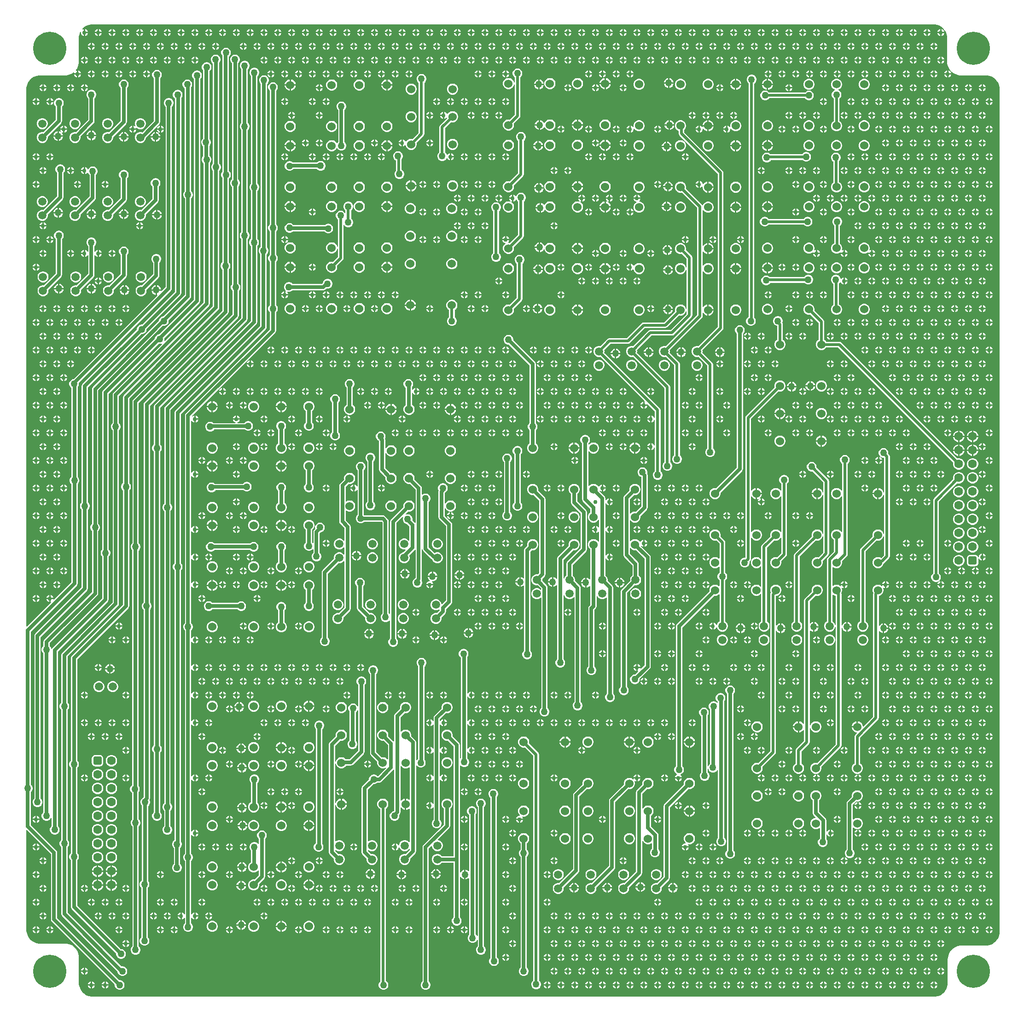
<source format=gtl>
G04*
G04 #@! TF.GenerationSoftware,Altium Limited,Altium Designer,25.5.2 (35)*
G04*
G04 Layer_Physical_Order=1*
G04 Layer_Color=255*
%FSLAX25Y25*%
%MOIN*%
G70*
G04*
G04 #@! TF.SameCoordinates,EC32A686-E373-4CB4-AF31-63D9CFDA87CC*
G04*
G04*
G04 #@! TF.FilePolarity,Positive*
G04*
G01*
G75*
%ADD15C,0.02500*%
%ADD23C,0.06000*%
%ADD26C,0.02000*%
%ADD27C,0.06299*%
G04:AMPARAMS|DCode=28|XSize=62.99mil|YSize=62.99mil|CornerRadius=15.75mil|HoleSize=0mil|Usage=FLASHONLY|Rotation=270.000|XOffset=0mil|YOffset=0mil|HoleType=Round|Shape=RoundedRectangle|*
%AMROUNDEDRECTD28*
21,1,0.06299,0.03150,0,0,270.0*
21,1,0.03150,0.06299,0,0,270.0*
1,1,0.03150,-0.01575,-0.01575*
1,1,0.03150,-0.01575,0.01575*
1,1,0.03150,0.01575,0.01575*
1,1,0.03150,0.01575,-0.01575*
%
%ADD28ROUNDEDRECTD28*%
%ADD29C,0.05906*%
%ADD30C,0.05000*%
%ADD31C,0.03000*%
%ADD32C,0.24000*%
G36*
X762417Y805616D02*
X764237Y804862D01*
X765875Y803767D01*
X767268Y802375D01*
X768362Y800737D01*
X769116Y798917D01*
X769500Y796985D01*
Y796000D01*
Y779000D01*
X769548Y778020D01*
X769931Y776097D01*
X770681Y774286D01*
X771770Y772656D01*
X773156Y771270D01*
X774786Y770181D01*
X776597Y769431D01*
X778520Y769048D01*
X779500Y769000D01*
X798485D01*
X800417Y768616D01*
X802237Y767862D01*
X803875Y766768D01*
X805268Y765375D01*
X806362Y763737D01*
X807116Y761917D01*
X807500Y759985D01*
Y759000D01*
Y148500D01*
Y147515D01*
X807116Y145583D01*
X806362Y143763D01*
X805268Y142125D01*
X803875Y140733D01*
X802237Y139638D01*
X800417Y138884D01*
X798485Y138500D01*
X780000D01*
X779020Y138452D01*
X777097Y138069D01*
X775286Y137319D01*
X773656Y136230D01*
X772270Y134844D01*
X771181Y133214D01*
X770431Y131403D01*
X770048Y129480D01*
X770000Y128500D01*
Y111500D01*
Y110515D01*
X769616Y108583D01*
X768862Y106763D01*
X767767Y105125D01*
X766375Y103733D01*
X764737Y102638D01*
X762917Y101884D01*
X760985Y101500D01*
X150015D01*
X148083Y101884D01*
X146263Y102638D01*
X144625Y103733D01*
X143233Y105125D01*
X142138Y106763D01*
X141384Y108583D01*
X141000Y110515D01*
Y111500D01*
Y130000D01*
X140952Y130980D01*
X140569Y132903D01*
X139819Y134714D01*
X138730Y136344D01*
X137344Y137730D01*
X135714Y138819D01*
X133903Y139569D01*
X131980Y139952D01*
X131000Y140000D01*
X112015D01*
X110083Y140384D01*
X108263Y141138D01*
X106625Y142233D01*
X105233Y143625D01*
X104138Y145263D01*
X103384Y147083D01*
X103000Y149015D01*
Y150000D01*
Y222102D01*
X103462Y222294D01*
X120706Y205050D01*
Y157500D01*
X120880Y156622D01*
X121378Y155878D01*
X167000Y110256D01*
Y109539D01*
X167238Y108649D01*
X167699Y107851D01*
X168351Y107199D01*
X169149Y106738D01*
X170039Y106500D01*
X170961D01*
X171851Y106738D01*
X172649Y107199D01*
X173301Y107851D01*
X173761Y108649D01*
X174000Y109539D01*
Y110461D01*
X173761Y111351D01*
X173301Y112149D01*
X172649Y112801D01*
X171851Y113261D01*
X170961Y113500D01*
X170244D01*
X125294Y158450D01*
Y206000D01*
X125119Y206878D01*
X124622Y207622D01*
X106294Y225950D01*
Y249844D01*
X106801Y250351D01*
X107262Y251149D01*
X107500Y252039D01*
Y252961D01*
X107262Y253851D01*
X106801Y254649D01*
X106294Y255156D01*
X106294Y366050D01*
X139372Y399128D01*
X139869Y399872D01*
X140044Y400750D01*
Y472844D01*
X140551Y473351D01*
X141012Y474149D01*
X141250Y475039D01*
Y475961D01*
X141012Y476851D01*
X140551Y477649D01*
X140044Y478156D01*
Y543094D01*
X140301Y543351D01*
X140761Y544149D01*
X141000Y545039D01*
Y545961D01*
X140906Y546311D01*
X207622Y613027D01*
X208120Y613771D01*
X208294Y614649D01*
X208294Y746344D01*
X208801Y746851D01*
X209261Y747649D01*
X209500Y748539D01*
Y749461D01*
X209261Y750351D01*
X208801Y751149D01*
X208149Y751801D01*
X207351Y752261D01*
X206461Y752500D01*
X205539D01*
X204649Y752261D01*
X203851Y751801D01*
X203199Y751149D01*
X202738Y750351D01*
X202500Y749461D01*
Y748539D01*
X202738Y747649D01*
X203199Y746851D01*
X203706Y746344D01*
X203706Y615599D01*
X200909Y612803D01*
X200799Y612867D01*
X200628Y613000D01*
X197500D01*
Y609872D01*
X197633Y609701D01*
X197697Y609590D01*
X137107Y549000D01*
X137039D01*
X136149Y548762D01*
X135351Y548301D01*
X134699Y547649D01*
X134239Y546851D01*
X134000Y545961D01*
Y545039D01*
X134239Y544149D01*
X134699Y543351D01*
X135351Y542699D01*
X135456Y542639D01*
Y478156D01*
X134949Y477649D01*
X134488Y476851D01*
X134250Y475961D01*
Y475039D01*
X134488Y474149D01*
X134949Y473351D01*
X135456Y472844D01*
Y401700D01*
X122888Y389132D01*
X122464Y389415D01*
X122499Y389500D01*
X120500D01*
Y387501D01*
X120585Y387536D01*
X120868Y387112D01*
X103462Y369706D01*
X103000Y369898D01*
Y759000D01*
Y759985D01*
X103384Y761917D01*
X104138Y763737D01*
X105233Y765375D01*
X106625Y766768D01*
X108263Y767862D01*
X110083Y768616D01*
X112015Y769000D01*
X131000D01*
X131980Y769048D01*
X133903Y769431D01*
X135714Y770181D01*
X137254Y771210D01*
X137549Y771039D01*
X137669Y770904D01*
X137501Y770500D01*
X139500D01*
Y772499D01*
X139096Y772331D01*
X138961Y772451D01*
X138790Y772746D01*
X139819Y774286D01*
X140569Y776097D01*
X140952Y778020D01*
X141000Y779000D01*
Y796000D01*
Y796985D01*
X141384Y798917D01*
X142000Y800403D01*
X142500Y800304D01*
Y799503D01*
X142881Y798584D01*
X143584Y797881D01*
X144500Y797501D01*
Y800000D01*
Y802499D01*
X143755Y802190D01*
X143472Y802614D01*
X144625Y803767D01*
X146263Y804862D01*
X148083Y805616D01*
X150015Y806000D01*
X760485D01*
X762417Y805616D01*
D02*
G37*
%LPC*%
G36*
X765500Y802499D02*
Y800500D01*
X767499D01*
X767119Y801416D01*
X766416Y802119D01*
X765500Y802499D01*
D02*
G37*
G36*
X764500D02*
X763584Y802119D01*
X762881Y801416D01*
X762501Y800500D01*
X764500D01*
Y802499D01*
D02*
G37*
G36*
X755500D02*
Y800500D01*
X757499D01*
X757119Y801416D01*
X756416Y802119D01*
X755500Y802499D01*
D02*
G37*
G36*
X754500D02*
X753584Y802119D01*
X752881Y801416D01*
X752501Y800500D01*
X754500D01*
Y802499D01*
D02*
G37*
G36*
X745500D02*
Y800500D01*
X747499D01*
X747119Y801416D01*
X746416Y802119D01*
X745500Y802499D01*
D02*
G37*
G36*
X744500D02*
X743584Y802119D01*
X742881Y801416D01*
X742501Y800500D01*
X744500D01*
Y802499D01*
D02*
G37*
G36*
X735500D02*
Y800500D01*
X737499D01*
X737119Y801416D01*
X736416Y802119D01*
X735500Y802499D01*
D02*
G37*
G36*
X734500D02*
X733584Y802119D01*
X732881Y801416D01*
X732501Y800500D01*
X734500D01*
Y802499D01*
D02*
G37*
G36*
X725500D02*
Y800500D01*
X727499D01*
X727119Y801416D01*
X726416Y802119D01*
X725500Y802499D01*
D02*
G37*
G36*
X724500D02*
X723584Y802119D01*
X722881Y801416D01*
X722501Y800500D01*
X724500D01*
Y802499D01*
D02*
G37*
G36*
X715500D02*
Y800500D01*
X717499D01*
X717119Y801416D01*
X716416Y802119D01*
X715500Y802499D01*
D02*
G37*
G36*
X714500D02*
X713584Y802119D01*
X712881Y801416D01*
X712501Y800500D01*
X714500D01*
Y802499D01*
D02*
G37*
G36*
X705500D02*
Y800500D01*
X707499D01*
X707119Y801416D01*
X706416Y802119D01*
X705500Y802499D01*
D02*
G37*
G36*
X704500D02*
X703584Y802119D01*
X702881Y801416D01*
X702501Y800500D01*
X704500D01*
Y802499D01*
D02*
G37*
G36*
X695500D02*
Y800500D01*
X697499D01*
X697119Y801416D01*
X696416Y802119D01*
X695500Y802499D01*
D02*
G37*
G36*
X694500D02*
X693584Y802119D01*
X692881Y801416D01*
X692501Y800500D01*
X694500D01*
Y802499D01*
D02*
G37*
G36*
X685500D02*
Y800500D01*
X687499D01*
X687119Y801416D01*
X686416Y802119D01*
X685500Y802499D01*
D02*
G37*
G36*
X684500D02*
X683584Y802119D01*
X682881Y801416D01*
X682501Y800500D01*
X684500D01*
Y802499D01*
D02*
G37*
G36*
X675500D02*
Y800500D01*
X677499D01*
X677119Y801416D01*
X676416Y802119D01*
X675500Y802499D01*
D02*
G37*
G36*
X674500D02*
X673584Y802119D01*
X672881Y801416D01*
X672501Y800500D01*
X674500D01*
Y802499D01*
D02*
G37*
G36*
X665500D02*
Y800500D01*
X667499D01*
X667119Y801416D01*
X666416Y802119D01*
X665500Y802499D01*
D02*
G37*
G36*
X664500D02*
X663584Y802119D01*
X662881Y801416D01*
X662501Y800500D01*
X664500D01*
Y802499D01*
D02*
G37*
G36*
X655500D02*
Y800500D01*
X657499D01*
X657119Y801416D01*
X656416Y802119D01*
X655500Y802499D01*
D02*
G37*
G36*
X654500D02*
X653584Y802119D01*
X652881Y801416D01*
X652501Y800500D01*
X654500D01*
Y802499D01*
D02*
G37*
G36*
X645500D02*
Y800500D01*
X647499D01*
X647119Y801416D01*
X646416Y802119D01*
X645500Y802499D01*
D02*
G37*
G36*
X644500D02*
X643584Y802119D01*
X642881Y801416D01*
X642501Y800500D01*
X644500D01*
Y802499D01*
D02*
G37*
G36*
X635500D02*
Y800500D01*
X637499D01*
X637119Y801416D01*
X636416Y802119D01*
X635500Y802499D01*
D02*
G37*
G36*
X634500D02*
X633584Y802119D01*
X632881Y801416D01*
X632501Y800500D01*
X634500D01*
Y802499D01*
D02*
G37*
G36*
X625500D02*
Y800500D01*
X627499D01*
X627119Y801416D01*
X626416Y802119D01*
X625500Y802499D01*
D02*
G37*
G36*
X624500D02*
X623584Y802119D01*
X622881Y801416D01*
X622501Y800500D01*
X624500D01*
Y802499D01*
D02*
G37*
G36*
X615500D02*
Y800500D01*
X617499D01*
X617119Y801416D01*
X616416Y802119D01*
X615500Y802499D01*
D02*
G37*
G36*
X614500D02*
X613584Y802119D01*
X612881Y801416D01*
X612501Y800500D01*
X614500D01*
Y802499D01*
D02*
G37*
G36*
X605500D02*
Y800500D01*
X607499D01*
X607119Y801416D01*
X606416Y802119D01*
X605500Y802499D01*
D02*
G37*
G36*
X604500D02*
X603584Y802119D01*
X602881Y801416D01*
X602501Y800500D01*
X604500D01*
Y802499D01*
D02*
G37*
G36*
X595500D02*
Y800500D01*
X597499D01*
X597119Y801416D01*
X596416Y802119D01*
X595500Y802499D01*
D02*
G37*
G36*
X594500D02*
X593584Y802119D01*
X592881Y801416D01*
X592501Y800500D01*
X594500D01*
Y802499D01*
D02*
G37*
G36*
X585500D02*
Y800500D01*
X587499D01*
X587119Y801416D01*
X586416Y802119D01*
X585500Y802499D01*
D02*
G37*
G36*
X584500D02*
X583584Y802119D01*
X582881Y801416D01*
X582501Y800500D01*
X584500D01*
Y802499D01*
D02*
G37*
G36*
X575500D02*
Y800500D01*
X577499D01*
X577119Y801416D01*
X576416Y802119D01*
X575500Y802499D01*
D02*
G37*
G36*
X574500D02*
X573584Y802119D01*
X572881Y801416D01*
X572501Y800500D01*
X574500D01*
Y802499D01*
D02*
G37*
G36*
X565500D02*
Y800500D01*
X567499D01*
X567119Y801416D01*
X566416Y802119D01*
X565500Y802499D01*
D02*
G37*
G36*
X564500D02*
X563584Y802119D01*
X562881Y801416D01*
X562501Y800500D01*
X564500D01*
Y802499D01*
D02*
G37*
G36*
X555500D02*
Y800500D01*
X557499D01*
X557119Y801416D01*
X556416Y802119D01*
X555500Y802499D01*
D02*
G37*
G36*
X554500D02*
X553584Y802119D01*
X552881Y801416D01*
X552501Y800500D01*
X554500D01*
Y802499D01*
D02*
G37*
G36*
X545500D02*
Y800500D01*
X547499D01*
X547119Y801416D01*
X546416Y802119D01*
X545500Y802499D01*
D02*
G37*
G36*
X544500D02*
X543584Y802119D01*
X542881Y801416D01*
X542501Y800500D01*
X544500D01*
Y802499D01*
D02*
G37*
G36*
X535500D02*
Y800500D01*
X537499D01*
X537119Y801416D01*
X536416Y802119D01*
X535500Y802499D01*
D02*
G37*
G36*
X534500D02*
X533584Y802119D01*
X532881Y801416D01*
X532501Y800500D01*
X534500D01*
Y802499D01*
D02*
G37*
G36*
X525500D02*
Y800500D01*
X527499D01*
X527119Y801416D01*
X526416Y802119D01*
X525500Y802499D01*
D02*
G37*
G36*
X524500D02*
X523584Y802119D01*
X522881Y801416D01*
X522501Y800500D01*
X524500D01*
Y802499D01*
D02*
G37*
G36*
X515500D02*
Y800500D01*
X517499D01*
X517119Y801416D01*
X516416Y802119D01*
X515500Y802499D01*
D02*
G37*
G36*
X514500D02*
X513584Y802119D01*
X512881Y801416D01*
X512501Y800500D01*
X514500D01*
Y802499D01*
D02*
G37*
G36*
X505500D02*
Y800500D01*
X507499D01*
X507119Y801416D01*
X506416Y802119D01*
X505500Y802499D01*
D02*
G37*
G36*
X504500D02*
X503584Y802119D01*
X502881Y801416D01*
X502501Y800500D01*
X504500D01*
Y802499D01*
D02*
G37*
G36*
X495500D02*
Y800500D01*
X497499D01*
X497119Y801416D01*
X496416Y802119D01*
X495500Y802499D01*
D02*
G37*
G36*
X494500D02*
X493584Y802119D01*
X492881Y801416D01*
X492501Y800500D01*
X494500D01*
Y802499D01*
D02*
G37*
G36*
X485500D02*
Y800500D01*
X487499D01*
X487119Y801416D01*
X486416Y802119D01*
X485500Y802499D01*
D02*
G37*
G36*
X484500D02*
X483584Y802119D01*
X482881Y801416D01*
X482501Y800500D01*
X484500D01*
Y802499D01*
D02*
G37*
G36*
X475500D02*
Y800500D01*
X477499D01*
X477119Y801416D01*
X476416Y802119D01*
X475500Y802499D01*
D02*
G37*
G36*
X474500D02*
X473584Y802119D01*
X472881Y801416D01*
X472501Y800500D01*
X474500D01*
Y802499D01*
D02*
G37*
G36*
X465500D02*
Y800500D01*
X467499D01*
X467119Y801416D01*
X466416Y802119D01*
X465500Y802499D01*
D02*
G37*
G36*
X464500D02*
X463584Y802119D01*
X462881Y801416D01*
X462501Y800500D01*
X464500D01*
Y802499D01*
D02*
G37*
G36*
X455500D02*
Y800500D01*
X457499D01*
X457119Y801416D01*
X456416Y802119D01*
X455500Y802499D01*
D02*
G37*
G36*
X454500D02*
X453584Y802119D01*
X452881Y801416D01*
X452501Y800500D01*
X454500D01*
Y802499D01*
D02*
G37*
G36*
X445500D02*
Y800500D01*
X447499D01*
X447119Y801416D01*
X446416Y802119D01*
X445500Y802499D01*
D02*
G37*
G36*
X444500D02*
X443584Y802119D01*
X442881Y801416D01*
X442501Y800500D01*
X444500D01*
Y802499D01*
D02*
G37*
G36*
X435500D02*
Y800500D01*
X437499D01*
X437119Y801416D01*
X436416Y802119D01*
X435500Y802499D01*
D02*
G37*
G36*
X434500D02*
X433584Y802119D01*
X432881Y801416D01*
X432501Y800500D01*
X434500D01*
Y802499D01*
D02*
G37*
G36*
X425500D02*
Y800500D01*
X427499D01*
X427119Y801416D01*
X426416Y802119D01*
X425500Y802499D01*
D02*
G37*
G36*
X424500D02*
X423584Y802119D01*
X422881Y801416D01*
X422501Y800500D01*
X424500D01*
Y802499D01*
D02*
G37*
G36*
X415500D02*
Y800500D01*
X417499D01*
X417119Y801416D01*
X416416Y802119D01*
X415500Y802499D01*
D02*
G37*
G36*
X414500D02*
X413584Y802119D01*
X412881Y801416D01*
X412501Y800500D01*
X414500D01*
Y802499D01*
D02*
G37*
G36*
X405500D02*
Y800500D01*
X407499D01*
X407119Y801416D01*
X406416Y802119D01*
X405500Y802499D01*
D02*
G37*
G36*
X404500D02*
X403584Y802119D01*
X402881Y801416D01*
X402501Y800500D01*
X404500D01*
Y802499D01*
D02*
G37*
G36*
X395500D02*
Y800500D01*
X397499D01*
X397119Y801416D01*
X396416Y802119D01*
X395500Y802499D01*
D02*
G37*
G36*
X394500D02*
X393584Y802119D01*
X392881Y801416D01*
X392501Y800500D01*
X394500D01*
Y802499D01*
D02*
G37*
G36*
X385500D02*
Y800500D01*
X387499D01*
X387119Y801416D01*
X386416Y802119D01*
X385500Y802499D01*
D02*
G37*
G36*
X384500D02*
X383584Y802119D01*
X382881Y801416D01*
X382501Y800500D01*
X384500D01*
Y802499D01*
D02*
G37*
G36*
X375500D02*
Y800500D01*
X377499D01*
X377119Y801416D01*
X376416Y802119D01*
X375500Y802499D01*
D02*
G37*
G36*
X374500D02*
X373584Y802119D01*
X372881Y801416D01*
X372501Y800500D01*
X374500D01*
Y802499D01*
D02*
G37*
G36*
X365500D02*
Y800500D01*
X367499D01*
X367119Y801416D01*
X366416Y802119D01*
X365500Y802499D01*
D02*
G37*
G36*
X364500D02*
X363584Y802119D01*
X362881Y801416D01*
X362501Y800500D01*
X364500D01*
Y802499D01*
D02*
G37*
G36*
X355500D02*
Y800500D01*
X357499D01*
X357119Y801416D01*
X356416Y802119D01*
X355500Y802499D01*
D02*
G37*
G36*
X354500D02*
X353584Y802119D01*
X352881Y801416D01*
X352501Y800500D01*
X354500D01*
Y802499D01*
D02*
G37*
G36*
X345500D02*
Y800500D01*
X347499D01*
X347119Y801416D01*
X346416Y802119D01*
X345500Y802499D01*
D02*
G37*
G36*
X344500D02*
X343584Y802119D01*
X342881Y801416D01*
X342501Y800500D01*
X344500D01*
Y802499D01*
D02*
G37*
G36*
X335500D02*
Y800500D01*
X337499D01*
X337119Y801416D01*
X336416Y802119D01*
X335500Y802499D01*
D02*
G37*
G36*
X334500D02*
X333584Y802119D01*
X332881Y801416D01*
X332501Y800500D01*
X334500D01*
Y802499D01*
D02*
G37*
G36*
X325500D02*
Y800500D01*
X327499D01*
X327119Y801416D01*
X326416Y802119D01*
X325500Y802499D01*
D02*
G37*
G36*
X324500D02*
X323584Y802119D01*
X322881Y801416D01*
X322501Y800500D01*
X324500D01*
Y802499D01*
D02*
G37*
G36*
X315500D02*
Y800500D01*
X317499D01*
X317119Y801416D01*
X316416Y802119D01*
X315500Y802499D01*
D02*
G37*
G36*
X314500D02*
X313584Y802119D01*
X312881Y801416D01*
X312501Y800500D01*
X314500D01*
Y802499D01*
D02*
G37*
G36*
X305500D02*
Y800500D01*
X307499D01*
X307119Y801416D01*
X306416Y802119D01*
X305500Y802499D01*
D02*
G37*
G36*
X304500D02*
X303584Y802119D01*
X302881Y801416D01*
X302501Y800500D01*
X304500D01*
Y802499D01*
D02*
G37*
G36*
X295500D02*
Y800500D01*
X297499D01*
X297119Y801416D01*
X296416Y802119D01*
X295500Y802499D01*
D02*
G37*
G36*
X294500D02*
X293584Y802119D01*
X292881Y801416D01*
X292501Y800500D01*
X294500D01*
Y802499D01*
D02*
G37*
G36*
X285500D02*
Y800500D01*
X287499D01*
X287119Y801416D01*
X286416Y802119D01*
X285500Y802499D01*
D02*
G37*
G36*
X284500D02*
X283584Y802119D01*
X282881Y801416D01*
X282501Y800500D01*
X284500D01*
Y802499D01*
D02*
G37*
G36*
X275500D02*
Y800500D01*
X277499D01*
X277119Y801416D01*
X276416Y802119D01*
X275500Y802499D01*
D02*
G37*
G36*
X274500D02*
X273584Y802119D01*
X272881Y801416D01*
X272501Y800500D01*
X274500D01*
Y802499D01*
D02*
G37*
G36*
X265500D02*
Y800500D01*
X267499D01*
X267119Y801416D01*
X266416Y802119D01*
X265500Y802499D01*
D02*
G37*
G36*
X264500D02*
X263584Y802119D01*
X262881Y801416D01*
X262501Y800500D01*
X264500D01*
Y802499D01*
D02*
G37*
G36*
X255500D02*
Y800500D01*
X257499D01*
X257119Y801416D01*
X256416Y802119D01*
X255500Y802499D01*
D02*
G37*
G36*
X254500D02*
X253584Y802119D01*
X252881Y801416D01*
X252501Y800500D01*
X254500D01*
Y802499D01*
D02*
G37*
G36*
X245500D02*
Y800500D01*
X247499D01*
X247119Y801416D01*
X246416Y802119D01*
X245500Y802499D01*
D02*
G37*
G36*
X244500D02*
X243584Y802119D01*
X242881Y801416D01*
X242501Y800500D01*
X244500D01*
Y802499D01*
D02*
G37*
G36*
X235500D02*
Y800500D01*
X237499D01*
X237119Y801416D01*
X236416Y802119D01*
X235500Y802499D01*
D02*
G37*
G36*
X234500D02*
X233584Y802119D01*
X232881Y801416D01*
X232501Y800500D01*
X234500D01*
Y802499D01*
D02*
G37*
G36*
X225500D02*
Y800500D01*
X227499D01*
X227119Y801416D01*
X226416Y802119D01*
X225500Y802499D01*
D02*
G37*
G36*
X224500D02*
X223584Y802119D01*
X222881Y801416D01*
X222501Y800500D01*
X224500D01*
Y802499D01*
D02*
G37*
G36*
X215500D02*
Y800500D01*
X217499D01*
X217119Y801416D01*
X216416Y802119D01*
X215500Y802499D01*
D02*
G37*
G36*
X214500D02*
X213584Y802119D01*
X212881Y801416D01*
X212501Y800500D01*
X214500D01*
Y802499D01*
D02*
G37*
G36*
X205500D02*
Y800500D01*
X207499D01*
X207119Y801416D01*
X206416Y802119D01*
X205500Y802499D01*
D02*
G37*
G36*
X204500D02*
X203584Y802119D01*
X202881Y801416D01*
X202501Y800500D01*
X204500D01*
Y802499D01*
D02*
G37*
G36*
X195500D02*
Y800500D01*
X197499D01*
X197119Y801416D01*
X196416Y802119D01*
X195500Y802499D01*
D02*
G37*
G36*
X194500D02*
X193584Y802119D01*
X192881Y801416D01*
X192501Y800500D01*
X194500D01*
Y802499D01*
D02*
G37*
G36*
X185500D02*
Y800500D01*
X187499D01*
X187119Y801416D01*
X186416Y802119D01*
X185500Y802499D01*
D02*
G37*
G36*
X184500D02*
X183584Y802119D01*
X182881Y801416D01*
X182501Y800500D01*
X184500D01*
Y802499D01*
D02*
G37*
G36*
X175500D02*
Y800500D01*
X177499D01*
X177119Y801416D01*
X176416Y802119D01*
X175500Y802499D01*
D02*
G37*
G36*
X174500D02*
X173584Y802119D01*
X172881Y801416D01*
X172501Y800500D01*
X174500D01*
Y802499D01*
D02*
G37*
G36*
X165500D02*
Y800500D01*
X167499D01*
X167119Y801416D01*
X166416Y802119D01*
X165500Y802499D01*
D02*
G37*
G36*
X164500D02*
X163584Y802119D01*
X162881Y801416D01*
X162501Y800500D01*
X164500D01*
Y802499D01*
D02*
G37*
G36*
X155500D02*
Y800500D01*
X157499D01*
X157119Y801416D01*
X156416Y802119D01*
X155500Y802499D01*
D02*
G37*
G36*
X154500D02*
X153584Y802119D01*
X152881Y801416D01*
X152501Y800500D01*
X154500D01*
Y802499D01*
D02*
G37*
G36*
X145500D02*
Y800500D01*
X147499D01*
X147119Y801416D01*
X146416Y802119D01*
X145500Y802499D01*
D02*
G37*
G36*
X767499Y799500D02*
X765500D01*
Y797501D01*
X766416Y797881D01*
X767119Y798584D01*
X767499Y799500D01*
D02*
G37*
G36*
X764500D02*
X762501D01*
X762881Y798584D01*
X763584Y797881D01*
X764500Y797501D01*
Y799500D01*
D02*
G37*
G36*
X757499D02*
X755500D01*
Y797501D01*
X756416Y797881D01*
X757119Y798584D01*
X757499Y799500D01*
D02*
G37*
G36*
X754500D02*
X752501D01*
X752881Y798584D01*
X753584Y797881D01*
X754500Y797501D01*
Y799500D01*
D02*
G37*
G36*
X747499D02*
X745500D01*
Y797501D01*
X746416Y797881D01*
X747119Y798584D01*
X747499Y799500D01*
D02*
G37*
G36*
X744500D02*
X742501D01*
X742881Y798584D01*
X743584Y797881D01*
X744500Y797501D01*
Y799500D01*
D02*
G37*
G36*
X737499D02*
X735500D01*
Y797501D01*
X736416Y797881D01*
X737119Y798584D01*
X737499Y799500D01*
D02*
G37*
G36*
X734500D02*
X732501D01*
X732881Y798584D01*
X733584Y797881D01*
X734500Y797501D01*
Y799500D01*
D02*
G37*
G36*
X727499D02*
X725500D01*
Y797501D01*
X726416Y797881D01*
X727119Y798584D01*
X727499Y799500D01*
D02*
G37*
G36*
X724500D02*
X722501D01*
X722881Y798584D01*
X723584Y797881D01*
X724500Y797501D01*
Y799500D01*
D02*
G37*
G36*
X717499D02*
X715500D01*
Y797501D01*
X716416Y797881D01*
X717119Y798584D01*
X717499Y799500D01*
D02*
G37*
G36*
X714500D02*
X712501D01*
X712881Y798584D01*
X713584Y797881D01*
X714500Y797501D01*
Y799500D01*
D02*
G37*
G36*
X707499D02*
X705500D01*
Y797501D01*
X706416Y797881D01*
X707119Y798584D01*
X707499Y799500D01*
D02*
G37*
G36*
X704500D02*
X702501D01*
X702881Y798584D01*
X703584Y797881D01*
X704500Y797501D01*
Y799500D01*
D02*
G37*
G36*
X697499D02*
X695500D01*
Y797501D01*
X696416Y797881D01*
X697119Y798584D01*
X697499Y799500D01*
D02*
G37*
G36*
X694500D02*
X692501D01*
X692881Y798584D01*
X693584Y797881D01*
X694500Y797501D01*
Y799500D01*
D02*
G37*
G36*
X687499D02*
X685500D01*
Y797501D01*
X686416Y797881D01*
X687119Y798584D01*
X687499Y799500D01*
D02*
G37*
G36*
X684500D02*
X682501D01*
X682881Y798584D01*
X683584Y797881D01*
X684500Y797501D01*
Y799500D01*
D02*
G37*
G36*
X677499D02*
X675500D01*
Y797501D01*
X676416Y797881D01*
X677119Y798584D01*
X677499Y799500D01*
D02*
G37*
G36*
X674500D02*
X672501D01*
X672881Y798584D01*
X673584Y797881D01*
X674500Y797501D01*
Y799500D01*
D02*
G37*
G36*
X667499D02*
X665500D01*
Y797501D01*
X666416Y797881D01*
X667119Y798584D01*
X667499Y799500D01*
D02*
G37*
G36*
X664500D02*
X662501D01*
X662881Y798584D01*
X663584Y797881D01*
X664500Y797501D01*
Y799500D01*
D02*
G37*
G36*
X657499D02*
X655500D01*
Y797501D01*
X656416Y797881D01*
X657119Y798584D01*
X657499Y799500D01*
D02*
G37*
G36*
X654500D02*
X652501D01*
X652881Y798584D01*
X653584Y797881D01*
X654500Y797501D01*
Y799500D01*
D02*
G37*
G36*
X647499D02*
X645500D01*
Y797501D01*
X646416Y797881D01*
X647119Y798584D01*
X647499Y799500D01*
D02*
G37*
G36*
X644500D02*
X642501D01*
X642881Y798584D01*
X643584Y797881D01*
X644500Y797501D01*
Y799500D01*
D02*
G37*
G36*
X637499D02*
X635500D01*
Y797501D01*
X636416Y797881D01*
X637119Y798584D01*
X637499Y799500D01*
D02*
G37*
G36*
X634500D02*
X632501D01*
X632881Y798584D01*
X633584Y797881D01*
X634500Y797501D01*
Y799500D01*
D02*
G37*
G36*
X627499D02*
X625500D01*
Y797501D01*
X626416Y797881D01*
X627119Y798584D01*
X627499Y799500D01*
D02*
G37*
G36*
X624500D02*
X622501D01*
X622881Y798584D01*
X623584Y797881D01*
X624500Y797501D01*
Y799500D01*
D02*
G37*
G36*
X617499D02*
X615500D01*
Y797501D01*
X616416Y797881D01*
X617119Y798584D01*
X617499Y799500D01*
D02*
G37*
G36*
X614500D02*
X612501D01*
X612881Y798584D01*
X613584Y797881D01*
X614500Y797501D01*
Y799500D01*
D02*
G37*
G36*
X607499D02*
X605500D01*
Y797501D01*
X606416Y797881D01*
X607119Y798584D01*
X607499Y799500D01*
D02*
G37*
G36*
X604500D02*
X602501D01*
X602881Y798584D01*
X603584Y797881D01*
X604500Y797501D01*
Y799500D01*
D02*
G37*
G36*
X597499D02*
X595500D01*
Y797501D01*
X596416Y797881D01*
X597119Y798584D01*
X597499Y799500D01*
D02*
G37*
G36*
X594500D02*
X592501D01*
X592881Y798584D01*
X593584Y797881D01*
X594500Y797501D01*
Y799500D01*
D02*
G37*
G36*
X587499D02*
X585500D01*
Y797501D01*
X586416Y797881D01*
X587119Y798584D01*
X587499Y799500D01*
D02*
G37*
G36*
X584500D02*
X582501D01*
X582881Y798584D01*
X583584Y797881D01*
X584500Y797501D01*
Y799500D01*
D02*
G37*
G36*
X577499D02*
X575500D01*
Y797501D01*
X576416Y797881D01*
X577119Y798584D01*
X577499Y799500D01*
D02*
G37*
G36*
X574500D02*
X572501D01*
X572881Y798584D01*
X573584Y797881D01*
X574500Y797501D01*
Y799500D01*
D02*
G37*
G36*
X567499D02*
X565500D01*
Y797501D01*
X566416Y797881D01*
X567119Y798584D01*
X567499Y799500D01*
D02*
G37*
G36*
X564500D02*
X562501D01*
X562881Y798584D01*
X563584Y797881D01*
X564500Y797501D01*
Y799500D01*
D02*
G37*
G36*
X557499D02*
X555500D01*
Y797501D01*
X556416Y797881D01*
X557119Y798584D01*
X557499Y799500D01*
D02*
G37*
G36*
X554500D02*
X552501D01*
X552881Y798584D01*
X553584Y797881D01*
X554500Y797501D01*
Y799500D01*
D02*
G37*
G36*
X547499D02*
X545500D01*
Y797501D01*
X546416Y797881D01*
X547119Y798584D01*
X547499Y799500D01*
D02*
G37*
G36*
X544500D02*
X542501D01*
X542881Y798584D01*
X543584Y797881D01*
X544500Y797501D01*
Y799500D01*
D02*
G37*
G36*
X537499D02*
X535500D01*
Y797501D01*
X536416Y797881D01*
X537119Y798584D01*
X537499Y799500D01*
D02*
G37*
G36*
X534500D02*
X532501D01*
X532881Y798584D01*
X533584Y797881D01*
X534500Y797501D01*
Y799500D01*
D02*
G37*
G36*
X527499D02*
X525500D01*
Y797501D01*
X526416Y797881D01*
X527119Y798584D01*
X527499Y799500D01*
D02*
G37*
G36*
X524500D02*
X522501D01*
X522881Y798584D01*
X523584Y797881D01*
X524500Y797501D01*
Y799500D01*
D02*
G37*
G36*
X517499D02*
X515500D01*
Y797501D01*
X516416Y797881D01*
X517119Y798584D01*
X517499Y799500D01*
D02*
G37*
G36*
X514500D02*
X512501D01*
X512881Y798584D01*
X513584Y797881D01*
X514500Y797501D01*
Y799500D01*
D02*
G37*
G36*
X507499D02*
X505500D01*
Y797501D01*
X506416Y797881D01*
X507119Y798584D01*
X507499Y799500D01*
D02*
G37*
G36*
X504500D02*
X502501D01*
X502881Y798584D01*
X503584Y797881D01*
X504500Y797501D01*
Y799500D01*
D02*
G37*
G36*
X497499D02*
X495500D01*
Y797501D01*
X496416Y797881D01*
X497119Y798584D01*
X497499Y799500D01*
D02*
G37*
G36*
X494500D02*
X492501D01*
X492881Y798584D01*
X493584Y797881D01*
X494500Y797501D01*
Y799500D01*
D02*
G37*
G36*
X487499D02*
X485500D01*
Y797501D01*
X486416Y797881D01*
X487119Y798584D01*
X487499Y799500D01*
D02*
G37*
G36*
X484500D02*
X482501D01*
X482881Y798584D01*
X483584Y797881D01*
X484500Y797501D01*
Y799500D01*
D02*
G37*
G36*
X477499D02*
X475500D01*
Y797501D01*
X476416Y797881D01*
X477119Y798584D01*
X477499Y799500D01*
D02*
G37*
G36*
X474500D02*
X472501D01*
X472881Y798584D01*
X473584Y797881D01*
X474500Y797501D01*
Y799500D01*
D02*
G37*
G36*
X467499D02*
X465500D01*
Y797501D01*
X466416Y797881D01*
X467119Y798584D01*
X467499Y799500D01*
D02*
G37*
G36*
X464500D02*
X462501D01*
X462881Y798584D01*
X463584Y797881D01*
X464500Y797501D01*
Y799500D01*
D02*
G37*
G36*
X457499D02*
X455500D01*
Y797501D01*
X456416Y797881D01*
X457119Y798584D01*
X457499Y799500D01*
D02*
G37*
G36*
X454500D02*
X452501D01*
X452881Y798584D01*
X453584Y797881D01*
X454500Y797501D01*
Y799500D01*
D02*
G37*
G36*
X447499D02*
X445500D01*
Y797501D01*
X446416Y797881D01*
X447119Y798584D01*
X447499Y799500D01*
D02*
G37*
G36*
X444500D02*
X442501D01*
X442881Y798584D01*
X443584Y797881D01*
X444500Y797501D01*
Y799500D01*
D02*
G37*
G36*
X437499D02*
X435500D01*
Y797501D01*
X436416Y797881D01*
X437119Y798584D01*
X437499Y799500D01*
D02*
G37*
G36*
X434500D02*
X432501D01*
X432881Y798584D01*
X433584Y797881D01*
X434500Y797501D01*
Y799500D01*
D02*
G37*
G36*
X427499D02*
X425500D01*
Y797501D01*
X426416Y797881D01*
X427119Y798584D01*
X427499Y799500D01*
D02*
G37*
G36*
X424500D02*
X422501D01*
X422881Y798584D01*
X423584Y797881D01*
X424500Y797501D01*
Y799500D01*
D02*
G37*
G36*
X417499D02*
X415500D01*
Y797501D01*
X416416Y797881D01*
X417119Y798584D01*
X417499Y799500D01*
D02*
G37*
G36*
X414500D02*
X412501D01*
X412881Y798584D01*
X413584Y797881D01*
X414500Y797501D01*
Y799500D01*
D02*
G37*
G36*
X407499D02*
X405500D01*
Y797501D01*
X406416Y797881D01*
X407119Y798584D01*
X407499Y799500D01*
D02*
G37*
G36*
X404500D02*
X402501D01*
X402881Y798584D01*
X403584Y797881D01*
X404500Y797501D01*
Y799500D01*
D02*
G37*
G36*
X397499D02*
X395500D01*
Y797501D01*
X396416Y797881D01*
X397119Y798584D01*
X397499Y799500D01*
D02*
G37*
G36*
X394500D02*
X392501D01*
X392881Y798584D01*
X393584Y797881D01*
X394500Y797501D01*
Y799500D01*
D02*
G37*
G36*
X387499D02*
X385500D01*
Y797501D01*
X386416Y797881D01*
X387119Y798584D01*
X387499Y799500D01*
D02*
G37*
G36*
X384500D02*
X382501D01*
X382881Y798584D01*
X383584Y797881D01*
X384500Y797501D01*
Y799500D01*
D02*
G37*
G36*
X377499D02*
X375500D01*
Y797501D01*
X376416Y797881D01*
X377119Y798584D01*
X377499Y799500D01*
D02*
G37*
G36*
X374500D02*
X372501D01*
X372881Y798584D01*
X373584Y797881D01*
X374500Y797501D01*
Y799500D01*
D02*
G37*
G36*
X367499D02*
X365500D01*
Y797501D01*
X366416Y797881D01*
X367119Y798584D01*
X367499Y799500D01*
D02*
G37*
G36*
X364500D02*
X362501D01*
X362881Y798584D01*
X363584Y797881D01*
X364500Y797501D01*
Y799500D01*
D02*
G37*
G36*
X357499D02*
X355500D01*
Y797501D01*
X356416Y797881D01*
X357119Y798584D01*
X357499Y799500D01*
D02*
G37*
G36*
X354500D02*
X352501D01*
X352881Y798584D01*
X353584Y797881D01*
X354500Y797501D01*
Y799500D01*
D02*
G37*
G36*
X347499D02*
X345500D01*
Y797501D01*
X346416Y797881D01*
X347119Y798584D01*
X347499Y799500D01*
D02*
G37*
G36*
X344500D02*
X342501D01*
X342881Y798584D01*
X343584Y797881D01*
X344500Y797501D01*
Y799500D01*
D02*
G37*
G36*
X337499D02*
X335500D01*
Y797501D01*
X336416Y797881D01*
X337119Y798584D01*
X337499Y799500D01*
D02*
G37*
G36*
X334500D02*
X332501D01*
X332881Y798584D01*
X333584Y797881D01*
X334500Y797501D01*
Y799500D01*
D02*
G37*
G36*
X327499D02*
X325500D01*
Y797501D01*
X326416Y797881D01*
X327119Y798584D01*
X327499Y799500D01*
D02*
G37*
G36*
X324500D02*
X322501D01*
X322881Y798584D01*
X323584Y797881D01*
X324500Y797501D01*
Y799500D01*
D02*
G37*
G36*
X317499D02*
X315500D01*
Y797501D01*
X316416Y797881D01*
X317119Y798584D01*
X317499Y799500D01*
D02*
G37*
G36*
X314500D02*
X312501D01*
X312881Y798584D01*
X313584Y797881D01*
X314500Y797501D01*
Y799500D01*
D02*
G37*
G36*
X307499D02*
X305500D01*
Y797501D01*
X306416Y797881D01*
X307119Y798584D01*
X307499Y799500D01*
D02*
G37*
G36*
X304500D02*
X302501D01*
X302881Y798584D01*
X303584Y797881D01*
X304500Y797501D01*
Y799500D01*
D02*
G37*
G36*
X297499D02*
X295500D01*
Y797501D01*
X296416Y797881D01*
X297119Y798584D01*
X297499Y799500D01*
D02*
G37*
G36*
X294500D02*
X292501D01*
X292881Y798584D01*
X293584Y797881D01*
X294500Y797501D01*
Y799500D01*
D02*
G37*
G36*
X287499D02*
X285500D01*
Y797501D01*
X286416Y797881D01*
X287119Y798584D01*
X287499Y799500D01*
D02*
G37*
G36*
X284500D02*
X282501D01*
X282881Y798584D01*
X283584Y797881D01*
X284500Y797501D01*
Y799500D01*
D02*
G37*
G36*
X277499D02*
X275500D01*
Y797501D01*
X276416Y797881D01*
X277119Y798584D01*
X277499Y799500D01*
D02*
G37*
G36*
X274500D02*
X272501D01*
X272881Y798584D01*
X273584Y797881D01*
X274500Y797501D01*
Y799500D01*
D02*
G37*
G36*
X267499D02*
X265500D01*
Y797501D01*
X266416Y797881D01*
X267119Y798584D01*
X267499Y799500D01*
D02*
G37*
G36*
X264500D02*
X262501D01*
X262881Y798584D01*
X263584Y797881D01*
X264500Y797501D01*
Y799500D01*
D02*
G37*
G36*
X257499D02*
X255500D01*
Y797501D01*
X256416Y797881D01*
X257119Y798584D01*
X257499Y799500D01*
D02*
G37*
G36*
X254500D02*
X252501D01*
X252881Y798584D01*
X253584Y797881D01*
X254500Y797501D01*
Y799500D01*
D02*
G37*
G36*
X247499D02*
X245500D01*
Y797501D01*
X246416Y797881D01*
X247119Y798584D01*
X247499Y799500D01*
D02*
G37*
G36*
X244500D02*
X242501D01*
X242881Y798584D01*
X243584Y797881D01*
X244500Y797501D01*
Y799500D01*
D02*
G37*
G36*
X237499D02*
X235500D01*
Y797501D01*
X236416Y797881D01*
X237119Y798584D01*
X237499Y799500D01*
D02*
G37*
G36*
X234500D02*
X232501D01*
X232881Y798584D01*
X233584Y797881D01*
X234500Y797501D01*
Y799500D01*
D02*
G37*
G36*
X227499D02*
X225500D01*
Y797501D01*
X226416Y797881D01*
X227119Y798584D01*
X227499Y799500D01*
D02*
G37*
G36*
X224500D02*
X222501D01*
X222881Y798584D01*
X223584Y797881D01*
X224500Y797501D01*
Y799500D01*
D02*
G37*
G36*
X217499D02*
X215500D01*
Y797501D01*
X216416Y797881D01*
X217119Y798584D01*
X217499Y799500D01*
D02*
G37*
G36*
X214500D02*
X212501D01*
X212881Y798584D01*
X213584Y797881D01*
X214500Y797501D01*
Y799500D01*
D02*
G37*
G36*
X207499D02*
X205500D01*
Y797501D01*
X206416Y797881D01*
X207119Y798584D01*
X207499Y799500D01*
D02*
G37*
G36*
X204500D02*
X202501D01*
X202881Y798584D01*
X203584Y797881D01*
X204500Y797501D01*
Y799500D01*
D02*
G37*
G36*
X197499D02*
X195500D01*
Y797501D01*
X196416Y797881D01*
X197119Y798584D01*
X197499Y799500D01*
D02*
G37*
G36*
X194500D02*
X192501D01*
X192881Y798584D01*
X193584Y797881D01*
X194500Y797501D01*
Y799500D01*
D02*
G37*
G36*
X187499D02*
X185500D01*
Y797501D01*
X186416Y797881D01*
X187119Y798584D01*
X187499Y799500D01*
D02*
G37*
G36*
X184500D02*
X182501D01*
X182881Y798584D01*
X183584Y797881D01*
X184500Y797501D01*
Y799500D01*
D02*
G37*
G36*
X177499D02*
X175500D01*
Y797501D01*
X176416Y797881D01*
X177119Y798584D01*
X177499Y799500D01*
D02*
G37*
G36*
X174500D02*
X172501D01*
X172881Y798584D01*
X173584Y797881D01*
X174500Y797501D01*
Y799500D01*
D02*
G37*
G36*
X167499D02*
X165500D01*
Y797501D01*
X166416Y797881D01*
X167119Y798584D01*
X167499Y799500D01*
D02*
G37*
G36*
X164500D02*
X162501D01*
X162881Y798584D01*
X163584Y797881D01*
X164500Y797501D01*
Y799500D01*
D02*
G37*
G36*
X157499D02*
X155500D01*
Y797501D01*
X156416Y797881D01*
X157119Y798584D01*
X157499Y799500D01*
D02*
G37*
G36*
X154500D02*
X152501D01*
X152881Y798584D01*
X153584Y797881D01*
X154500Y797501D01*
Y799500D01*
D02*
G37*
G36*
X147499D02*
X145500D01*
Y797501D01*
X146416Y797881D01*
X147119Y798584D01*
X147499Y799500D01*
D02*
G37*
G36*
X760500Y792499D02*
Y790500D01*
X762499D01*
X762119Y791416D01*
X761416Y792119D01*
X760500Y792499D01*
D02*
G37*
G36*
X759500D02*
X758584Y792119D01*
X757881Y791416D01*
X757501Y790500D01*
X759500D01*
Y792499D01*
D02*
G37*
G36*
X750500D02*
Y790500D01*
X752499D01*
X752119Y791416D01*
X751416Y792119D01*
X750500Y792499D01*
D02*
G37*
G36*
X749500D02*
X748584Y792119D01*
X747881Y791416D01*
X747501Y790500D01*
X749500D01*
Y792499D01*
D02*
G37*
G36*
X740500D02*
Y790500D01*
X742499D01*
X742119Y791416D01*
X741416Y792119D01*
X740500Y792499D01*
D02*
G37*
G36*
X739500D02*
X738584Y792119D01*
X737881Y791416D01*
X737501Y790500D01*
X739500D01*
Y792499D01*
D02*
G37*
G36*
X730500D02*
Y790500D01*
X732499D01*
X732119Y791416D01*
X731416Y792119D01*
X730500Y792499D01*
D02*
G37*
G36*
X729500D02*
X728584Y792119D01*
X727881Y791416D01*
X727501Y790500D01*
X729500D01*
Y792499D01*
D02*
G37*
G36*
X720500D02*
Y790500D01*
X722499D01*
X722119Y791416D01*
X721416Y792119D01*
X720500Y792499D01*
D02*
G37*
G36*
X719500D02*
X718584Y792119D01*
X717881Y791416D01*
X717501Y790500D01*
X719500D01*
Y792499D01*
D02*
G37*
G36*
X710500D02*
Y790500D01*
X712499D01*
X712119Y791416D01*
X711416Y792119D01*
X710500Y792499D01*
D02*
G37*
G36*
X709500D02*
X708584Y792119D01*
X707881Y791416D01*
X707501Y790500D01*
X709500D01*
Y792499D01*
D02*
G37*
G36*
X700500D02*
Y790500D01*
X702499D01*
X702119Y791416D01*
X701416Y792119D01*
X700500Y792499D01*
D02*
G37*
G36*
X699500D02*
X698584Y792119D01*
X697881Y791416D01*
X697501Y790500D01*
X699500D01*
Y792499D01*
D02*
G37*
G36*
X690500D02*
Y790500D01*
X692499D01*
X692119Y791416D01*
X691416Y792119D01*
X690500Y792499D01*
D02*
G37*
G36*
X689500D02*
X688584Y792119D01*
X687881Y791416D01*
X687501Y790500D01*
X689500D01*
Y792499D01*
D02*
G37*
G36*
X680500D02*
Y790500D01*
X682499D01*
X682119Y791416D01*
X681416Y792119D01*
X680500Y792499D01*
D02*
G37*
G36*
X679500D02*
X678584Y792119D01*
X677881Y791416D01*
X677501Y790500D01*
X679500D01*
Y792499D01*
D02*
G37*
G36*
X670500D02*
Y790500D01*
X672499D01*
X672119Y791416D01*
X671416Y792119D01*
X670500Y792499D01*
D02*
G37*
G36*
X669500D02*
X668584Y792119D01*
X667881Y791416D01*
X667501Y790500D01*
X669500D01*
Y792499D01*
D02*
G37*
G36*
X660500D02*
Y790500D01*
X662499D01*
X662119Y791416D01*
X661416Y792119D01*
X660500Y792499D01*
D02*
G37*
G36*
X659500D02*
X658584Y792119D01*
X657881Y791416D01*
X657501Y790500D01*
X659500D01*
Y792499D01*
D02*
G37*
G36*
X650500D02*
Y790500D01*
X652499D01*
X652119Y791416D01*
X651416Y792119D01*
X650500Y792499D01*
D02*
G37*
G36*
X649500D02*
X648584Y792119D01*
X647881Y791416D01*
X647501Y790500D01*
X649500D01*
Y792499D01*
D02*
G37*
G36*
X640500D02*
Y790500D01*
X642499D01*
X642119Y791416D01*
X641416Y792119D01*
X640500Y792499D01*
D02*
G37*
G36*
X639500D02*
X638584Y792119D01*
X637881Y791416D01*
X637501Y790500D01*
X639500D01*
Y792499D01*
D02*
G37*
G36*
X630500D02*
Y790500D01*
X632499D01*
X632119Y791416D01*
X631416Y792119D01*
X630500Y792499D01*
D02*
G37*
G36*
X629500D02*
X628584Y792119D01*
X627881Y791416D01*
X627501Y790500D01*
X629500D01*
Y792499D01*
D02*
G37*
G36*
X620500D02*
Y790500D01*
X622499D01*
X622119Y791416D01*
X621416Y792119D01*
X620500Y792499D01*
D02*
G37*
G36*
X619500D02*
X618584Y792119D01*
X617881Y791416D01*
X617501Y790500D01*
X619500D01*
Y792499D01*
D02*
G37*
G36*
X610500D02*
Y790500D01*
X612499D01*
X612119Y791416D01*
X611416Y792119D01*
X610500Y792499D01*
D02*
G37*
G36*
X609500D02*
X608584Y792119D01*
X607881Y791416D01*
X607501Y790500D01*
X609500D01*
Y792499D01*
D02*
G37*
G36*
X600500D02*
Y790500D01*
X602499D01*
X602119Y791416D01*
X601416Y792119D01*
X600500Y792499D01*
D02*
G37*
G36*
X599500D02*
X598584Y792119D01*
X597881Y791416D01*
X597501Y790500D01*
X599500D01*
Y792499D01*
D02*
G37*
G36*
X590500D02*
Y790500D01*
X592499D01*
X592119Y791416D01*
X591416Y792119D01*
X590500Y792499D01*
D02*
G37*
G36*
X589500D02*
X588584Y792119D01*
X587881Y791416D01*
X587501Y790500D01*
X589500D01*
Y792499D01*
D02*
G37*
G36*
X580500D02*
Y790500D01*
X582499D01*
X582119Y791416D01*
X581416Y792119D01*
X580500Y792499D01*
D02*
G37*
G36*
X579500D02*
X578584Y792119D01*
X577881Y791416D01*
X577501Y790500D01*
X579500D01*
Y792499D01*
D02*
G37*
G36*
X570500D02*
Y790500D01*
X572499D01*
X572119Y791416D01*
X571416Y792119D01*
X570500Y792499D01*
D02*
G37*
G36*
X569500D02*
X568584Y792119D01*
X567881Y791416D01*
X567501Y790500D01*
X569500D01*
Y792499D01*
D02*
G37*
G36*
X560500D02*
Y790500D01*
X562499D01*
X562119Y791416D01*
X561416Y792119D01*
X560500Y792499D01*
D02*
G37*
G36*
X559500D02*
X558584Y792119D01*
X557881Y791416D01*
X557501Y790500D01*
X559500D01*
Y792499D01*
D02*
G37*
G36*
X550500D02*
Y790500D01*
X552499D01*
X552119Y791416D01*
X551416Y792119D01*
X550500Y792499D01*
D02*
G37*
G36*
X549500D02*
X548584Y792119D01*
X547881Y791416D01*
X547501Y790500D01*
X549500D01*
Y792499D01*
D02*
G37*
G36*
X540500D02*
Y790500D01*
X542499D01*
X542119Y791416D01*
X541416Y792119D01*
X540500Y792499D01*
D02*
G37*
G36*
X539500D02*
X538584Y792119D01*
X537881Y791416D01*
X537501Y790500D01*
X539500D01*
Y792499D01*
D02*
G37*
G36*
X530500D02*
Y790500D01*
X532499D01*
X532119Y791416D01*
X531416Y792119D01*
X530500Y792499D01*
D02*
G37*
G36*
X529500D02*
X528584Y792119D01*
X527881Y791416D01*
X527501Y790500D01*
X529500D01*
Y792499D01*
D02*
G37*
G36*
X520500D02*
Y790500D01*
X522499D01*
X522119Y791416D01*
X521416Y792119D01*
X520500Y792499D01*
D02*
G37*
G36*
X519500D02*
X518584Y792119D01*
X517881Y791416D01*
X517501Y790500D01*
X519500D01*
Y792499D01*
D02*
G37*
G36*
X510500D02*
Y790500D01*
X512499D01*
X512119Y791416D01*
X511416Y792119D01*
X510500Y792499D01*
D02*
G37*
G36*
X509500D02*
X508584Y792119D01*
X507881Y791416D01*
X507501Y790500D01*
X509500D01*
Y792499D01*
D02*
G37*
G36*
X500500D02*
Y790500D01*
X502499D01*
X502119Y791416D01*
X501416Y792119D01*
X500500Y792499D01*
D02*
G37*
G36*
X499500D02*
X498584Y792119D01*
X497881Y791416D01*
X497501Y790500D01*
X499500D01*
Y792499D01*
D02*
G37*
G36*
X490500D02*
Y790500D01*
X492499D01*
X492119Y791416D01*
X491416Y792119D01*
X490500Y792499D01*
D02*
G37*
G36*
X489500D02*
X488584Y792119D01*
X487881Y791416D01*
X487501Y790500D01*
X489500D01*
Y792499D01*
D02*
G37*
G36*
X480500D02*
Y790500D01*
X482499D01*
X482119Y791416D01*
X481416Y792119D01*
X480500Y792499D01*
D02*
G37*
G36*
X479500D02*
X478584Y792119D01*
X477881Y791416D01*
X477501Y790500D01*
X479500D01*
Y792499D01*
D02*
G37*
G36*
X470500D02*
Y790500D01*
X472499D01*
X472119Y791416D01*
X471416Y792119D01*
X470500Y792499D01*
D02*
G37*
G36*
X469500D02*
X468584Y792119D01*
X467881Y791416D01*
X467501Y790500D01*
X469500D01*
Y792499D01*
D02*
G37*
G36*
X460500D02*
Y790500D01*
X462499D01*
X462119Y791416D01*
X461416Y792119D01*
X460500Y792499D01*
D02*
G37*
G36*
X459500D02*
X458584Y792119D01*
X457881Y791416D01*
X457501Y790500D01*
X459500D01*
Y792499D01*
D02*
G37*
G36*
X450500D02*
Y790500D01*
X452499D01*
X452119Y791416D01*
X451416Y792119D01*
X450500Y792499D01*
D02*
G37*
G36*
X449500D02*
X448584Y792119D01*
X447881Y791416D01*
X447501Y790500D01*
X449500D01*
Y792499D01*
D02*
G37*
G36*
X440500D02*
Y790500D01*
X442499D01*
X442119Y791416D01*
X441416Y792119D01*
X440500Y792499D01*
D02*
G37*
G36*
X439500D02*
X438584Y792119D01*
X437881Y791416D01*
X437501Y790500D01*
X439500D01*
Y792499D01*
D02*
G37*
G36*
X430500D02*
Y790500D01*
X432499D01*
X432119Y791416D01*
X431416Y792119D01*
X430500Y792499D01*
D02*
G37*
G36*
X429500D02*
X428584Y792119D01*
X427881Y791416D01*
X427501Y790500D01*
X429500D01*
Y792499D01*
D02*
G37*
G36*
X420500D02*
Y790500D01*
X422499D01*
X422119Y791416D01*
X421416Y792119D01*
X420500Y792499D01*
D02*
G37*
G36*
X419500D02*
X418584Y792119D01*
X417881Y791416D01*
X417501Y790500D01*
X419500D01*
Y792499D01*
D02*
G37*
G36*
X410500D02*
Y790500D01*
X412499D01*
X412119Y791416D01*
X411416Y792119D01*
X410500Y792499D01*
D02*
G37*
G36*
X409500D02*
X408584Y792119D01*
X407881Y791416D01*
X407501Y790500D01*
X409500D01*
Y792499D01*
D02*
G37*
G36*
X400500D02*
Y790500D01*
X402499D01*
X402119Y791416D01*
X401416Y792119D01*
X400500Y792499D01*
D02*
G37*
G36*
X399500D02*
X398584Y792119D01*
X397881Y791416D01*
X397501Y790500D01*
X399500D01*
Y792499D01*
D02*
G37*
G36*
X390500D02*
Y790500D01*
X392499D01*
X392119Y791416D01*
X391416Y792119D01*
X390500Y792499D01*
D02*
G37*
G36*
X389500D02*
X388584Y792119D01*
X387881Y791416D01*
X387501Y790500D01*
X389500D01*
Y792499D01*
D02*
G37*
G36*
X380500D02*
Y790500D01*
X382499D01*
X382119Y791416D01*
X381416Y792119D01*
X380500Y792499D01*
D02*
G37*
G36*
X379500D02*
X378584Y792119D01*
X377881Y791416D01*
X377501Y790500D01*
X379500D01*
Y792499D01*
D02*
G37*
G36*
X370500D02*
Y790500D01*
X372499D01*
X372119Y791416D01*
X371416Y792119D01*
X370500Y792499D01*
D02*
G37*
G36*
X369500D02*
X368584Y792119D01*
X367881Y791416D01*
X367501Y790500D01*
X369500D01*
Y792499D01*
D02*
G37*
G36*
X360500D02*
Y790500D01*
X362499D01*
X362119Y791416D01*
X361416Y792119D01*
X360500Y792499D01*
D02*
G37*
G36*
X359500D02*
X358584Y792119D01*
X357881Y791416D01*
X357501Y790500D01*
X359500D01*
Y792499D01*
D02*
G37*
G36*
X350500D02*
Y790500D01*
X352499D01*
X352119Y791416D01*
X351416Y792119D01*
X350500Y792499D01*
D02*
G37*
G36*
X349500D02*
X348584Y792119D01*
X347881Y791416D01*
X347501Y790500D01*
X349500D01*
Y792499D01*
D02*
G37*
G36*
X340500D02*
Y790500D01*
X342499D01*
X342119Y791416D01*
X341416Y792119D01*
X340500Y792499D01*
D02*
G37*
G36*
X339500D02*
X338584Y792119D01*
X337881Y791416D01*
X337501Y790500D01*
X339500D01*
Y792499D01*
D02*
G37*
G36*
X330500D02*
Y790500D01*
X332499D01*
X332119Y791416D01*
X331416Y792119D01*
X330500Y792499D01*
D02*
G37*
G36*
X329500D02*
X328584Y792119D01*
X327881Y791416D01*
X327501Y790500D01*
X329500D01*
Y792499D01*
D02*
G37*
G36*
X320500D02*
Y790500D01*
X322499D01*
X322119Y791416D01*
X321416Y792119D01*
X320500Y792499D01*
D02*
G37*
G36*
X319500D02*
X318584Y792119D01*
X317881Y791416D01*
X317501Y790500D01*
X319500D01*
Y792499D01*
D02*
G37*
G36*
X310500D02*
Y790500D01*
X312499D01*
X312119Y791416D01*
X311416Y792119D01*
X310500Y792499D01*
D02*
G37*
G36*
X309500D02*
X308584Y792119D01*
X307881Y791416D01*
X307501Y790500D01*
X309500D01*
Y792499D01*
D02*
G37*
G36*
X300500D02*
Y790500D01*
X302499D01*
X302119Y791416D01*
X301416Y792119D01*
X300500Y792499D01*
D02*
G37*
G36*
X299500D02*
X298584Y792119D01*
X297881Y791416D01*
X297501Y790500D01*
X299500D01*
Y792499D01*
D02*
G37*
G36*
X290500D02*
Y790500D01*
X292499D01*
X292119Y791416D01*
X291416Y792119D01*
X290500Y792499D01*
D02*
G37*
G36*
X289500D02*
X288584Y792119D01*
X287881Y791416D01*
X287501Y790500D01*
X289500D01*
Y792499D01*
D02*
G37*
G36*
X280500D02*
Y790500D01*
X282499D01*
X282119Y791416D01*
X281416Y792119D01*
X280500Y792499D01*
D02*
G37*
G36*
X279500D02*
X278584Y792119D01*
X277881Y791416D01*
X277501Y790500D01*
X279500D01*
Y792499D01*
D02*
G37*
G36*
X270500D02*
Y790500D01*
X272499D01*
X272119Y791416D01*
X271416Y792119D01*
X270500Y792499D01*
D02*
G37*
G36*
X269500D02*
X268584Y792119D01*
X267881Y791416D01*
X267501Y790500D01*
X269500D01*
Y792499D01*
D02*
G37*
G36*
X260500D02*
Y790500D01*
X262499D01*
X262119Y791416D01*
X261416Y792119D01*
X260500Y792499D01*
D02*
G37*
G36*
X259500D02*
X258584Y792119D01*
X257881Y791416D01*
X257501Y790500D01*
X259500D01*
Y792499D01*
D02*
G37*
G36*
X240500D02*
Y790500D01*
X242499D01*
X242119Y791416D01*
X241416Y792119D01*
X240500Y792499D01*
D02*
G37*
G36*
X239500D02*
X238584Y792119D01*
X237881Y791416D01*
X237501Y790500D01*
X239500D01*
Y792499D01*
D02*
G37*
G36*
X230500D02*
Y790500D01*
X232499D01*
X232119Y791416D01*
X231416Y792119D01*
X230500Y792499D01*
D02*
G37*
G36*
X229500D02*
X228584Y792119D01*
X227881Y791416D01*
X227501Y790500D01*
X229500D01*
Y792499D01*
D02*
G37*
G36*
X220500D02*
Y790500D01*
X222499D01*
X222119Y791416D01*
X221416Y792119D01*
X220500Y792499D01*
D02*
G37*
G36*
X219500D02*
X218584Y792119D01*
X217881Y791416D01*
X217501Y790500D01*
X219500D01*
Y792499D01*
D02*
G37*
G36*
X210500D02*
Y790500D01*
X212499D01*
X212119Y791416D01*
X211416Y792119D01*
X210500Y792499D01*
D02*
G37*
G36*
X209500D02*
X208584Y792119D01*
X207881Y791416D01*
X207501Y790500D01*
X209500D01*
Y792499D01*
D02*
G37*
G36*
X200500D02*
Y790500D01*
X202499D01*
X202119Y791416D01*
X201416Y792119D01*
X200500Y792499D01*
D02*
G37*
G36*
X199500D02*
X198584Y792119D01*
X197881Y791416D01*
X197501Y790500D01*
X199500D01*
Y792499D01*
D02*
G37*
G36*
X190500D02*
Y790500D01*
X192499D01*
X192119Y791416D01*
X191416Y792119D01*
X190500Y792499D01*
D02*
G37*
G36*
X189500D02*
X188584Y792119D01*
X187881Y791416D01*
X187501Y790500D01*
X189500D01*
Y792499D01*
D02*
G37*
G36*
X180500D02*
Y790500D01*
X182499D01*
X182119Y791416D01*
X181416Y792119D01*
X180500Y792499D01*
D02*
G37*
G36*
X179500D02*
X178584Y792119D01*
X177881Y791416D01*
X177501Y790500D01*
X179500D01*
Y792499D01*
D02*
G37*
G36*
X170500D02*
Y790500D01*
X172499D01*
X172119Y791416D01*
X171416Y792119D01*
X170500Y792499D01*
D02*
G37*
G36*
X169500D02*
X168584Y792119D01*
X167881Y791416D01*
X167501Y790500D01*
X169500D01*
Y792499D01*
D02*
G37*
G36*
X160500D02*
Y790500D01*
X162499D01*
X162119Y791416D01*
X161416Y792119D01*
X160500Y792499D01*
D02*
G37*
G36*
X159500D02*
X158584Y792119D01*
X157881Y791416D01*
X157501Y790500D01*
X159500D01*
Y792499D01*
D02*
G37*
G36*
X150500D02*
Y790500D01*
X152499D01*
X152119Y791416D01*
X151416Y792119D01*
X150500Y792499D01*
D02*
G37*
G36*
X149500D02*
X148584Y792119D01*
X147881Y791416D01*
X147501Y790500D01*
X149500D01*
Y792499D01*
D02*
G37*
G36*
X672499Y789500D02*
X670500D01*
Y787501D01*
X671416Y787881D01*
X672119Y788584D01*
X672499Y789500D01*
D02*
G37*
G36*
X669500D02*
X667501D01*
X667881Y788584D01*
X668584Y787881D01*
X669500Y787501D01*
Y789500D01*
D02*
G37*
G36*
X662499D02*
X660500D01*
Y787501D01*
X661416Y787881D01*
X662119Y788584D01*
X662499Y789500D01*
D02*
G37*
G36*
X659500D02*
X657501D01*
X657881Y788584D01*
X658584Y787881D01*
X659500Y787501D01*
Y789500D01*
D02*
G37*
G36*
X652499D02*
X650500D01*
Y787501D01*
X651416Y787881D01*
X652119Y788584D01*
X652499Y789500D01*
D02*
G37*
G36*
X649500D02*
X647501D01*
X647881Y788584D01*
X648584Y787881D01*
X649500Y787501D01*
Y789500D01*
D02*
G37*
G36*
X642499D02*
X640500D01*
Y787501D01*
X641416Y787881D01*
X642119Y788584D01*
X642499Y789500D01*
D02*
G37*
G36*
X639500D02*
X637501D01*
X637881Y788584D01*
X638584Y787881D01*
X639500Y787501D01*
Y789500D01*
D02*
G37*
G36*
X632499D02*
X630500D01*
Y787501D01*
X631416Y787881D01*
X632119Y788584D01*
X632499Y789500D01*
D02*
G37*
G36*
X629500D02*
X627501D01*
X627881Y788584D01*
X628584Y787881D01*
X629500Y787501D01*
Y789500D01*
D02*
G37*
G36*
X622499D02*
X620500D01*
Y787501D01*
X621416Y787881D01*
X622119Y788584D01*
X622499Y789500D01*
D02*
G37*
G36*
X619500D02*
X617501D01*
X617881Y788584D01*
X618584Y787881D01*
X619500Y787501D01*
Y789500D01*
D02*
G37*
G36*
X612499D02*
X610500D01*
Y787501D01*
X611416Y787881D01*
X612119Y788584D01*
X612499Y789500D01*
D02*
G37*
G36*
X609500D02*
X607501D01*
X607881Y788584D01*
X608584Y787881D01*
X609500Y787501D01*
Y789500D01*
D02*
G37*
G36*
X602499D02*
X600500D01*
Y787501D01*
X601416Y787881D01*
X602119Y788584D01*
X602499Y789500D01*
D02*
G37*
G36*
X599500D02*
X597501D01*
X597881Y788584D01*
X598584Y787881D01*
X599500Y787501D01*
Y789500D01*
D02*
G37*
G36*
X592499D02*
X590500D01*
Y787501D01*
X591416Y787881D01*
X592119Y788584D01*
X592499Y789500D01*
D02*
G37*
G36*
X589500D02*
X587501D01*
X587881Y788584D01*
X588584Y787881D01*
X589500Y787501D01*
Y789500D01*
D02*
G37*
G36*
X582499D02*
X580500D01*
Y787501D01*
X581416Y787881D01*
X582119Y788584D01*
X582499Y789500D01*
D02*
G37*
G36*
X579500D02*
X577501D01*
X577881Y788584D01*
X578584Y787881D01*
X579500Y787501D01*
Y789500D01*
D02*
G37*
G36*
X572499D02*
X570500D01*
Y787501D01*
X571416Y787881D01*
X572119Y788584D01*
X572499Y789500D01*
D02*
G37*
G36*
X569500D02*
X567501D01*
X567881Y788584D01*
X568584Y787881D01*
X569500Y787501D01*
Y789500D01*
D02*
G37*
G36*
X562499D02*
X560500D01*
Y787501D01*
X561416Y787881D01*
X562119Y788584D01*
X562499Y789500D01*
D02*
G37*
G36*
X559500D02*
X557501D01*
X557881Y788584D01*
X558584Y787881D01*
X559500Y787501D01*
Y789500D01*
D02*
G37*
G36*
X552499D02*
X550500D01*
Y787501D01*
X551416Y787881D01*
X552119Y788584D01*
X552499Y789500D01*
D02*
G37*
G36*
X549500D02*
X547501D01*
X547881Y788584D01*
X548584Y787881D01*
X549500Y787501D01*
Y789500D01*
D02*
G37*
G36*
X542499D02*
X540500D01*
Y787501D01*
X541416Y787881D01*
X542119Y788584D01*
X542499Y789500D01*
D02*
G37*
G36*
X539500D02*
X537501D01*
X537881Y788584D01*
X538584Y787881D01*
X539500Y787501D01*
Y789500D01*
D02*
G37*
G36*
X532499D02*
X530500D01*
Y787501D01*
X531416Y787881D01*
X532119Y788584D01*
X532499Y789500D01*
D02*
G37*
G36*
X529500D02*
X527501D01*
X527881Y788584D01*
X528584Y787881D01*
X529500Y787501D01*
Y789500D01*
D02*
G37*
G36*
X522499D02*
X520500D01*
Y787501D01*
X521416Y787881D01*
X522119Y788584D01*
X522499Y789500D01*
D02*
G37*
G36*
X519500D02*
X517501D01*
X517881Y788584D01*
X518584Y787881D01*
X519500Y787501D01*
Y789500D01*
D02*
G37*
G36*
X512499D02*
X510500D01*
Y787501D01*
X511416Y787881D01*
X512119Y788584D01*
X512499Y789500D01*
D02*
G37*
G36*
X509500D02*
X507501D01*
X507881Y788584D01*
X508584Y787881D01*
X509500Y787501D01*
Y789500D01*
D02*
G37*
G36*
X502499D02*
X500500D01*
Y787501D01*
X501416Y787881D01*
X502119Y788584D01*
X502499Y789500D01*
D02*
G37*
G36*
X499500D02*
X497501D01*
X497881Y788584D01*
X498584Y787881D01*
X499500Y787501D01*
Y789500D01*
D02*
G37*
G36*
X492499D02*
X490500D01*
Y787501D01*
X491416Y787881D01*
X492119Y788584D01*
X492499Y789500D01*
D02*
G37*
G36*
X489500D02*
X487501D01*
X487881Y788584D01*
X488584Y787881D01*
X489500Y787501D01*
Y789500D01*
D02*
G37*
G36*
X482499D02*
X480500D01*
Y787501D01*
X481416Y787881D01*
X482119Y788584D01*
X482499Y789500D01*
D02*
G37*
G36*
X479500D02*
X477501D01*
X477881Y788584D01*
X478584Y787881D01*
X479500Y787501D01*
Y789500D01*
D02*
G37*
G36*
X472499D02*
X470500D01*
Y787501D01*
X471416Y787881D01*
X472119Y788584D01*
X472499Y789500D01*
D02*
G37*
G36*
X469500D02*
X467501D01*
X467881Y788584D01*
X468584Y787881D01*
X469500Y787501D01*
Y789500D01*
D02*
G37*
G36*
X462499D02*
X460500D01*
Y787501D01*
X461416Y787881D01*
X462119Y788584D01*
X462499Y789500D01*
D02*
G37*
G36*
X459500D02*
X457501D01*
X457881Y788584D01*
X458584Y787881D01*
X459500Y787501D01*
Y789500D01*
D02*
G37*
G36*
X452499D02*
X450500D01*
Y787501D01*
X451416Y787881D01*
X452119Y788584D01*
X452499Y789500D01*
D02*
G37*
G36*
X449500D02*
X447501D01*
X447881Y788584D01*
X448584Y787881D01*
X449500Y787501D01*
Y789500D01*
D02*
G37*
G36*
X442499D02*
X440500D01*
Y787501D01*
X441416Y787881D01*
X442119Y788584D01*
X442499Y789500D01*
D02*
G37*
G36*
X439500D02*
X437501D01*
X437881Y788584D01*
X438584Y787881D01*
X439500Y787501D01*
Y789500D01*
D02*
G37*
G36*
X432499D02*
X430500D01*
Y787501D01*
X431416Y787881D01*
X432119Y788584D01*
X432499Y789500D01*
D02*
G37*
G36*
X429500D02*
X427501D01*
X427881Y788584D01*
X428584Y787881D01*
X429500Y787501D01*
Y789500D01*
D02*
G37*
G36*
X422499D02*
X420500D01*
Y787501D01*
X421416Y787881D01*
X422119Y788584D01*
X422499Y789500D01*
D02*
G37*
G36*
X419500D02*
X417501D01*
X417881Y788584D01*
X418584Y787881D01*
X419500Y787501D01*
Y789500D01*
D02*
G37*
G36*
X412499D02*
X410500D01*
Y787501D01*
X411416Y787881D01*
X412119Y788584D01*
X412499Y789500D01*
D02*
G37*
G36*
X409500D02*
X407501D01*
X407881Y788584D01*
X408584Y787881D01*
X409500Y787501D01*
Y789500D01*
D02*
G37*
G36*
X402499D02*
X400500D01*
Y787501D01*
X401416Y787881D01*
X402119Y788584D01*
X402499Y789500D01*
D02*
G37*
G36*
X399500D02*
X397501D01*
X397881Y788584D01*
X398584Y787881D01*
X399500Y787501D01*
Y789500D01*
D02*
G37*
G36*
X392499D02*
X390500D01*
Y787501D01*
X391416Y787881D01*
X392119Y788584D01*
X392499Y789500D01*
D02*
G37*
G36*
X389500D02*
X387501D01*
X387881Y788584D01*
X388584Y787881D01*
X389500Y787501D01*
Y789500D01*
D02*
G37*
G36*
X382499D02*
X380500D01*
Y787501D01*
X381416Y787881D01*
X382119Y788584D01*
X382499Y789500D01*
D02*
G37*
G36*
X379500D02*
X377501D01*
X377881Y788584D01*
X378584Y787881D01*
X379500Y787501D01*
Y789500D01*
D02*
G37*
G36*
X372499D02*
X370500D01*
Y787501D01*
X371416Y787881D01*
X372119Y788584D01*
X372499Y789500D01*
D02*
G37*
G36*
X369500D02*
X367501D01*
X367881Y788584D01*
X368584Y787881D01*
X369500Y787501D01*
Y789500D01*
D02*
G37*
G36*
X362499D02*
X360500D01*
Y787501D01*
X361416Y787881D01*
X362119Y788584D01*
X362499Y789500D01*
D02*
G37*
G36*
X359500D02*
X357501D01*
X357881Y788584D01*
X358584Y787881D01*
X359500Y787501D01*
Y789500D01*
D02*
G37*
G36*
X352499D02*
X350500D01*
Y787501D01*
X351416Y787881D01*
X352119Y788584D01*
X352499Y789500D01*
D02*
G37*
G36*
X349500D02*
X347501D01*
X347881Y788584D01*
X348584Y787881D01*
X349500Y787501D01*
Y789500D01*
D02*
G37*
G36*
X342499D02*
X340500D01*
Y787501D01*
X341416Y787881D01*
X342119Y788584D01*
X342499Y789500D01*
D02*
G37*
G36*
X339500D02*
X337501D01*
X337881Y788584D01*
X338584Y787881D01*
X339500Y787501D01*
Y789500D01*
D02*
G37*
G36*
X162499D02*
X160500D01*
Y787501D01*
X161416Y787881D01*
X162119Y788584D01*
X162499Y789500D01*
D02*
G37*
G36*
X159500D02*
X157501D01*
X157881Y788584D01*
X158584Y787881D01*
X159500Y787501D01*
Y789500D01*
D02*
G37*
G36*
X152499D02*
X150500D01*
Y787501D01*
X151416Y787881D01*
X152119Y788584D01*
X152499Y789500D01*
D02*
G37*
G36*
X149500D02*
X147501D01*
X147881Y788584D01*
X148584Y787881D01*
X149500Y787501D01*
Y789500D01*
D02*
G37*
G36*
X332499D02*
X330500D01*
Y787501D01*
X331416Y787881D01*
X332119Y788584D01*
X332499Y789500D01*
D02*
G37*
G36*
X329500D02*
X327501D01*
X327881Y788584D01*
X328584Y787881D01*
X329500Y787501D01*
Y789500D01*
D02*
G37*
G36*
X322499D02*
X320500D01*
Y787501D01*
X321416Y787881D01*
X322119Y788584D01*
X322499Y789500D01*
D02*
G37*
G36*
X319500D02*
X317501D01*
X317881Y788584D01*
X318584Y787881D01*
X319500Y787501D01*
Y789500D01*
D02*
G37*
G36*
X312499D02*
X310500D01*
Y787501D01*
X311416Y787881D01*
X312119Y788584D01*
X312499Y789500D01*
D02*
G37*
G36*
X309500D02*
X307501D01*
X307881Y788584D01*
X308584Y787881D01*
X309500Y787501D01*
Y789500D01*
D02*
G37*
G36*
X302499D02*
X300500D01*
Y787501D01*
X301416Y787881D01*
X302119Y788584D01*
X302499Y789500D01*
D02*
G37*
G36*
X299500D02*
X297501D01*
X297881Y788584D01*
X298584Y787881D01*
X299500Y787501D01*
Y789500D01*
D02*
G37*
G36*
X292499D02*
X290500D01*
Y787501D01*
X291416Y787881D01*
X292119Y788584D01*
X292499Y789500D01*
D02*
G37*
G36*
X289500D02*
X287501D01*
X287881Y788584D01*
X288584Y787881D01*
X289500Y787501D01*
Y789500D01*
D02*
G37*
G36*
X282499D02*
X280500D01*
Y787501D01*
X281416Y787881D01*
X282119Y788584D01*
X282499Y789500D01*
D02*
G37*
G36*
X279500D02*
X277501D01*
X277881Y788584D01*
X278584Y787881D01*
X279500Y787501D01*
Y789500D01*
D02*
G37*
G36*
X272499D02*
X270500D01*
Y787501D01*
X271416Y787881D01*
X272119Y788584D01*
X272499Y789500D01*
D02*
G37*
G36*
X269500D02*
X267501D01*
X267881Y788584D01*
X268584Y787881D01*
X269500Y787501D01*
Y789500D01*
D02*
G37*
G36*
X262499D02*
X260500D01*
Y787501D01*
X261416Y787881D01*
X262119Y788584D01*
X262499Y789500D01*
D02*
G37*
G36*
X259500D02*
X257501D01*
X257881Y788584D01*
X258584Y787881D01*
X259500Y787501D01*
Y789500D01*
D02*
G37*
G36*
X242499D02*
X240500D01*
Y787501D01*
X241416Y787881D01*
X242119Y788584D01*
X242499Y789500D01*
D02*
G37*
G36*
X239500D02*
X237501D01*
X237881Y788584D01*
X238584Y787881D01*
X239500Y787501D01*
Y789500D01*
D02*
G37*
G36*
X232499D02*
X230500D01*
Y787501D01*
X231416Y787881D01*
X232119Y788584D01*
X232499Y789500D01*
D02*
G37*
G36*
X229500D02*
X227501D01*
X227881Y788584D01*
X228584Y787881D01*
X229500Y787501D01*
Y789500D01*
D02*
G37*
G36*
X222499D02*
X220500D01*
Y787501D01*
X221416Y787881D01*
X222119Y788584D01*
X222499Y789500D01*
D02*
G37*
G36*
X219500D02*
X217501D01*
X217881Y788584D01*
X218584Y787881D01*
X219500Y787501D01*
Y789500D01*
D02*
G37*
G36*
X212499D02*
X210500D01*
Y787501D01*
X211416Y787881D01*
X212119Y788584D01*
X212499Y789500D01*
D02*
G37*
G36*
X209500D02*
X207501D01*
X207881Y788584D01*
X208584Y787881D01*
X209500Y787501D01*
Y789500D01*
D02*
G37*
G36*
X202499D02*
X200500D01*
Y787501D01*
X201416Y787881D01*
X202119Y788584D01*
X202499Y789500D01*
D02*
G37*
G36*
X199500D02*
X197501D01*
X197881Y788584D01*
X198584Y787881D01*
X199500Y787501D01*
Y789500D01*
D02*
G37*
G36*
X192499D02*
X190500D01*
Y787501D01*
X191416Y787881D01*
X192119Y788584D01*
X192499Y789500D01*
D02*
G37*
G36*
X189500D02*
X187501D01*
X187881Y788584D01*
X188584Y787881D01*
X189500Y787501D01*
Y789500D01*
D02*
G37*
G36*
X182499D02*
X180500D01*
Y787501D01*
X181416Y787881D01*
X182119Y788584D01*
X182499Y789500D01*
D02*
G37*
G36*
X179500D02*
X177501D01*
X177881Y788584D01*
X178584Y787881D01*
X179500Y787501D01*
Y789500D01*
D02*
G37*
G36*
X172499D02*
X170500D01*
Y787501D01*
X171416Y787881D01*
X172119Y788584D01*
X172499Y789500D01*
D02*
G37*
G36*
X169500D02*
X167501D01*
X167881Y788584D01*
X168584Y787881D01*
X169500Y787501D01*
Y789500D01*
D02*
G37*
G36*
X762499D02*
X760500D01*
Y787501D01*
X761416Y787881D01*
X762119Y788584D01*
X762499Y789500D01*
D02*
G37*
G36*
X759500D02*
X757501D01*
X757881Y788584D01*
X758584Y787881D01*
X759500Y787501D01*
Y789500D01*
D02*
G37*
G36*
X752499D02*
X750500D01*
Y787501D01*
X751416Y787881D01*
X752119Y788584D01*
X752499Y789500D01*
D02*
G37*
G36*
X749500D02*
X747501D01*
X747881Y788584D01*
X748584Y787881D01*
X749500Y787501D01*
Y789500D01*
D02*
G37*
G36*
X742499D02*
X740500D01*
Y787501D01*
X741416Y787881D01*
X742119Y788584D01*
X742499Y789500D01*
D02*
G37*
G36*
X739500D02*
X737501D01*
X737881Y788584D01*
X738584Y787881D01*
X739500Y787501D01*
Y789500D01*
D02*
G37*
G36*
X732499D02*
X730500D01*
Y787501D01*
X731416Y787881D01*
X732119Y788584D01*
X732499Y789500D01*
D02*
G37*
G36*
X729500D02*
X727501D01*
X727881Y788584D01*
X728584Y787881D01*
X729500Y787501D01*
Y789500D01*
D02*
G37*
G36*
X722499D02*
X720500D01*
Y787501D01*
X721416Y787881D01*
X722119Y788584D01*
X722499Y789500D01*
D02*
G37*
G36*
X719500D02*
X717501D01*
X717881Y788584D01*
X718584Y787881D01*
X719500Y787501D01*
Y789500D01*
D02*
G37*
G36*
X712499D02*
X710500D01*
Y787501D01*
X711416Y787881D01*
X712119Y788584D01*
X712499Y789500D01*
D02*
G37*
G36*
X709500D02*
X707501D01*
X707881Y788584D01*
X708584Y787881D01*
X709500Y787501D01*
Y789500D01*
D02*
G37*
G36*
X702499D02*
X700500D01*
Y787501D01*
X701416Y787881D01*
X702119Y788584D01*
X702499Y789500D01*
D02*
G37*
G36*
X699500D02*
X697501D01*
X697881Y788584D01*
X698584Y787881D01*
X699500Y787501D01*
Y789500D01*
D02*
G37*
G36*
X692499D02*
X690500D01*
Y787501D01*
X691416Y787881D01*
X692119Y788584D01*
X692499Y789500D01*
D02*
G37*
G36*
X689500D02*
X687501D01*
X687881Y788584D01*
X688584Y787881D01*
X689500Y787501D01*
Y789500D01*
D02*
G37*
G36*
X682499D02*
X680500D01*
Y787501D01*
X681416Y787881D01*
X682119Y788584D01*
X682499Y789500D01*
D02*
G37*
G36*
X679500D02*
X677501D01*
X677881Y788584D01*
X678584Y787881D01*
X679500Y787501D01*
Y789500D01*
D02*
G37*
G36*
X765500Y782499D02*
Y780500D01*
X767499D01*
X767119Y781416D01*
X766416Y782119D01*
X765500Y782499D01*
D02*
G37*
G36*
X764500D02*
X763584Y782119D01*
X762881Y781416D01*
X762501Y780500D01*
X764500D01*
Y782499D01*
D02*
G37*
G36*
X755500D02*
Y780500D01*
X757499D01*
X757119Y781416D01*
X756416Y782119D01*
X755500Y782499D01*
D02*
G37*
G36*
X754500D02*
X753584Y782119D01*
X752881Y781416D01*
X752501Y780500D01*
X754500D01*
Y782499D01*
D02*
G37*
G36*
X745500D02*
Y780500D01*
X747499D01*
X747119Y781416D01*
X746416Y782119D01*
X745500Y782499D01*
D02*
G37*
G36*
X744500D02*
X743584Y782119D01*
X742881Y781416D01*
X742501Y780500D01*
X744500D01*
Y782499D01*
D02*
G37*
G36*
X735500D02*
Y780500D01*
X737499D01*
X737119Y781416D01*
X736416Y782119D01*
X735500Y782499D01*
D02*
G37*
G36*
X734500D02*
X733584Y782119D01*
X732881Y781416D01*
X732501Y780500D01*
X734500D01*
Y782499D01*
D02*
G37*
G36*
X725500D02*
Y780500D01*
X727499D01*
X727119Y781416D01*
X726416Y782119D01*
X725500Y782499D01*
D02*
G37*
G36*
X724500D02*
X723584Y782119D01*
X722881Y781416D01*
X722501Y780500D01*
X724500D01*
Y782499D01*
D02*
G37*
G36*
X715500D02*
Y780500D01*
X717499D01*
X717119Y781416D01*
X716416Y782119D01*
X715500Y782499D01*
D02*
G37*
G36*
X714500D02*
X713584Y782119D01*
X712881Y781416D01*
X712501Y780500D01*
X714500D01*
Y782499D01*
D02*
G37*
G36*
X705500D02*
Y780500D01*
X707499D01*
X707119Y781416D01*
X706416Y782119D01*
X705500Y782499D01*
D02*
G37*
G36*
X704500D02*
X703584Y782119D01*
X702881Y781416D01*
X702501Y780500D01*
X704500D01*
Y782499D01*
D02*
G37*
G36*
X695500D02*
Y780500D01*
X697499D01*
X697119Y781416D01*
X696416Y782119D01*
X695500Y782499D01*
D02*
G37*
G36*
X694500D02*
X693584Y782119D01*
X692881Y781416D01*
X692501Y780500D01*
X694500D01*
Y782499D01*
D02*
G37*
G36*
X685500D02*
Y780500D01*
X687499D01*
X687119Y781416D01*
X686416Y782119D01*
X685500Y782499D01*
D02*
G37*
G36*
X684500D02*
X683584Y782119D01*
X682881Y781416D01*
X682501Y780500D01*
X684500D01*
Y782499D01*
D02*
G37*
G36*
X675500D02*
Y780500D01*
X677499D01*
X677119Y781416D01*
X676416Y782119D01*
X675500Y782499D01*
D02*
G37*
G36*
X674500D02*
X673584Y782119D01*
X672881Y781416D01*
X672501Y780500D01*
X674500D01*
Y782499D01*
D02*
G37*
G36*
X665500D02*
Y780500D01*
X667499D01*
X667119Y781416D01*
X666416Y782119D01*
X665500Y782499D01*
D02*
G37*
G36*
X664500D02*
X663584Y782119D01*
X662881Y781416D01*
X662501Y780500D01*
X664500D01*
Y782499D01*
D02*
G37*
G36*
X655500D02*
Y780500D01*
X657499D01*
X657119Y781416D01*
X656416Y782119D01*
X655500Y782499D01*
D02*
G37*
G36*
X654500D02*
X653584Y782119D01*
X652881Y781416D01*
X652501Y780500D01*
X654500D01*
Y782499D01*
D02*
G37*
G36*
X645500D02*
Y780500D01*
X647499D01*
X647119Y781416D01*
X646416Y782119D01*
X645500Y782499D01*
D02*
G37*
G36*
X644500D02*
X643584Y782119D01*
X642881Y781416D01*
X642501Y780500D01*
X644500D01*
Y782499D01*
D02*
G37*
G36*
X635500D02*
Y780500D01*
X637499D01*
X637119Y781416D01*
X636416Y782119D01*
X635500Y782499D01*
D02*
G37*
G36*
X634500D02*
X633584Y782119D01*
X632881Y781416D01*
X632501Y780500D01*
X634500D01*
Y782499D01*
D02*
G37*
G36*
X625500D02*
Y780500D01*
X627499D01*
X627119Y781416D01*
X626416Y782119D01*
X625500Y782499D01*
D02*
G37*
G36*
X624500D02*
X623584Y782119D01*
X622881Y781416D01*
X622501Y780500D01*
X624500D01*
Y782499D01*
D02*
G37*
G36*
X615500D02*
Y780500D01*
X617499D01*
X617119Y781416D01*
X616416Y782119D01*
X615500Y782499D01*
D02*
G37*
G36*
X614500D02*
X613584Y782119D01*
X612881Y781416D01*
X612501Y780500D01*
X614500D01*
Y782499D01*
D02*
G37*
G36*
X605500D02*
Y780500D01*
X607499D01*
X607119Y781416D01*
X606416Y782119D01*
X605500Y782499D01*
D02*
G37*
G36*
X604500D02*
X603584Y782119D01*
X602881Y781416D01*
X602501Y780500D01*
X604500D01*
Y782499D01*
D02*
G37*
G36*
X595500D02*
Y780500D01*
X597499D01*
X597119Y781416D01*
X596416Y782119D01*
X595500Y782499D01*
D02*
G37*
G36*
X594500D02*
X593584Y782119D01*
X592881Y781416D01*
X592501Y780500D01*
X594500D01*
Y782499D01*
D02*
G37*
G36*
X585500D02*
Y780500D01*
X587499D01*
X587119Y781416D01*
X586416Y782119D01*
X585500Y782499D01*
D02*
G37*
G36*
X584500D02*
X583584Y782119D01*
X582881Y781416D01*
X582501Y780500D01*
X584500D01*
Y782499D01*
D02*
G37*
G36*
X575500D02*
Y780500D01*
X577499D01*
X577119Y781416D01*
X576416Y782119D01*
X575500Y782499D01*
D02*
G37*
G36*
X574500D02*
X573584Y782119D01*
X572881Y781416D01*
X572501Y780500D01*
X574500D01*
Y782499D01*
D02*
G37*
G36*
X565500D02*
Y780500D01*
X567499D01*
X567119Y781416D01*
X566416Y782119D01*
X565500Y782499D01*
D02*
G37*
G36*
X564500D02*
X563584Y782119D01*
X562881Y781416D01*
X562501Y780500D01*
X564500D01*
Y782499D01*
D02*
G37*
G36*
X555500D02*
Y780500D01*
X557499D01*
X557119Y781416D01*
X556416Y782119D01*
X555500Y782499D01*
D02*
G37*
G36*
X554500D02*
X553584Y782119D01*
X552881Y781416D01*
X552501Y780500D01*
X554500D01*
Y782499D01*
D02*
G37*
G36*
X545500D02*
Y780500D01*
X547499D01*
X547119Y781416D01*
X546416Y782119D01*
X545500Y782499D01*
D02*
G37*
G36*
X544500D02*
X543584Y782119D01*
X542881Y781416D01*
X542501Y780500D01*
X544500D01*
Y782499D01*
D02*
G37*
G36*
X535500D02*
Y780500D01*
X537499D01*
X537119Y781416D01*
X536416Y782119D01*
X535500Y782499D01*
D02*
G37*
G36*
X534500D02*
X533584Y782119D01*
X532881Y781416D01*
X532501Y780500D01*
X534500D01*
Y782499D01*
D02*
G37*
G36*
X525500D02*
Y780500D01*
X527499D01*
X527119Y781416D01*
X526416Y782119D01*
X525500Y782499D01*
D02*
G37*
G36*
X524500D02*
X523584Y782119D01*
X522881Y781416D01*
X522501Y780500D01*
X524500D01*
Y782499D01*
D02*
G37*
G36*
X515500D02*
Y780500D01*
X517499D01*
X517119Y781416D01*
X516416Y782119D01*
X515500Y782499D01*
D02*
G37*
G36*
X514500D02*
X513584Y782119D01*
X512881Y781416D01*
X512501Y780500D01*
X514500D01*
Y782499D01*
D02*
G37*
G36*
X505500D02*
Y780500D01*
X507499D01*
X507119Y781416D01*
X506416Y782119D01*
X505500Y782499D01*
D02*
G37*
G36*
X504500D02*
X503584Y782119D01*
X502881Y781416D01*
X502501Y780500D01*
X504500D01*
Y782499D01*
D02*
G37*
G36*
X495500D02*
Y780500D01*
X497499D01*
X497119Y781416D01*
X496416Y782119D01*
X495500Y782499D01*
D02*
G37*
G36*
X494500D02*
X493584Y782119D01*
X492881Y781416D01*
X492501Y780500D01*
X494500D01*
Y782499D01*
D02*
G37*
G36*
X485500D02*
Y780500D01*
X487499D01*
X487119Y781416D01*
X486416Y782119D01*
X485500Y782499D01*
D02*
G37*
G36*
X484500D02*
X483584Y782119D01*
X482881Y781416D01*
X482501Y780500D01*
X484500D01*
Y782499D01*
D02*
G37*
G36*
X475500D02*
Y780500D01*
X477499D01*
X477119Y781416D01*
X476416Y782119D01*
X475500Y782499D01*
D02*
G37*
G36*
X474500D02*
X473584Y782119D01*
X472881Y781416D01*
X472501Y780500D01*
X474500D01*
Y782499D01*
D02*
G37*
G36*
X465500D02*
Y780500D01*
X467499D01*
X467119Y781416D01*
X466416Y782119D01*
X465500Y782499D01*
D02*
G37*
G36*
X464500D02*
X463584Y782119D01*
X462881Y781416D01*
X462501Y780500D01*
X464500D01*
Y782499D01*
D02*
G37*
G36*
X455500D02*
Y780500D01*
X457499D01*
X457119Y781416D01*
X456416Y782119D01*
X455500Y782499D01*
D02*
G37*
G36*
X454500D02*
X453584Y782119D01*
X452881Y781416D01*
X452501Y780500D01*
X454500D01*
Y782499D01*
D02*
G37*
G36*
X445500D02*
Y780500D01*
X447499D01*
X447119Y781416D01*
X446416Y782119D01*
X445500Y782499D01*
D02*
G37*
G36*
X444500D02*
X443584Y782119D01*
X442881Y781416D01*
X442501Y780500D01*
X444500D01*
Y782499D01*
D02*
G37*
G36*
X435500D02*
Y780500D01*
X437499D01*
X437119Y781416D01*
X436416Y782119D01*
X435500Y782499D01*
D02*
G37*
G36*
X434500D02*
X433584Y782119D01*
X432881Y781416D01*
X432501Y780500D01*
X434500D01*
Y782499D01*
D02*
G37*
G36*
X425500D02*
Y780500D01*
X427499D01*
X427119Y781416D01*
X426416Y782119D01*
X425500Y782499D01*
D02*
G37*
G36*
X424500D02*
X423584Y782119D01*
X422881Y781416D01*
X422501Y780500D01*
X424500D01*
Y782499D01*
D02*
G37*
G36*
X415500D02*
Y780500D01*
X417499D01*
X417119Y781416D01*
X416416Y782119D01*
X415500Y782499D01*
D02*
G37*
G36*
X414500D02*
X413584Y782119D01*
X412881Y781416D01*
X412501Y780500D01*
X414500D01*
Y782499D01*
D02*
G37*
G36*
X405500D02*
Y780500D01*
X407499D01*
X407119Y781416D01*
X406416Y782119D01*
X405500Y782499D01*
D02*
G37*
G36*
X404500D02*
X403584Y782119D01*
X402881Y781416D01*
X402501Y780500D01*
X404500D01*
Y782499D01*
D02*
G37*
G36*
X395500D02*
Y780500D01*
X397499D01*
X397119Y781416D01*
X396416Y782119D01*
X395500Y782499D01*
D02*
G37*
G36*
X394500D02*
X393584Y782119D01*
X392881Y781416D01*
X392501Y780500D01*
X394500D01*
Y782499D01*
D02*
G37*
G36*
X385500D02*
Y780500D01*
X387499D01*
X387119Y781416D01*
X386416Y782119D01*
X385500Y782499D01*
D02*
G37*
G36*
X384500D02*
X383584Y782119D01*
X382881Y781416D01*
X382501Y780500D01*
X384500D01*
Y782499D01*
D02*
G37*
G36*
X375500D02*
Y780500D01*
X377499D01*
X377119Y781416D01*
X376416Y782119D01*
X375500Y782499D01*
D02*
G37*
G36*
X374500D02*
X373584Y782119D01*
X372881Y781416D01*
X372501Y780500D01*
X374500D01*
Y782499D01*
D02*
G37*
G36*
X365500D02*
Y780500D01*
X367499D01*
X367119Y781416D01*
X366416Y782119D01*
X365500Y782499D01*
D02*
G37*
G36*
X364500D02*
X363584Y782119D01*
X362881Y781416D01*
X362501Y780500D01*
X364500D01*
Y782499D01*
D02*
G37*
G36*
X355500D02*
Y780500D01*
X357499D01*
X357119Y781416D01*
X356416Y782119D01*
X355500Y782499D01*
D02*
G37*
G36*
X354500D02*
X353584Y782119D01*
X352881Y781416D01*
X352501Y780500D01*
X354500D01*
Y782499D01*
D02*
G37*
G36*
X345500D02*
Y780500D01*
X347499D01*
X347119Y781416D01*
X346416Y782119D01*
X345500Y782499D01*
D02*
G37*
G36*
X344500D02*
X343584Y782119D01*
X342881Y781416D01*
X342501Y780500D01*
X344500D01*
Y782499D01*
D02*
G37*
G36*
X335500D02*
Y780500D01*
X337499D01*
X337119Y781416D01*
X336416Y782119D01*
X335500Y782499D01*
D02*
G37*
G36*
X334500D02*
X333584Y782119D01*
X332881Y781416D01*
X332501Y780500D01*
X334500D01*
Y782499D01*
D02*
G37*
G36*
X325500D02*
Y780500D01*
X327499D01*
X327119Y781416D01*
X326416Y782119D01*
X325500Y782499D01*
D02*
G37*
G36*
X324500D02*
X323584Y782119D01*
X322881Y781416D01*
X322501Y780500D01*
X324500D01*
Y782499D01*
D02*
G37*
G36*
X315500D02*
Y780500D01*
X317499D01*
X317119Y781416D01*
X316416Y782119D01*
X315500Y782499D01*
D02*
G37*
G36*
X314500D02*
X313584Y782119D01*
X312881Y781416D01*
X312501Y780500D01*
X314500D01*
Y782499D01*
D02*
G37*
G36*
X305500D02*
Y780500D01*
X307499D01*
X307119Y781416D01*
X306416Y782119D01*
X305500Y782499D01*
D02*
G37*
G36*
X304500D02*
X303584Y782119D01*
X302881Y781416D01*
X302501Y780500D01*
X304500D01*
Y782499D01*
D02*
G37*
G36*
X295500D02*
Y780500D01*
X297499D01*
X297119Y781416D01*
X296416Y782119D01*
X295500Y782499D01*
D02*
G37*
G36*
X294500D02*
X293584Y782119D01*
X292881Y781416D01*
X292501Y780500D01*
X294500D01*
Y782499D01*
D02*
G37*
G36*
X285500D02*
Y780500D01*
X287499D01*
X287119Y781416D01*
X286416Y782119D01*
X285500Y782499D01*
D02*
G37*
G36*
X284500D02*
X283584Y782119D01*
X282881Y781416D01*
X282501Y780500D01*
X284500D01*
Y782499D01*
D02*
G37*
G36*
X275500D02*
Y780500D01*
X277499D01*
X277119Y781416D01*
X276416Y782119D01*
X275500Y782499D01*
D02*
G37*
G36*
X274500D02*
X273584Y782119D01*
X272881Y781416D01*
X272501Y780500D01*
X274500D01*
Y782499D01*
D02*
G37*
G36*
X225500D02*
Y780500D01*
X227499D01*
X227119Y781416D01*
X226416Y782119D01*
X225500Y782499D01*
D02*
G37*
G36*
X224500D02*
X223584Y782119D01*
X222881Y781416D01*
X222501Y780500D01*
X224500D01*
Y782499D01*
D02*
G37*
G36*
X215500D02*
Y780500D01*
X217499D01*
X217119Y781416D01*
X216416Y782119D01*
X215500Y782499D01*
D02*
G37*
G36*
X214500D02*
X213584Y782119D01*
X212881Y781416D01*
X212501Y780500D01*
X214500D01*
Y782499D01*
D02*
G37*
G36*
X205500D02*
Y780500D01*
X207499D01*
X207119Y781416D01*
X206416Y782119D01*
X205500Y782499D01*
D02*
G37*
G36*
X204500D02*
X203584Y782119D01*
X202881Y781416D01*
X202501Y780500D01*
X204500D01*
Y782499D01*
D02*
G37*
G36*
X195500D02*
Y780500D01*
X197499D01*
X197119Y781416D01*
X196416Y782119D01*
X195500Y782499D01*
D02*
G37*
G36*
X194500D02*
X193584Y782119D01*
X192881Y781416D01*
X192501Y780500D01*
X194500D01*
Y782499D01*
D02*
G37*
G36*
X185500D02*
Y780500D01*
X187499D01*
X187119Y781416D01*
X186416Y782119D01*
X185500Y782499D01*
D02*
G37*
G36*
X184500D02*
X183584Y782119D01*
X182881Y781416D01*
X182501Y780500D01*
X184500D01*
Y782499D01*
D02*
G37*
G36*
X175500D02*
Y780500D01*
X177499D01*
X177119Y781416D01*
X176416Y782119D01*
X175500Y782499D01*
D02*
G37*
G36*
X174500D02*
X173584Y782119D01*
X172881Y781416D01*
X172501Y780500D01*
X174500D01*
Y782499D01*
D02*
G37*
G36*
X165500D02*
Y780500D01*
X167499D01*
X167119Y781416D01*
X166416Y782119D01*
X165500Y782499D01*
D02*
G37*
G36*
X164500D02*
X163584Y782119D01*
X162881Y781416D01*
X162501Y780500D01*
X164500D01*
Y782499D01*
D02*
G37*
G36*
X155500D02*
Y780500D01*
X157499D01*
X157119Y781416D01*
X156416Y782119D01*
X155500Y782499D01*
D02*
G37*
G36*
X154500D02*
X153584Y782119D01*
X152881Y781416D01*
X152501Y780500D01*
X154500D01*
Y782499D01*
D02*
G37*
G36*
X145500D02*
Y780500D01*
X147499D01*
X147119Y781416D01*
X146416Y782119D01*
X145500Y782499D01*
D02*
G37*
G36*
X144500D02*
X143584Y782119D01*
X142881Y781416D01*
X142501Y780500D01*
X144500D01*
Y782499D01*
D02*
G37*
G36*
X667499Y779500D02*
X665500D01*
Y777501D01*
X666416Y777881D01*
X667119Y778584D01*
X667499Y779500D01*
D02*
G37*
G36*
X664500D02*
X662501D01*
X662881Y778584D01*
X663584Y777881D01*
X664500Y777501D01*
Y779500D01*
D02*
G37*
G36*
X657499D02*
X655500D01*
Y777501D01*
X656416Y777881D01*
X657119Y778584D01*
X657499Y779500D01*
D02*
G37*
G36*
X654500D02*
X652501D01*
X652881Y778584D01*
X653584Y777881D01*
X654500Y777501D01*
Y779500D01*
D02*
G37*
G36*
X647499D02*
X645500D01*
Y777501D01*
X646416Y777881D01*
X647119Y778584D01*
X647499Y779500D01*
D02*
G37*
G36*
X644500D02*
X642501D01*
X642881Y778584D01*
X643584Y777881D01*
X644500Y777501D01*
Y779500D01*
D02*
G37*
G36*
X637499D02*
X635500D01*
Y777501D01*
X636416Y777881D01*
X637119Y778584D01*
X637499Y779500D01*
D02*
G37*
G36*
X634500D02*
X632501D01*
X632881Y778584D01*
X633584Y777881D01*
X634500Y777501D01*
Y779500D01*
D02*
G37*
G36*
X627499D02*
X625500D01*
Y777501D01*
X626416Y777881D01*
X627119Y778584D01*
X627499Y779500D01*
D02*
G37*
G36*
X624500D02*
X622501D01*
X622881Y778584D01*
X623584Y777881D01*
X624500Y777501D01*
Y779500D01*
D02*
G37*
G36*
X617499D02*
X615500D01*
Y777501D01*
X616416Y777881D01*
X617119Y778584D01*
X617499Y779500D01*
D02*
G37*
G36*
X614500D02*
X612501D01*
X612881Y778584D01*
X613584Y777881D01*
X614500Y777501D01*
Y779500D01*
D02*
G37*
G36*
X607499D02*
X605500D01*
Y777501D01*
X606416Y777881D01*
X607119Y778584D01*
X607499Y779500D01*
D02*
G37*
G36*
X604500D02*
X602501D01*
X602881Y778584D01*
X603584Y777881D01*
X604500Y777501D01*
Y779500D01*
D02*
G37*
G36*
X597499D02*
X595500D01*
Y777501D01*
X596416Y777881D01*
X597119Y778584D01*
X597499Y779500D01*
D02*
G37*
G36*
X594500D02*
X592501D01*
X592881Y778584D01*
X593584Y777881D01*
X594500Y777501D01*
Y779500D01*
D02*
G37*
G36*
X587499D02*
X585500D01*
Y777501D01*
X586416Y777881D01*
X587119Y778584D01*
X587499Y779500D01*
D02*
G37*
G36*
X584500D02*
X582501D01*
X582881Y778584D01*
X583584Y777881D01*
X584500Y777501D01*
Y779500D01*
D02*
G37*
G36*
X577499D02*
X575500D01*
Y777501D01*
X576416Y777881D01*
X577119Y778584D01*
X577499Y779500D01*
D02*
G37*
G36*
X574500D02*
X572501D01*
X572881Y778584D01*
X573584Y777881D01*
X574500Y777501D01*
Y779500D01*
D02*
G37*
G36*
X567499D02*
X565500D01*
Y777501D01*
X566416Y777881D01*
X567119Y778584D01*
X567499Y779500D01*
D02*
G37*
G36*
X564500D02*
X562501D01*
X562881Y778584D01*
X563584Y777881D01*
X564500Y777501D01*
Y779500D01*
D02*
G37*
G36*
X557499D02*
X555500D01*
Y777501D01*
X556416Y777881D01*
X557119Y778584D01*
X557499Y779500D01*
D02*
G37*
G36*
X554500D02*
X552501D01*
X552881Y778584D01*
X553584Y777881D01*
X554500Y777501D01*
Y779500D01*
D02*
G37*
G36*
X547499D02*
X545500D01*
Y777501D01*
X546416Y777881D01*
X547119Y778584D01*
X547499Y779500D01*
D02*
G37*
G36*
X544500D02*
X542501D01*
X542881Y778584D01*
X543584Y777881D01*
X544500Y777501D01*
Y779500D01*
D02*
G37*
G36*
X537499D02*
X535500D01*
Y777501D01*
X536416Y777881D01*
X537119Y778584D01*
X537499Y779500D01*
D02*
G37*
G36*
X534500D02*
X532501D01*
X532881Y778584D01*
X533584Y777881D01*
X534500Y777501D01*
Y779500D01*
D02*
G37*
G36*
X527499D02*
X525500D01*
Y777501D01*
X526416Y777881D01*
X527119Y778584D01*
X527499Y779500D01*
D02*
G37*
G36*
X524500D02*
X522501D01*
X522881Y778584D01*
X523584Y777881D01*
X524500Y777501D01*
Y779500D01*
D02*
G37*
G36*
X517499D02*
X515500D01*
Y777501D01*
X516416Y777881D01*
X517119Y778584D01*
X517499Y779500D01*
D02*
G37*
G36*
X514500D02*
X512501D01*
X512881Y778584D01*
X513584Y777881D01*
X514500Y777501D01*
Y779500D01*
D02*
G37*
G36*
X507499D02*
X505500D01*
Y777501D01*
X506416Y777881D01*
X507119Y778584D01*
X507499Y779500D01*
D02*
G37*
G36*
X504500D02*
X502501D01*
X502881Y778584D01*
X503584Y777881D01*
X504500Y777501D01*
Y779500D01*
D02*
G37*
G36*
X497499D02*
X495500D01*
Y777501D01*
X496416Y777881D01*
X497119Y778584D01*
X497499Y779500D01*
D02*
G37*
G36*
X494500D02*
X492501D01*
X492881Y778584D01*
X493584Y777881D01*
X494500Y777501D01*
Y779500D01*
D02*
G37*
G36*
X487499D02*
X485500D01*
Y777501D01*
X486416Y777881D01*
X487119Y778584D01*
X487499Y779500D01*
D02*
G37*
G36*
X484500D02*
X482501D01*
X482881Y778584D01*
X483584Y777881D01*
X484500Y777501D01*
Y779500D01*
D02*
G37*
G36*
X477499D02*
X475500D01*
Y777501D01*
X476416Y777881D01*
X477119Y778584D01*
X477499Y779500D01*
D02*
G37*
G36*
X474500D02*
X472501D01*
X472881Y778584D01*
X473584Y777881D01*
X474500Y777501D01*
Y779500D01*
D02*
G37*
G36*
X467499D02*
X465500D01*
Y777501D01*
X466416Y777881D01*
X467119Y778584D01*
X467499Y779500D01*
D02*
G37*
G36*
X464500D02*
X462501D01*
X462881Y778584D01*
X463584Y777881D01*
X464500Y777501D01*
Y779500D01*
D02*
G37*
G36*
X457499D02*
X455500D01*
Y777501D01*
X456416Y777881D01*
X457119Y778584D01*
X457499Y779500D01*
D02*
G37*
G36*
X454500D02*
X452501D01*
X452881Y778584D01*
X453584Y777881D01*
X454500Y777501D01*
Y779500D01*
D02*
G37*
G36*
X447499D02*
X445500D01*
Y777501D01*
X446416Y777881D01*
X447119Y778584D01*
X447499Y779500D01*
D02*
G37*
G36*
X444500D02*
X442501D01*
X442881Y778584D01*
X443584Y777881D01*
X444500Y777501D01*
Y779500D01*
D02*
G37*
G36*
X437499D02*
X435500D01*
Y777501D01*
X436416Y777881D01*
X437119Y778584D01*
X437499Y779500D01*
D02*
G37*
G36*
X434500D02*
X432501D01*
X432881Y778584D01*
X433584Y777881D01*
X434500Y777501D01*
Y779500D01*
D02*
G37*
G36*
X427499D02*
X425500D01*
Y777501D01*
X426416Y777881D01*
X427119Y778584D01*
X427499Y779500D01*
D02*
G37*
G36*
X424500D02*
X422501D01*
X422881Y778584D01*
X423584Y777881D01*
X424500Y777501D01*
Y779500D01*
D02*
G37*
G36*
X417499D02*
X415500D01*
Y777501D01*
X416416Y777881D01*
X417119Y778584D01*
X417499Y779500D01*
D02*
G37*
G36*
X414500D02*
X412501D01*
X412881Y778584D01*
X413584Y777881D01*
X414500Y777501D01*
Y779500D01*
D02*
G37*
G36*
X407499D02*
X405500D01*
Y777501D01*
X406416Y777881D01*
X407119Y778584D01*
X407499Y779500D01*
D02*
G37*
G36*
X404500D02*
X402501D01*
X402881Y778584D01*
X403584Y777881D01*
X404500Y777501D01*
Y779500D01*
D02*
G37*
G36*
X397499D02*
X395500D01*
Y777501D01*
X396416Y777881D01*
X397119Y778584D01*
X397499Y779500D01*
D02*
G37*
G36*
X394500D02*
X392501D01*
X392881Y778584D01*
X393584Y777881D01*
X394500Y777501D01*
Y779500D01*
D02*
G37*
G36*
X387499D02*
X385500D01*
Y777501D01*
X386416Y777881D01*
X387119Y778584D01*
X387499Y779500D01*
D02*
G37*
G36*
X384500D02*
X382501D01*
X382881Y778584D01*
X383584Y777881D01*
X384500Y777501D01*
Y779500D01*
D02*
G37*
G36*
X377499D02*
X375500D01*
Y777501D01*
X376416Y777881D01*
X377119Y778584D01*
X377499Y779500D01*
D02*
G37*
G36*
X374500D02*
X372501D01*
X372881Y778584D01*
X373584Y777881D01*
X374500Y777501D01*
Y779500D01*
D02*
G37*
G36*
X367499D02*
X365500D01*
Y777501D01*
X366416Y777881D01*
X367119Y778584D01*
X367499Y779500D01*
D02*
G37*
G36*
X364500D02*
X362501D01*
X362881Y778584D01*
X363584Y777881D01*
X364500Y777501D01*
Y779500D01*
D02*
G37*
G36*
X357499D02*
X355500D01*
Y777501D01*
X356416Y777881D01*
X357119Y778584D01*
X357499Y779500D01*
D02*
G37*
G36*
X354500D02*
X352501D01*
X352881Y778584D01*
X353584Y777881D01*
X354500Y777501D01*
Y779500D01*
D02*
G37*
G36*
X347499D02*
X345500D01*
Y777501D01*
X346416Y777881D01*
X347119Y778584D01*
X347499Y779500D01*
D02*
G37*
G36*
X344500D02*
X342501D01*
X342881Y778584D01*
X343584Y777881D01*
X344500Y777501D01*
Y779500D01*
D02*
G37*
G36*
X337499D02*
X335500D01*
Y777501D01*
X336416Y777881D01*
X337119Y778584D01*
X337499Y779500D01*
D02*
G37*
G36*
X334500D02*
X332501D01*
X332881Y778584D01*
X333584Y777881D01*
X334500Y777501D01*
Y779500D01*
D02*
G37*
G36*
X327499D02*
X325500D01*
Y777501D01*
X326416Y777881D01*
X327119Y778584D01*
X327499Y779500D01*
D02*
G37*
G36*
X324500D02*
X322501D01*
X322881Y778584D01*
X323584Y777881D01*
X324500Y777501D01*
Y779500D01*
D02*
G37*
G36*
X317499D02*
X315500D01*
Y777501D01*
X316416Y777881D01*
X317119Y778584D01*
X317499Y779500D01*
D02*
G37*
G36*
X314500D02*
X312501D01*
X312881Y778584D01*
X313584Y777881D01*
X314500Y777501D01*
Y779500D01*
D02*
G37*
G36*
X307499D02*
X305500D01*
Y777501D01*
X306416Y777881D01*
X307119Y778584D01*
X307499Y779500D01*
D02*
G37*
G36*
X304500D02*
X302501D01*
X302881Y778584D01*
X303584Y777881D01*
X304500Y777501D01*
Y779500D01*
D02*
G37*
G36*
X297499D02*
X295500D01*
Y777501D01*
X296416Y777881D01*
X297119Y778584D01*
X297499Y779500D01*
D02*
G37*
G36*
X294500D02*
X292501D01*
X292881Y778584D01*
X293584Y777881D01*
X294500Y777501D01*
Y779500D01*
D02*
G37*
G36*
X287499D02*
X285500D01*
Y777501D01*
X286416Y777881D01*
X287119Y778584D01*
X287499Y779500D01*
D02*
G37*
G36*
X284500D02*
X282501D01*
X282881Y778584D01*
X283584Y777881D01*
X284500Y777501D01*
Y779500D01*
D02*
G37*
G36*
X277499D02*
X275500D01*
Y777501D01*
X276416Y777881D01*
X277119Y778584D01*
X277499Y779500D01*
D02*
G37*
G36*
X274500D02*
X272501D01*
X272881Y778584D01*
X273584Y777881D01*
X274500Y777501D01*
Y779500D01*
D02*
G37*
G36*
X227499D02*
X225500D01*
Y777501D01*
X226416Y777881D01*
X227119Y778584D01*
X227499Y779500D01*
D02*
G37*
G36*
X224500D02*
X222501D01*
X222881Y778584D01*
X223584Y777881D01*
X224500Y777501D01*
Y779500D01*
D02*
G37*
G36*
X217499D02*
X215500D01*
Y777501D01*
X216416Y777881D01*
X217119Y778584D01*
X217499Y779500D01*
D02*
G37*
G36*
X214500D02*
X212501D01*
X212881Y778584D01*
X213584Y777881D01*
X214500Y777501D01*
Y779500D01*
D02*
G37*
G36*
X207499D02*
X205500D01*
Y777501D01*
X206416Y777881D01*
X207119Y778584D01*
X207499Y779500D01*
D02*
G37*
G36*
X204500D02*
X202501D01*
X202881Y778584D01*
X203584Y777881D01*
X204500Y777501D01*
Y779500D01*
D02*
G37*
G36*
X197499D02*
X195500D01*
Y777501D01*
X196416Y777881D01*
X197119Y778584D01*
X197499Y779500D01*
D02*
G37*
G36*
X194500D02*
X192501D01*
X192881Y778584D01*
X193584Y777881D01*
X194500Y777501D01*
Y779500D01*
D02*
G37*
G36*
X187499D02*
X185500D01*
Y777501D01*
X186416Y777881D01*
X187119Y778584D01*
X187499Y779500D01*
D02*
G37*
G36*
X184500D02*
X182501D01*
X182881Y778584D01*
X183584Y777881D01*
X184500Y777501D01*
Y779500D01*
D02*
G37*
G36*
X177499D02*
X175500D01*
Y777501D01*
X176416Y777881D01*
X177119Y778584D01*
X177499Y779500D01*
D02*
G37*
G36*
X174500D02*
X172501D01*
X172881Y778584D01*
X173584Y777881D01*
X174500Y777501D01*
Y779500D01*
D02*
G37*
G36*
X167499D02*
X165500D01*
Y777501D01*
X166416Y777881D01*
X167119Y778584D01*
X167499Y779500D01*
D02*
G37*
G36*
X164500D02*
X162501D01*
X162881Y778584D01*
X163584Y777881D01*
X164500Y777501D01*
Y779500D01*
D02*
G37*
G36*
X157499D02*
X155500D01*
Y777501D01*
X156416Y777881D01*
X157119Y778584D01*
X157499Y779500D01*
D02*
G37*
G36*
X154500D02*
X152501D01*
X152881Y778584D01*
X153584Y777881D01*
X154500Y777501D01*
Y779500D01*
D02*
G37*
G36*
X147499D02*
X145500D01*
Y777501D01*
X146416Y777881D01*
X147119Y778584D01*
X147499Y779500D01*
D02*
G37*
G36*
X144500D02*
X142501D01*
X142881Y778584D01*
X143584Y777881D01*
X144500Y777501D01*
Y779500D01*
D02*
G37*
G36*
X767499D02*
X765500D01*
Y777501D01*
X766416Y777881D01*
X767119Y778584D01*
X767499Y779500D01*
D02*
G37*
G36*
X764500D02*
X762501D01*
X762881Y778584D01*
X763584Y777881D01*
X764500Y777501D01*
Y779500D01*
D02*
G37*
G36*
X757499D02*
X755500D01*
Y777501D01*
X756416Y777881D01*
X757119Y778584D01*
X757499Y779500D01*
D02*
G37*
G36*
X754500D02*
X752501D01*
X752881Y778584D01*
X753584Y777881D01*
X754500Y777501D01*
Y779500D01*
D02*
G37*
G36*
X747499D02*
X745500D01*
Y777501D01*
X746416Y777881D01*
X747119Y778584D01*
X747499Y779500D01*
D02*
G37*
G36*
X744500D02*
X742501D01*
X742881Y778584D01*
X743584Y777881D01*
X744500Y777501D01*
Y779500D01*
D02*
G37*
G36*
X737499D02*
X735500D01*
Y777501D01*
X736416Y777881D01*
X737119Y778584D01*
X737499Y779500D01*
D02*
G37*
G36*
X734500D02*
X732501D01*
X732881Y778584D01*
X733584Y777881D01*
X734500Y777501D01*
Y779500D01*
D02*
G37*
G36*
X727499D02*
X725500D01*
Y777501D01*
X726416Y777881D01*
X727119Y778584D01*
X727499Y779500D01*
D02*
G37*
G36*
X724500D02*
X722501D01*
X722881Y778584D01*
X723584Y777881D01*
X724500Y777501D01*
Y779500D01*
D02*
G37*
G36*
X717499D02*
X715500D01*
Y777501D01*
X716416Y777881D01*
X717119Y778584D01*
X717499Y779500D01*
D02*
G37*
G36*
X714500D02*
X712501D01*
X712881Y778584D01*
X713584Y777881D01*
X714500Y777501D01*
Y779500D01*
D02*
G37*
G36*
X707499D02*
X705500D01*
Y777501D01*
X706416Y777881D01*
X707119Y778584D01*
X707499Y779500D01*
D02*
G37*
G36*
X704500D02*
X702501D01*
X702881Y778584D01*
X703584Y777881D01*
X704500Y777501D01*
Y779500D01*
D02*
G37*
G36*
X697499D02*
X695500D01*
Y777501D01*
X696416Y777881D01*
X697119Y778584D01*
X697499Y779500D01*
D02*
G37*
G36*
X694500D02*
X692501D01*
X692881Y778584D01*
X693584Y777881D01*
X694500Y777501D01*
Y779500D01*
D02*
G37*
G36*
X687499D02*
X685500D01*
Y777501D01*
X686416Y777881D01*
X687119Y778584D01*
X687499Y779500D01*
D02*
G37*
G36*
X684500D02*
X682501D01*
X682881Y778584D01*
X683584Y777881D01*
X684500Y777501D01*
Y779500D01*
D02*
G37*
G36*
X677499D02*
X675500D01*
Y777501D01*
X676416Y777881D01*
X677119Y778584D01*
X677499Y779500D01*
D02*
G37*
G36*
X674500D02*
X672501D01*
X672881Y778584D01*
X673584Y777881D01*
X674500Y777501D01*
Y779500D01*
D02*
G37*
G36*
X770500Y772499D02*
Y770500D01*
X772499D01*
X772119Y771416D01*
X771416Y772119D01*
X770500Y772499D01*
D02*
G37*
G36*
X769500D02*
X768584Y772119D01*
X767881Y771416D01*
X767501Y770500D01*
X769500D01*
Y772499D01*
D02*
G37*
G36*
X760500D02*
Y770500D01*
X762499D01*
X762119Y771416D01*
X761416Y772119D01*
X760500Y772499D01*
D02*
G37*
G36*
X759500D02*
X758584Y772119D01*
X757881Y771416D01*
X757501Y770500D01*
X759500D01*
Y772499D01*
D02*
G37*
G36*
X750500D02*
Y770500D01*
X752499D01*
X752119Y771416D01*
X751416Y772119D01*
X750500Y772499D01*
D02*
G37*
G36*
X749500D02*
X748584Y772119D01*
X747881Y771416D01*
X747501Y770500D01*
X749500D01*
Y772499D01*
D02*
G37*
G36*
X740500D02*
Y770500D01*
X742499D01*
X742119Y771416D01*
X741416Y772119D01*
X740500Y772499D01*
D02*
G37*
G36*
X739500D02*
X738584Y772119D01*
X737881Y771416D01*
X737501Y770500D01*
X739500D01*
Y772499D01*
D02*
G37*
G36*
X730500D02*
Y770500D01*
X732499D01*
X732119Y771416D01*
X731416Y772119D01*
X730500Y772499D01*
D02*
G37*
G36*
X729500D02*
X728584Y772119D01*
X727881Y771416D01*
X727501Y770500D01*
X729500D01*
Y772499D01*
D02*
G37*
G36*
X720500D02*
Y770500D01*
X722499D01*
X722119Y771416D01*
X721416Y772119D01*
X720500Y772499D01*
D02*
G37*
G36*
X719500D02*
X718584Y772119D01*
X717881Y771416D01*
X717501Y770500D01*
X719500D01*
Y772499D01*
D02*
G37*
G36*
X710500D02*
Y770500D01*
X712499D01*
X712119Y771416D01*
X711416Y772119D01*
X710500Y772499D01*
D02*
G37*
G36*
X709500D02*
X708584Y772119D01*
X707881Y771416D01*
X707501Y770500D01*
X709500D01*
Y772499D01*
D02*
G37*
G36*
X700500D02*
Y770500D01*
X702499D01*
X702119Y771416D01*
X701416Y772119D01*
X700500Y772499D01*
D02*
G37*
G36*
X699500D02*
X698584Y772119D01*
X697881Y771416D01*
X697501Y770500D01*
X699500D01*
Y772499D01*
D02*
G37*
G36*
X690500D02*
Y770500D01*
X692499D01*
X692119Y771416D01*
X691416Y772119D01*
X690500Y772499D01*
D02*
G37*
G36*
X689500D02*
X688584Y772119D01*
X687881Y771416D01*
X687501Y770500D01*
X689500D01*
Y772499D01*
D02*
G37*
G36*
X680500D02*
Y770500D01*
X682499D01*
X682119Y771416D01*
X681416Y772119D01*
X680500Y772499D01*
D02*
G37*
G36*
X679500D02*
X678584Y772119D01*
X677881Y771416D01*
X677501Y770500D01*
X679500D01*
Y772499D01*
D02*
G37*
G36*
X670500D02*
Y770500D01*
X672499D01*
X672119Y771416D01*
X671416Y772119D01*
X670500Y772499D01*
D02*
G37*
G36*
X669500D02*
X668584Y772119D01*
X667881Y771416D01*
X667501Y770500D01*
X669500D01*
Y772499D01*
D02*
G37*
G36*
X660500D02*
Y770500D01*
X662499D01*
X662119Y771416D01*
X661416Y772119D01*
X660500Y772499D01*
D02*
G37*
G36*
X659500D02*
X658584Y772119D01*
X657881Y771416D01*
X657501Y770500D01*
X659500D01*
Y772499D01*
D02*
G37*
G36*
X650500D02*
Y770500D01*
X652499D01*
X652119Y771416D01*
X651416Y772119D01*
X650500Y772499D01*
D02*
G37*
G36*
X649500D02*
X648584Y772119D01*
X647881Y771416D01*
X647501Y770500D01*
X649500D01*
Y772499D01*
D02*
G37*
G36*
X640500D02*
Y770500D01*
X642499D01*
X642119Y771416D01*
X641416Y772119D01*
X640500Y772499D01*
D02*
G37*
G36*
X639500D02*
X638584Y772119D01*
X637881Y771416D01*
X637501Y770500D01*
X639500D01*
Y772499D01*
D02*
G37*
G36*
X540500D02*
Y770500D01*
X542499D01*
X542119Y771416D01*
X541416Y772119D01*
X540500Y772499D01*
D02*
G37*
G36*
X539500D02*
X538584Y772119D01*
X537881Y771416D01*
X537501Y770500D01*
X539500D01*
Y772499D01*
D02*
G37*
G36*
X530500D02*
Y770500D01*
X532499D01*
X532119Y771416D01*
X531416Y772119D01*
X530500Y772499D01*
D02*
G37*
G36*
X529500D02*
X528584Y772119D01*
X527881Y771416D01*
X527501Y770500D01*
X529500D01*
Y772499D01*
D02*
G37*
G36*
X520500D02*
Y770500D01*
X522499D01*
X522119Y771416D01*
X521416Y772119D01*
X520500Y772499D01*
D02*
G37*
G36*
X519500D02*
X518584Y772119D01*
X517881Y771416D01*
X517501Y770500D01*
X519500D01*
Y772499D01*
D02*
G37*
G36*
X510500D02*
Y770500D01*
X512499D01*
X512119Y771416D01*
X511416Y772119D01*
X510500Y772499D01*
D02*
G37*
G36*
X509500D02*
X508584Y772119D01*
X507881Y771416D01*
X507501Y770500D01*
X509500D01*
Y772499D01*
D02*
G37*
G36*
X450500D02*
Y770500D01*
X452499D01*
X452119Y771416D01*
X451416Y772119D01*
X450500Y772499D01*
D02*
G37*
G36*
X449500D02*
X448584Y772119D01*
X447881Y771416D01*
X447501Y770500D01*
X449500D01*
Y772499D01*
D02*
G37*
G36*
X440500D02*
Y770500D01*
X442499D01*
X442119Y771416D01*
X441416Y772119D01*
X440500Y772499D01*
D02*
G37*
G36*
X439500D02*
X438584Y772119D01*
X437881Y771416D01*
X437501Y770500D01*
X439500D01*
Y772499D01*
D02*
G37*
G36*
X430500D02*
Y770500D01*
X432499D01*
X432119Y771416D01*
X431416Y772119D01*
X430500Y772499D01*
D02*
G37*
G36*
X429500D02*
X428584Y772119D01*
X427881Y771416D01*
X427501Y770500D01*
X429500D01*
Y772499D01*
D02*
G37*
G36*
X380500D02*
Y770500D01*
X382499D01*
X382119Y771416D01*
X381416Y772119D01*
X380500Y772499D01*
D02*
G37*
G36*
X379500D02*
X378584Y772119D01*
X377881Y771416D01*
X377501Y770500D01*
X379500D01*
Y772499D01*
D02*
G37*
G36*
X370500D02*
Y770500D01*
X372499D01*
X372119Y771416D01*
X371416Y772119D01*
X370500Y772499D01*
D02*
G37*
G36*
X369500D02*
X368584Y772119D01*
X367881Y771416D01*
X367501Y770500D01*
X369500D01*
Y772499D01*
D02*
G37*
G36*
X360500D02*
Y770500D01*
X362499D01*
X362119Y771416D01*
X361416Y772119D01*
X360500Y772499D01*
D02*
G37*
G36*
X359500D02*
X358584Y772119D01*
X357881Y771416D01*
X357501Y770500D01*
X359500D01*
Y772499D01*
D02*
G37*
G36*
X350500D02*
Y770500D01*
X352499D01*
X352119Y771416D01*
X351416Y772119D01*
X350500Y772499D01*
D02*
G37*
G36*
X349500D02*
X348584Y772119D01*
X347881Y771416D01*
X347501Y770500D01*
X349500D01*
Y772499D01*
D02*
G37*
G36*
X340500D02*
Y770500D01*
X342499D01*
X342119Y771416D01*
X341416Y772119D01*
X340500Y772499D01*
D02*
G37*
G36*
X339500D02*
X338584Y772119D01*
X337881Y771416D01*
X337501Y770500D01*
X339500D01*
Y772499D01*
D02*
G37*
G36*
X330500D02*
Y770500D01*
X332499D01*
X332119Y771416D01*
X331416Y772119D01*
X330500Y772499D01*
D02*
G37*
G36*
X329500D02*
X328584Y772119D01*
X327881Y771416D01*
X327501Y770500D01*
X329500D01*
Y772499D01*
D02*
G37*
G36*
X320500D02*
Y770500D01*
X322499D01*
X322119Y771416D01*
X321416Y772119D01*
X320500Y772499D01*
D02*
G37*
G36*
X319500D02*
X318584Y772119D01*
X317881Y771416D01*
X317501Y770500D01*
X319500D01*
Y772499D01*
D02*
G37*
G36*
X310500D02*
Y770500D01*
X312499D01*
X312119Y771416D01*
X311416Y772119D01*
X310500Y772499D01*
D02*
G37*
G36*
X309500D02*
X308584Y772119D01*
X307881Y771416D01*
X307501Y770500D01*
X309500D01*
Y772499D01*
D02*
G37*
G36*
X300500D02*
Y770500D01*
X302499D01*
X302119Y771416D01*
X301416Y772119D01*
X300500Y772499D01*
D02*
G37*
G36*
X299500D02*
X298584Y772119D01*
X297881Y771416D01*
X297501Y770500D01*
X299500D01*
Y772499D01*
D02*
G37*
G36*
X290500D02*
Y770500D01*
X292499D01*
X292119Y771416D01*
X291416Y772119D01*
X290500Y772499D01*
D02*
G37*
G36*
X289500D02*
X288584Y772119D01*
X287881Y771416D01*
X287501Y770500D01*
X289500D01*
Y772499D01*
D02*
G37*
G36*
X280500D02*
Y770500D01*
X282499D01*
X282119Y771416D01*
X281416Y772119D01*
X280500Y772499D01*
D02*
G37*
G36*
X279500D02*
X278584Y772119D01*
X277881Y771416D01*
X277501Y770500D01*
X279500D01*
Y772499D01*
D02*
G37*
G36*
X190500D02*
Y770500D01*
X192499D01*
X192119Y771416D01*
X191416Y772119D01*
X190500Y772499D01*
D02*
G37*
G36*
X189500D02*
X188584Y772119D01*
X187881Y771416D01*
X187501Y770500D01*
X189500D01*
Y772499D01*
D02*
G37*
G36*
X180500D02*
Y770500D01*
X182499D01*
X182119Y771416D01*
X181416Y772119D01*
X180500Y772499D01*
D02*
G37*
G36*
X179500D02*
X178584Y772119D01*
X177881Y771416D01*
X177501Y770500D01*
X179500D01*
Y772499D01*
D02*
G37*
G36*
X170500D02*
Y770500D01*
X172499D01*
X172119Y771416D01*
X171416Y772119D01*
X170500Y772499D01*
D02*
G37*
G36*
X169500D02*
X168584Y772119D01*
X167881Y771416D01*
X167501Y770500D01*
X169500D01*
Y772499D01*
D02*
G37*
G36*
X160500D02*
Y770500D01*
X162499D01*
X162119Y771416D01*
X161416Y772119D01*
X160500Y772499D01*
D02*
G37*
G36*
X159500D02*
X158584Y772119D01*
X157881Y771416D01*
X157501Y770500D01*
X159500D01*
Y772499D01*
D02*
G37*
G36*
X150500D02*
Y770500D01*
X152499D01*
X152119Y771416D01*
X151416Y772119D01*
X150500Y772499D01*
D02*
G37*
G36*
X149500D02*
X148584Y772119D01*
X147881Y771416D01*
X147501Y770500D01*
X149500D01*
Y772499D01*
D02*
G37*
G36*
X140500D02*
Y770500D01*
X142499D01*
X142119Y771416D01*
X141416Y772119D01*
X140500Y772499D01*
D02*
G37*
G36*
X772499Y769500D02*
X770500D01*
Y767501D01*
X771416Y767881D01*
X772119Y768584D01*
X772499Y769500D01*
D02*
G37*
G36*
X769500D02*
X767501D01*
X767881Y768584D01*
X768584Y767881D01*
X769500Y767501D01*
Y769500D01*
D02*
G37*
G36*
X762499D02*
X760500D01*
Y767501D01*
X761416Y767881D01*
X762119Y768584D01*
X762499Y769500D01*
D02*
G37*
G36*
X759500D02*
X757501D01*
X757881Y768584D01*
X758584Y767881D01*
X759500Y767501D01*
Y769500D01*
D02*
G37*
G36*
X752499D02*
X750500D01*
Y767501D01*
X751416Y767881D01*
X752119Y768584D01*
X752499Y769500D01*
D02*
G37*
G36*
X749500D02*
X747501D01*
X747881Y768584D01*
X748584Y767881D01*
X749500Y767501D01*
Y769500D01*
D02*
G37*
G36*
X742499D02*
X740500D01*
Y767501D01*
X741416Y767881D01*
X742119Y768584D01*
X742499Y769500D01*
D02*
G37*
G36*
X739500D02*
X737501D01*
X737881Y768584D01*
X738584Y767881D01*
X739500Y767501D01*
Y769500D01*
D02*
G37*
G36*
X732499D02*
X730500D01*
Y767501D01*
X731416Y767881D01*
X732119Y768584D01*
X732499Y769500D01*
D02*
G37*
G36*
X729500D02*
X727501D01*
X727881Y768584D01*
X728584Y767881D01*
X729500Y767501D01*
Y769500D01*
D02*
G37*
G36*
X722499D02*
X720500D01*
Y767501D01*
X721416Y767881D01*
X722119Y768584D01*
X722499Y769500D01*
D02*
G37*
G36*
X719500D02*
X717501D01*
X717881Y768584D01*
X718584Y767881D01*
X719500Y767501D01*
Y769500D01*
D02*
G37*
G36*
X712499D02*
X710500D01*
Y767501D01*
X711416Y767881D01*
X712119Y768584D01*
X712499Y769500D01*
D02*
G37*
G36*
X709500D02*
X707501D01*
X707881Y768584D01*
X708584Y767881D01*
X709500Y767501D01*
Y769500D01*
D02*
G37*
G36*
X702499D02*
X700500D01*
Y767501D01*
X701416Y767881D01*
X702119Y768584D01*
X702499Y769500D01*
D02*
G37*
G36*
X699500D02*
X697501D01*
X697881Y768584D01*
X698584Y767881D01*
X699500Y767501D01*
Y769500D01*
D02*
G37*
G36*
X692499D02*
X690500D01*
Y767501D01*
X691416Y767881D01*
X692119Y768584D01*
X692499Y769500D01*
D02*
G37*
G36*
X689500D02*
X687501D01*
X687881Y768584D01*
X688584Y767881D01*
X689500Y767501D01*
Y769500D01*
D02*
G37*
G36*
X682499D02*
X680500D01*
Y767501D01*
X681416Y767881D01*
X682119Y768584D01*
X682499Y769500D01*
D02*
G37*
G36*
X679500D02*
X677501D01*
X677881Y768584D01*
X678584Y767881D01*
X679500Y767501D01*
Y769500D01*
D02*
G37*
G36*
X162499D02*
X160500D01*
Y767501D01*
X161416Y767881D01*
X162119Y768584D01*
X162499Y769500D01*
D02*
G37*
G36*
X159500D02*
X157501D01*
X157881Y768584D01*
X158584Y767881D01*
X159500Y767501D01*
Y769500D01*
D02*
G37*
G36*
X152499D02*
X150500D01*
Y767501D01*
X151416Y767881D01*
X152119Y768584D01*
X152499Y769500D01*
D02*
G37*
G36*
X149500D02*
X147501D01*
X147881Y768584D01*
X148584Y767881D01*
X149500Y767501D01*
Y769500D01*
D02*
G37*
G36*
X142499D02*
X140500D01*
Y767501D01*
X141416Y767881D01*
X142119Y768584D01*
X142499Y769500D01*
D02*
G37*
G36*
X139500D02*
X137501D01*
X137881Y768584D01*
X138584Y767881D01*
X139500Y767501D01*
Y769500D01*
D02*
G37*
G36*
X672499D02*
X670500D01*
Y767501D01*
X671416Y767881D01*
X672119Y768584D01*
X672499Y769500D01*
D02*
G37*
G36*
X669500D02*
X667501D01*
X667881Y768584D01*
X668584Y767881D01*
X669500Y767501D01*
Y769500D01*
D02*
G37*
G36*
X662499D02*
X660500D01*
Y767501D01*
X661416Y767881D01*
X662119Y768584D01*
X662499Y769500D01*
D02*
G37*
G36*
X659500D02*
X657501D01*
X657881Y768584D01*
X658584Y767881D01*
X659500Y767501D01*
Y769500D01*
D02*
G37*
G36*
X652499D02*
X650500D01*
Y767501D01*
X651416Y767881D01*
X652119Y768584D01*
X652499Y769500D01*
D02*
G37*
G36*
X649500D02*
X647501D01*
X647881Y768584D01*
X648584Y767881D01*
X649500Y767501D01*
Y769500D01*
D02*
G37*
G36*
X642499D02*
X640500D01*
Y767501D01*
X641416Y767881D01*
X642119Y768584D01*
X642499Y769500D01*
D02*
G37*
G36*
X639500D02*
X637501D01*
X637881Y768584D01*
X638584Y767881D01*
X639500Y767501D01*
Y769500D01*
D02*
G37*
G36*
X542499D02*
X540500D01*
Y767501D01*
X541416Y767881D01*
X542119Y768584D01*
X542499Y769500D01*
D02*
G37*
G36*
X539500D02*
X537501D01*
X537881Y768584D01*
X538584Y767881D01*
X539500Y767501D01*
Y769500D01*
D02*
G37*
G36*
X532499D02*
X530500D01*
Y767501D01*
X531416Y767881D01*
X532119Y768584D01*
X532499Y769500D01*
D02*
G37*
G36*
X529500D02*
X527501D01*
X527881Y768584D01*
X528584Y767881D01*
X529500Y767501D01*
Y769500D01*
D02*
G37*
G36*
X522499D02*
X520500D01*
Y767501D01*
X521416Y767881D01*
X522119Y768584D01*
X522499Y769500D01*
D02*
G37*
G36*
X519500D02*
X517501D01*
X517881Y768584D01*
X518584Y767881D01*
X519500Y767501D01*
Y769500D01*
D02*
G37*
G36*
X512499D02*
X510500D01*
Y767501D01*
X511416Y767881D01*
X512119Y768584D01*
X512499Y769500D01*
D02*
G37*
G36*
X509500D02*
X507501D01*
X507881Y768584D01*
X508584Y767881D01*
X509500Y767501D01*
Y769500D01*
D02*
G37*
G36*
X452499D02*
X450500D01*
Y767501D01*
X451416Y767881D01*
X452119Y768584D01*
X452499Y769500D01*
D02*
G37*
G36*
X449500D02*
X447501D01*
X447881Y768584D01*
X448584Y767881D01*
X449500Y767501D01*
Y769500D01*
D02*
G37*
G36*
X442499D02*
X440500D01*
Y767501D01*
X441416Y767881D01*
X442119Y768584D01*
X442499Y769500D01*
D02*
G37*
G36*
X439500D02*
X437501D01*
X437881Y768584D01*
X438584Y767881D01*
X439500Y767501D01*
Y769500D01*
D02*
G37*
G36*
X432499D02*
X430500D01*
Y767501D01*
X431416Y767881D01*
X432119Y768584D01*
X432499Y769500D01*
D02*
G37*
G36*
X429500D02*
X427501D01*
X427881Y768584D01*
X428584Y767881D01*
X429500Y767501D01*
Y769500D01*
D02*
G37*
G36*
X382499D02*
X380500D01*
Y767501D01*
X381416Y767881D01*
X382119Y768584D01*
X382499Y769500D01*
D02*
G37*
G36*
X379500D02*
X377501D01*
X377881Y768584D01*
X378584Y767881D01*
X379500Y767501D01*
Y769500D01*
D02*
G37*
G36*
X372499D02*
X370500D01*
Y767501D01*
X371416Y767881D01*
X372119Y768584D01*
X372499Y769500D01*
D02*
G37*
G36*
X369500D02*
X367501D01*
X367881Y768584D01*
X368584Y767881D01*
X369500Y767501D01*
Y769500D01*
D02*
G37*
G36*
X362499D02*
X360500D01*
Y767501D01*
X361416Y767881D01*
X362119Y768584D01*
X362499Y769500D01*
D02*
G37*
G36*
X359500D02*
X357501D01*
X357881Y768584D01*
X358584Y767881D01*
X359500Y767501D01*
Y769500D01*
D02*
G37*
G36*
X352499D02*
X350500D01*
Y767501D01*
X351416Y767881D01*
X352119Y768584D01*
X352499Y769500D01*
D02*
G37*
G36*
X349500D02*
X347501D01*
X347881Y768584D01*
X348584Y767881D01*
X349500Y767501D01*
Y769500D01*
D02*
G37*
G36*
X342499D02*
X340500D01*
Y767501D01*
X341416Y767881D01*
X342119Y768584D01*
X342499Y769500D01*
D02*
G37*
G36*
X339500D02*
X337501D01*
X337881Y768584D01*
X338584Y767881D01*
X339500Y767501D01*
Y769500D01*
D02*
G37*
G36*
X332499D02*
X330500D01*
Y767501D01*
X331416Y767881D01*
X332119Y768584D01*
X332499Y769500D01*
D02*
G37*
G36*
X329500D02*
X327501D01*
X327881Y768584D01*
X328584Y767881D01*
X329500Y767501D01*
Y769500D01*
D02*
G37*
G36*
X322499D02*
X320500D01*
Y767501D01*
X321416Y767881D01*
X322119Y768584D01*
X322499Y769500D01*
D02*
G37*
G36*
X319500D02*
X317501D01*
X317881Y768584D01*
X318584Y767881D01*
X319500Y767501D01*
Y769500D01*
D02*
G37*
G36*
X312499D02*
X310500D01*
Y767501D01*
X311416Y767881D01*
X312119Y768584D01*
X312499Y769500D01*
D02*
G37*
G36*
X309500D02*
X307501D01*
X307881Y768584D01*
X308584Y767881D01*
X309500Y767501D01*
Y769500D01*
D02*
G37*
G36*
X302499D02*
X300500D01*
Y767501D01*
X301416Y767881D01*
X302119Y768584D01*
X302499Y769500D01*
D02*
G37*
G36*
X299500D02*
X297501D01*
X297881Y768584D01*
X298584Y767881D01*
X299500Y767501D01*
Y769500D01*
D02*
G37*
G36*
X292499D02*
X290500D01*
Y767501D01*
X291416Y767881D01*
X292119Y768584D01*
X292499Y769500D01*
D02*
G37*
G36*
X289500D02*
X287501D01*
X287881Y768584D01*
X288584Y767881D01*
X289500Y767501D01*
Y769500D01*
D02*
G37*
G36*
X282499D02*
X280500D01*
Y767501D01*
X281416Y767881D01*
X282119Y768584D01*
X282499Y769500D01*
D02*
G37*
G36*
X279500D02*
X277501D01*
X277881Y768584D01*
X278584Y767881D01*
X279500Y767501D01*
Y769500D01*
D02*
G37*
G36*
X192499D02*
X190500D01*
Y767501D01*
X191416Y767881D01*
X192119Y768584D01*
X192499Y769500D01*
D02*
G37*
G36*
X189500D02*
X187501D01*
X187881Y768584D01*
X188584Y767881D01*
X189500Y767501D01*
Y769500D01*
D02*
G37*
G36*
X182499D02*
X180500D01*
Y767501D01*
X181416Y767881D01*
X182119Y768584D01*
X182499Y769500D01*
D02*
G37*
G36*
X179500D02*
X177501D01*
X177881Y768584D01*
X178584Y767881D01*
X179500Y767501D01*
Y769500D01*
D02*
G37*
G36*
X172499D02*
X170500D01*
Y767501D01*
X171416Y767881D01*
X172119Y768584D01*
X172499Y769500D01*
D02*
G37*
G36*
X169500D02*
X167501D01*
X167881Y768584D01*
X168584Y767881D01*
X169500Y767501D01*
Y769500D01*
D02*
G37*
G36*
X568500Y766990D02*
Y764000D01*
X571489D01*
X571262Y764851D01*
X570801Y765649D01*
X570149Y766301D01*
X569351Y766761D01*
X568500Y766990D01*
D02*
G37*
G36*
X567500D02*
X566649Y766761D01*
X565851Y766301D01*
X565199Y765649D01*
X564739Y764851D01*
X564510Y764000D01*
X567500D01*
Y766990D01*
D02*
G37*
G36*
X458961Y774000D02*
X458039D01*
X457149Y773762D01*
X456351Y773301D01*
X455699Y772649D01*
X455238Y771851D01*
X455000Y770961D01*
Y770039D01*
X455238Y769149D01*
X455699Y768351D01*
X456351Y767699D01*
X456461Y767636D01*
Y763739D01*
X455961Y763673D01*
X455727Y764544D01*
X455201Y765456D01*
X454456Y766201D01*
X453544Y766727D01*
X452527Y767000D01*
X451473D01*
X450456Y766727D01*
X449544Y766201D01*
X448799Y765456D01*
X448273Y764544D01*
X448000Y763527D01*
Y762473D01*
X448273Y761456D01*
X448799Y760544D01*
X449544Y759799D01*
X450456Y759273D01*
X451473Y759000D01*
X452527D01*
X453544Y759273D01*
X454456Y759799D01*
X455201Y760544D01*
X455727Y761456D01*
X455961Y762327D01*
X456461Y762261D01*
Y740345D01*
X452992Y736875D01*
X452527Y737000D01*
X451473D01*
X450456Y736727D01*
X449544Y736201D01*
X448799Y735456D01*
X448273Y734544D01*
X448000Y733527D01*
Y732473D01*
X448273Y731456D01*
X448799Y730544D01*
X449544Y729799D01*
X450456Y729273D01*
X451473Y729000D01*
X452527D01*
X453544Y729273D01*
X454456Y729799D01*
X455201Y730544D01*
X455727Y731456D01*
X456000Y732473D01*
Y733527D01*
X455875Y733992D01*
X459942Y738058D01*
X460384Y738720D01*
X460539Y739500D01*
Y767636D01*
X460649Y767699D01*
X461301Y768351D01*
X461762Y769149D01*
X462000Y770039D01*
Y770961D01*
X461762Y771851D01*
X461301Y772649D01*
X460649Y773301D01*
X459851Y773762D01*
X458961Y774000D01*
D02*
G37*
G36*
X522527Y767000D02*
X522500D01*
Y763500D01*
X526000D01*
Y763527D01*
X525727Y764544D01*
X525201Y765456D01*
X524456Y766201D01*
X523544Y766727D01*
X522527Y767000D01*
D02*
G37*
G36*
X521500D02*
X521473D01*
X520456Y766727D01*
X519544Y766201D01*
X518799Y765456D01*
X518273Y764544D01*
X518000Y763527D01*
Y763500D01*
X521500D01*
Y767000D01*
D02*
G37*
G36*
X640027Y766500D02*
X640000D01*
Y763000D01*
X643500D01*
Y763027D01*
X643227Y764044D01*
X642701Y764956D01*
X641956Y765701D01*
X641044Y766227D01*
X640027Y766500D01*
D02*
G37*
G36*
X617027Y766500D02*
X617000D01*
Y763000D01*
X620500D01*
Y763027D01*
X620227Y764044D01*
X619701Y764956D01*
X618956Y765701D01*
X618044Y766227D01*
X617027Y766500D01*
D02*
G37*
G36*
X474500Y765989D02*
Y763000D01*
X477490D01*
X477261Y763851D01*
X476801Y764649D01*
X476149Y765301D01*
X475351Y765762D01*
X474500Y765989D01*
D02*
G37*
G36*
X473500D02*
X472649Y765762D01*
X471851Y765301D01*
X471199Y764649D01*
X470739Y763851D01*
X470510Y763000D01*
X473500D01*
Y765989D01*
D02*
G37*
G36*
X616000Y766500D02*
X615973D01*
X614956Y766227D01*
X614044Y765701D01*
X613299Y764956D01*
X612773Y764044D01*
X612500Y763027D01*
Y763000D01*
X616000D01*
Y766500D01*
D02*
G37*
G36*
X639000Y766500D02*
X638973D01*
X637956Y766227D01*
X637044Y765701D01*
X636299Y764956D01*
X635773Y764044D01*
X635500Y763027D01*
Y763000D01*
X639000D01*
Y766500D01*
D02*
G37*
G36*
X294527Y766000D02*
X294500D01*
Y762500D01*
X298000D01*
Y762527D01*
X297727Y763544D01*
X297201Y764456D01*
X296456Y765201D01*
X295544Y765727D01*
X294527Y766000D01*
D02*
G37*
G36*
X364527D02*
X364500D01*
Y762500D01*
X368000D01*
Y762527D01*
X367727Y763544D01*
X367201Y764456D01*
X366456Y765201D01*
X365544Y765727D01*
X364527Y766000D01*
D02*
G37*
G36*
X363500D02*
X363473D01*
X362456Y765727D01*
X361544Y765201D01*
X360799Y764456D01*
X360273Y763544D01*
X360000Y762527D01*
Y762500D01*
X363500D01*
Y766000D01*
D02*
G37*
G36*
X293500D02*
X293473D01*
X292456Y765727D01*
X291544Y765201D01*
X290799Y764456D01*
X290273Y763544D01*
X290000Y762527D01*
Y762500D01*
X293500D01*
Y766000D01*
D02*
G37*
G36*
X795500Y762499D02*
Y760500D01*
X797499D01*
X797119Y761416D01*
X796416Y762119D01*
X795500Y762499D01*
D02*
G37*
G36*
X794500D02*
X793584Y762119D01*
X792881Y761416D01*
X792501Y760500D01*
X794500D01*
Y762499D01*
D02*
G37*
G36*
X785500D02*
Y760500D01*
X787499D01*
X787119Y761416D01*
X786416Y762119D01*
X785500Y762499D01*
D02*
G37*
G36*
X784500D02*
X783584Y762119D01*
X782881Y761416D01*
X782501Y760500D01*
X784500D01*
Y762499D01*
D02*
G37*
G36*
X775500D02*
Y760500D01*
X777499D01*
X777119Y761416D01*
X776416Y762119D01*
X775500Y762499D01*
D02*
G37*
G36*
X774500D02*
X773584Y762119D01*
X772881Y761416D01*
X772501Y760500D01*
X774500D01*
Y762499D01*
D02*
G37*
G36*
X765500D02*
Y760500D01*
X767499D01*
X767119Y761416D01*
X766416Y762119D01*
X765500Y762499D01*
D02*
G37*
G36*
X764500D02*
X763584Y762119D01*
X762881Y761416D01*
X762501Y760500D01*
X764500D01*
Y762499D01*
D02*
G37*
G36*
X755500D02*
Y760500D01*
X757499D01*
X757119Y761416D01*
X756416Y762119D01*
X755500Y762499D01*
D02*
G37*
G36*
X754500D02*
X753584Y762119D01*
X752881Y761416D01*
X752501Y760500D01*
X754500D01*
Y762499D01*
D02*
G37*
G36*
X745500D02*
Y760500D01*
X747499D01*
X747119Y761416D01*
X746416Y762119D01*
X745500Y762499D01*
D02*
G37*
G36*
X744500D02*
X743584Y762119D01*
X742881Y761416D01*
X742501Y760500D01*
X744500D01*
Y762499D01*
D02*
G37*
G36*
X735500D02*
Y760500D01*
X737499D01*
X737119Y761416D01*
X736416Y762119D01*
X735500Y762499D01*
D02*
G37*
G36*
X734500D02*
X733584Y762119D01*
X732881Y761416D01*
X732501Y760500D01*
X734500D01*
Y762499D01*
D02*
G37*
G36*
X725500D02*
Y760500D01*
X727499D01*
X727119Y761416D01*
X726416Y762119D01*
X725500Y762499D01*
D02*
G37*
G36*
X724500D02*
X723584Y762119D01*
X722881Y761416D01*
X722501Y760500D01*
X724500D01*
Y762499D01*
D02*
G37*
G36*
X655500D02*
Y760500D01*
X657499D01*
X657119Y761416D01*
X656416Y762119D01*
X655500Y762499D01*
D02*
G37*
G36*
X654500D02*
X653584Y762119D01*
X652881Y761416D01*
X652501Y760500D01*
X654500D01*
Y762499D01*
D02*
G37*
G36*
X605500D02*
Y760500D01*
X607499D01*
X607119Y761416D01*
X606416Y762119D01*
X605500Y762499D01*
D02*
G37*
G36*
X604500D02*
X603584Y762119D01*
X602881Y761416D01*
X602501Y760500D01*
X604500D01*
Y762499D01*
D02*
G37*
G36*
X535500D02*
Y760500D01*
X537499D01*
X537119Y761416D01*
X536416Y762119D01*
X535500Y762499D01*
D02*
G37*
G36*
X534500D02*
X533584Y762119D01*
X532881Y761416D01*
X532501Y760500D01*
X534500D01*
Y762499D01*
D02*
G37*
G36*
X515500D02*
Y760500D01*
X517499D01*
X517119Y761416D01*
X516416Y762119D01*
X515500Y762499D01*
D02*
G37*
G36*
X514500D02*
X513584Y762119D01*
X512881Y761416D01*
X512501Y760500D01*
X514500D01*
Y762499D01*
D02*
G37*
G36*
X495500D02*
Y760500D01*
X497499D01*
X497119Y761416D01*
X496416Y762119D01*
X495500Y762499D01*
D02*
G37*
G36*
X494500D02*
X493584Y762119D01*
X492881Y761416D01*
X492501Y760500D01*
X494500D01*
Y762499D01*
D02*
G37*
G36*
X315500D02*
Y760500D01*
X317499D01*
X317119Y761416D01*
X316416Y762119D01*
X315500Y762499D01*
D02*
G37*
G36*
X314500D02*
X313584Y762119D01*
X312881Y761416D01*
X312501Y760500D01*
X314500D01*
Y762499D01*
D02*
G37*
G36*
X145500D02*
Y760500D01*
X147499D01*
X147119Y761416D01*
X146416Y762119D01*
X145500Y762499D01*
D02*
G37*
G36*
X144500D02*
X143584Y762119D01*
X142881Y761416D01*
X142501Y760500D01*
X144500D01*
Y762499D01*
D02*
G37*
G36*
X135500D02*
Y760500D01*
X137499D01*
X137119Y761416D01*
X136416Y762119D01*
X135500Y762499D01*
D02*
G37*
G36*
X134500D02*
X133584Y762119D01*
X132881Y761416D01*
X132501Y760500D01*
X134500D01*
Y762499D01*
D02*
G37*
G36*
X125500D02*
Y760500D01*
X127499D01*
X127119Y761416D01*
X126416Y762119D01*
X125500Y762499D01*
D02*
G37*
G36*
X124500D02*
X123584Y762119D01*
X122881Y761416D01*
X122501Y760500D01*
X124500D01*
Y762499D01*
D02*
G37*
G36*
X115500D02*
Y760500D01*
X117499D01*
X117119Y761416D01*
X116416Y762119D01*
X115500Y762499D01*
D02*
G37*
G36*
X114500D02*
X113584Y762119D01*
X112881Y761416D01*
X112501Y760500D01*
X114500D01*
Y762499D01*
D02*
G37*
G36*
X571489Y763000D02*
X568500D01*
Y760010D01*
X569351Y760239D01*
X570149Y760699D01*
X570801Y761351D01*
X571262Y762149D01*
X571489Y763000D01*
D02*
G37*
G36*
X567500D02*
X564510D01*
X564739Y762149D01*
X565199Y761351D01*
X565851Y760699D01*
X566649Y760239D01*
X567500Y760010D01*
Y763000D01*
D02*
G37*
G36*
X477490Y762000D02*
X474500D01*
Y759011D01*
X475351Y759238D01*
X476149Y759699D01*
X476801Y760351D01*
X477261Y761149D01*
X477490Y762000D01*
D02*
G37*
G36*
X473500D02*
X470510D01*
X470739Y761149D01*
X471199Y760351D01*
X471851Y759699D01*
X472649Y759238D01*
X473500Y759011D01*
Y762000D01*
D02*
G37*
G36*
X526000Y762500D02*
X522500D01*
Y759000D01*
X522527D01*
X523544Y759273D01*
X524456Y759799D01*
X525201Y760544D01*
X525727Y761456D01*
X526000Y762473D01*
Y762500D01*
D02*
G37*
G36*
X521500D02*
X518000D01*
Y762473D01*
X518273Y761456D01*
X518799Y760544D01*
X519544Y759799D01*
X520456Y759273D01*
X521473Y759000D01*
X521500D01*
Y762500D01*
D02*
G37*
G36*
X502527Y767000D02*
X501473D01*
X500456Y766727D01*
X499544Y766201D01*
X498799Y765456D01*
X498273Y764544D01*
X498000Y763527D01*
Y762473D01*
X498273Y761456D01*
X498799Y760544D01*
X499544Y759799D01*
X500456Y759273D01*
X501473Y759000D01*
X502527D01*
X503544Y759273D01*
X504456Y759799D01*
X505201Y760544D01*
X505727Y761456D01*
X506000Y762473D01*
Y763527D01*
X505727Y764544D01*
X505201Y765456D01*
X504456Y766201D01*
X503544Y766727D01*
X502527Y767000D01*
D02*
G37*
G36*
X482527D02*
X481473D01*
X480456Y766727D01*
X479544Y766201D01*
X478799Y765456D01*
X478273Y764544D01*
X478000Y763527D01*
Y762473D01*
X478273Y761456D01*
X478799Y760544D01*
X479544Y759799D01*
X480456Y759273D01*
X481473Y759000D01*
X482527D01*
X483544Y759273D01*
X484456Y759799D01*
X485201Y760544D01*
X485727Y761456D01*
X486000Y762473D01*
Y763527D01*
X485727Y764544D01*
X485201Y765456D01*
X484456Y766201D01*
X483544Y766727D01*
X482527Y767000D01*
D02*
G37*
G36*
X620500Y762000D02*
X617000D01*
Y758500D01*
X617027D01*
X618044Y758773D01*
X618956Y759299D01*
X619701Y760044D01*
X620227Y760956D01*
X620500Y761973D01*
Y762000D01*
D02*
G37*
G36*
X616000D02*
X612500D01*
Y761973D01*
X612773Y760956D01*
X613299Y760044D01*
X614044Y759299D01*
X614956Y758773D01*
X615973Y758500D01*
X616000D01*
Y762000D01*
D02*
G37*
G36*
X597027Y766500D02*
X595973D01*
X594956Y766227D01*
X594044Y765701D01*
X593299Y764956D01*
X592773Y764044D01*
X592500Y763027D01*
Y761973D01*
X592773Y760956D01*
X593299Y760044D01*
X594044Y759299D01*
X594956Y758773D01*
X595973Y758500D01*
X597027D01*
X598044Y758773D01*
X598956Y759299D01*
X599701Y760044D01*
X600227Y760956D01*
X600500Y761973D01*
Y763027D01*
X600227Y764044D01*
X599701Y764956D01*
X598956Y765701D01*
X598044Y766227D01*
X597027Y766500D01*
D02*
G37*
G36*
X577027D02*
X575973D01*
X574956Y766227D01*
X574044Y765701D01*
X573299Y764956D01*
X572773Y764044D01*
X572500Y763027D01*
Y761973D01*
X572773Y760956D01*
X573299Y760044D01*
X574044Y759299D01*
X574956Y758773D01*
X575973Y758500D01*
X577027D01*
X578044Y758773D01*
X578956Y759299D01*
X579701Y760044D01*
X580227Y760956D01*
X580500Y761973D01*
Y763027D01*
X580227Y764044D01*
X579701Y764956D01*
X578956Y765701D01*
X578044Y766227D01*
X577027Y766500D01*
D02*
G37*
G36*
X547027D02*
X545973D01*
X544956Y766227D01*
X544044Y765701D01*
X543299Y764956D01*
X542773Y764044D01*
X542500Y763027D01*
Y761973D01*
X542773Y760956D01*
X543299Y760044D01*
X544044Y759299D01*
X544956Y758773D01*
X545973Y758500D01*
X547027D01*
X548044Y758773D01*
X548956Y759299D01*
X549701Y760044D01*
X550227Y760956D01*
X550500Y761973D01*
Y763027D01*
X550227Y764044D01*
X549701Y764956D01*
X548956Y765701D01*
X548044Y766227D01*
X547027Y766500D01*
D02*
G37*
G36*
X710027Y766500D02*
X708973D01*
X707956Y766227D01*
X707044Y765701D01*
X706299Y764956D01*
X705773Y764044D01*
X705500Y763027D01*
Y761973D01*
X705773Y760956D01*
X706299Y760044D01*
X707044Y759299D01*
X707956Y758773D01*
X708973Y758500D01*
X710027D01*
X711044Y758773D01*
X711956Y759299D01*
X712701Y760044D01*
X713227Y760956D01*
X713500Y761973D01*
Y763027D01*
X713227Y764044D01*
X712701Y764956D01*
X711956Y765701D01*
X711044Y766227D01*
X710027Y766500D01*
D02*
G37*
G36*
X670027D02*
X668973D01*
X667956Y766227D01*
X667044Y765701D01*
X666299Y764956D01*
X665773Y764044D01*
X665500Y763027D01*
Y761973D01*
X665773Y760956D01*
X666299Y760044D01*
X667044Y759299D01*
X667956Y758773D01*
X668973Y758500D01*
X670027D01*
X671044Y758773D01*
X671956Y759299D01*
X672701Y760044D01*
X673227Y760956D01*
X673500Y761973D01*
Y763027D01*
X673227Y764044D01*
X672701Y764956D01*
X671956Y765701D01*
X671044Y766227D01*
X670027Y766500D01*
D02*
G37*
G36*
X643500Y762000D02*
X640000D01*
Y758500D01*
X640027D01*
X641044Y758773D01*
X641956Y759299D01*
X642701Y760044D01*
X643227Y760956D01*
X643500Y761973D01*
Y762000D01*
D02*
G37*
G36*
X639000D02*
X635500D01*
Y761973D01*
X635773Y760956D01*
X636299Y760044D01*
X637044Y759299D01*
X637956Y758773D01*
X638973Y758500D01*
X639000D01*
Y762000D01*
D02*
G37*
G36*
X368000Y761500D02*
X364500D01*
Y758000D01*
X364527D01*
X365544Y758273D01*
X366456Y758799D01*
X367201Y759544D01*
X367727Y760456D01*
X368000Y761473D01*
Y761500D01*
D02*
G37*
G36*
X363500D02*
X360000D01*
Y761473D01*
X360273Y760456D01*
X360799Y759544D01*
X361544Y758799D01*
X362456Y758273D01*
X363473Y758000D01*
X363500D01*
Y761500D01*
D02*
G37*
G36*
X344527Y766000D02*
X343473D01*
X342456Y765727D01*
X341544Y765201D01*
X340799Y764456D01*
X340273Y763544D01*
X340000Y762527D01*
Y761473D01*
X340273Y760456D01*
X340799Y759544D01*
X341544Y758799D01*
X342456Y758273D01*
X343473Y758000D01*
X344527D01*
X345544Y758273D01*
X346456Y758799D01*
X347201Y759544D01*
X347727Y760456D01*
X348000Y761473D01*
Y762527D01*
X347727Y763544D01*
X347201Y764456D01*
X346456Y765201D01*
X345544Y765727D01*
X344527Y766000D01*
D02*
G37*
G36*
X324527D02*
X323473D01*
X322456Y765727D01*
X321544Y765201D01*
X320799Y764456D01*
X320273Y763544D01*
X320000Y762527D01*
Y761473D01*
X320273Y760456D01*
X320799Y759544D01*
X321544Y758799D01*
X322456Y758273D01*
X323473Y758000D01*
X324527D01*
X325544Y758273D01*
X326456Y758799D01*
X327201Y759544D01*
X327727Y760456D01*
X328000Y761473D01*
Y762527D01*
X327727Y763544D01*
X327201Y764456D01*
X326456Y765201D01*
X325544Y765727D01*
X324527Y766000D01*
D02*
G37*
G36*
X298000Y761500D02*
X294500D01*
Y758000D01*
X294527D01*
X295544Y758273D01*
X296456Y758799D01*
X297201Y759544D01*
X297727Y760456D01*
X298000Y761473D01*
Y761500D01*
D02*
G37*
G36*
X293500D02*
X290000D01*
Y761473D01*
X290273Y760456D01*
X290799Y759544D01*
X291544Y758799D01*
X292456Y758273D01*
X293473Y758000D01*
X293500D01*
Y761500D01*
D02*
G37*
G36*
X147499Y759500D02*
X145500D01*
Y757501D01*
X146416Y757881D01*
X147119Y758584D01*
X147499Y759500D01*
D02*
G37*
G36*
X144500D02*
X142501D01*
X142881Y758584D01*
X143584Y757881D01*
X144500Y757501D01*
Y759500D01*
D02*
G37*
G36*
X137499D02*
X135500D01*
Y757501D01*
X136416Y757881D01*
X137119Y758584D01*
X137499Y759500D01*
D02*
G37*
G36*
X134500D02*
X132501D01*
X132881Y758584D01*
X133584Y757881D01*
X134500Y757501D01*
Y759500D01*
D02*
G37*
G36*
X127499D02*
X125500D01*
Y757501D01*
X126416Y757881D01*
X127119Y758584D01*
X127499Y759500D01*
D02*
G37*
G36*
X124500D02*
X122501D01*
X122881Y758584D01*
X123584Y757881D01*
X124500Y757501D01*
Y759500D01*
D02*
G37*
G36*
X117499D02*
X115500D01*
Y757501D01*
X116416Y757881D01*
X117119Y758584D01*
X117499Y759500D01*
D02*
G37*
G36*
X114500D02*
X112501D01*
X112881Y758584D01*
X113584Y757881D01*
X114500Y757501D01*
Y759500D01*
D02*
G37*
G36*
X797499D02*
X795500D01*
Y757501D01*
X796416Y757881D01*
X797119Y758584D01*
X797499Y759500D01*
D02*
G37*
G36*
X794500D02*
X792501D01*
X792881Y758584D01*
X793584Y757881D01*
X794500Y757501D01*
Y759500D01*
D02*
G37*
G36*
X787499D02*
X785500D01*
Y757501D01*
X786416Y757881D01*
X787119Y758584D01*
X787499Y759500D01*
D02*
G37*
G36*
X784500D02*
X782501D01*
X782881Y758584D01*
X783584Y757881D01*
X784500Y757501D01*
Y759500D01*
D02*
G37*
G36*
X777499D02*
X775500D01*
Y757501D01*
X776416Y757881D01*
X777119Y758584D01*
X777499Y759500D01*
D02*
G37*
G36*
X774500D02*
X772501D01*
X772881Y758584D01*
X773584Y757881D01*
X774500Y757501D01*
Y759500D01*
D02*
G37*
G36*
X767499D02*
X765500D01*
Y757501D01*
X766416Y757881D01*
X767119Y758584D01*
X767499Y759500D01*
D02*
G37*
G36*
X764500D02*
X762501D01*
X762881Y758584D01*
X763584Y757881D01*
X764500Y757501D01*
Y759500D01*
D02*
G37*
G36*
X757499D02*
X755500D01*
Y757501D01*
X756416Y757881D01*
X757119Y758584D01*
X757499Y759500D01*
D02*
G37*
G36*
X754500D02*
X752501D01*
X752881Y758584D01*
X753584Y757881D01*
X754500Y757501D01*
Y759500D01*
D02*
G37*
G36*
X747499D02*
X745500D01*
Y757501D01*
X746416Y757881D01*
X747119Y758584D01*
X747499Y759500D01*
D02*
G37*
G36*
X744500D02*
X742501D01*
X742881Y758584D01*
X743584Y757881D01*
X744500Y757501D01*
Y759500D01*
D02*
G37*
G36*
X737499D02*
X735500D01*
Y757501D01*
X736416Y757881D01*
X737119Y758584D01*
X737499Y759500D01*
D02*
G37*
G36*
X734500D02*
X732501D01*
X732881Y758584D01*
X733584Y757881D01*
X734500Y757501D01*
Y759500D01*
D02*
G37*
G36*
X727499D02*
X725500D01*
Y757501D01*
X726416Y757881D01*
X727119Y758584D01*
X727499Y759500D01*
D02*
G37*
G36*
X724500D02*
X722501D01*
X722881Y758584D01*
X723584Y757881D01*
X724500Y757501D01*
Y759500D01*
D02*
G37*
G36*
X657499D02*
X655500D01*
Y757501D01*
X656416Y757881D01*
X657119Y758584D01*
X657499Y759500D01*
D02*
G37*
G36*
X654500D02*
X652501D01*
X652881Y758584D01*
X653584Y757881D01*
X654500Y757501D01*
Y759500D01*
D02*
G37*
G36*
X607499D02*
X605500D01*
Y757501D01*
X606416Y757881D01*
X607119Y758584D01*
X607499Y759500D01*
D02*
G37*
G36*
X604500D02*
X602501D01*
X602881Y758584D01*
X603584Y757881D01*
X604500Y757501D01*
Y759500D01*
D02*
G37*
G36*
X537499D02*
X535500D01*
Y757501D01*
X536416Y757881D01*
X537119Y758584D01*
X537499Y759500D01*
D02*
G37*
G36*
X534500D02*
X532501D01*
X532881Y758584D01*
X533584Y757881D01*
X534500Y757501D01*
Y759500D01*
D02*
G37*
G36*
X517499D02*
X515500D01*
Y757501D01*
X516416Y757881D01*
X517119Y758584D01*
X517499Y759500D01*
D02*
G37*
G36*
X514500D02*
X512501D01*
X512881Y758584D01*
X513584Y757881D01*
X514500Y757501D01*
Y759500D01*
D02*
G37*
G36*
X497499D02*
X495500D01*
Y757501D01*
X496416Y757881D01*
X497119Y758584D01*
X497499Y759500D01*
D02*
G37*
G36*
X494500D02*
X492501D01*
X492881Y758584D01*
X493584Y757881D01*
X494500Y757501D01*
Y759500D01*
D02*
G37*
G36*
X317499D02*
X315500D01*
Y757501D01*
X316416Y757881D01*
X317119Y758584D01*
X317499Y759500D01*
D02*
G37*
G36*
X314500D02*
X312501D01*
X312881Y758584D01*
X313584Y757881D01*
X314500Y757501D01*
Y759500D01*
D02*
G37*
G36*
X669961Y758000D02*
X669039D01*
X668149Y757761D01*
X667351Y757301D01*
X666699Y756649D01*
X666636Y756539D01*
X640686D01*
X640622Y756649D01*
X639971Y757301D01*
X639173Y757761D01*
X638282Y758000D01*
X637361D01*
X636471Y757761D01*
X635673Y757301D01*
X635021Y756649D01*
X634560Y755851D01*
X634322Y754961D01*
Y754039D01*
X634560Y753149D01*
X635021Y752351D01*
X635673Y751699D01*
X636471Y751238D01*
X637361Y751000D01*
X638282D01*
X639173Y751238D01*
X639971Y751699D01*
X640622Y752351D01*
X640686Y752461D01*
X666636D01*
X666699Y752351D01*
X667351Y751699D01*
X668149Y751238D01*
X669039Y751000D01*
X669961D01*
X670851Y751238D01*
X671649Y751699D01*
X672301Y752351D01*
X672761Y753149D01*
X673000Y754039D01*
Y754961D01*
X672761Y755851D01*
X672301Y756649D01*
X671649Y757301D01*
X670851Y757761D01*
X669961Y758000D01*
D02*
G37*
G36*
X412027Y763000D02*
X410973D01*
X409956Y762727D01*
X409044Y762201D01*
X408299Y761456D01*
X407773Y760544D01*
X407500Y759527D01*
Y758473D01*
X407773Y757456D01*
X408299Y756544D01*
X409044Y755799D01*
X409956Y755273D01*
X410973Y755000D01*
X412027D01*
X413044Y755273D01*
X413956Y755799D01*
X414701Y756544D01*
X415227Y757456D01*
X415500Y758473D01*
Y759527D01*
X415227Y760544D01*
X414701Y761456D01*
X413956Y762201D01*
X413044Y762727D01*
X412027Y763000D01*
D02*
G37*
G36*
X382027D02*
X380973D01*
X379956Y762727D01*
X379044Y762201D01*
X378299Y761456D01*
X377773Y760544D01*
X377500Y759527D01*
Y758473D01*
X377773Y757456D01*
X378299Y756544D01*
X379044Y755799D01*
X379956Y755273D01*
X380973Y755000D01*
X382027D01*
X383044Y755273D01*
X383956Y755799D01*
X384701Y756544D01*
X385227Y757456D01*
X385500Y758473D01*
Y759527D01*
X385227Y760544D01*
X384701Y761456D01*
X383956Y762201D01*
X383044Y762727D01*
X382027Y763000D01*
D02*
G37*
G36*
X800500Y752499D02*
Y750500D01*
X802499D01*
X802119Y751416D01*
X801416Y752119D01*
X800500Y752499D01*
D02*
G37*
G36*
X799500D02*
X798584Y752119D01*
X797881Y751416D01*
X797501Y750500D01*
X799500D01*
Y752499D01*
D02*
G37*
G36*
X790500D02*
Y750500D01*
X792499D01*
X792119Y751416D01*
X791416Y752119D01*
X790500Y752499D01*
D02*
G37*
G36*
X789500D02*
X788584Y752119D01*
X787881Y751416D01*
X787501Y750500D01*
X789500D01*
Y752499D01*
D02*
G37*
G36*
X780500D02*
Y750500D01*
X782499D01*
X782119Y751416D01*
X781416Y752119D01*
X780500Y752499D01*
D02*
G37*
G36*
X779500D02*
X778584Y752119D01*
X777881Y751416D01*
X777501Y750500D01*
X779500D01*
Y752499D01*
D02*
G37*
G36*
X770500D02*
Y750500D01*
X772499D01*
X772119Y751416D01*
X771416Y752119D01*
X770500Y752499D01*
D02*
G37*
G36*
X769500D02*
X768584Y752119D01*
X767881Y751416D01*
X767501Y750500D01*
X769500D01*
Y752499D01*
D02*
G37*
G36*
X760500D02*
Y750500D01*
X762499D01*
X762119Y751416D01*
X761416Y752119D01*
X760500Y752499D01*
D02*
G37*
G36*
X759500D02*
X758584Y752119D01*
X757881Y751416D01*
X757501Y750500D01*
X759500D01*
Y752499D01*
D02*
G37*
G36*
X750500D02*
Y750500D01*
X752499D01*
X752119Y751416D01*
X751416Y752119D01*
X750500Y752499D01*
D02*
G37*
G36*
X749500D02*
X748584Y752119D01*
X747881Y751416D01*
X747501Y750500D01*
X749500D01*
Y752499D01*
D02*
G37*
G36*
X740500D02*
Y750500D01*
X742499D01*
X742119Y751416D01*
X741416Y752119D01*
X740500Y752499D01*
D02*
G37*
G36*
X739500D02*
X738584Y752119D01*
X737881Y751416D01*
X737501Y750500D01*
X739500D01*
Y752499D01*
D02*
G37*
G36*
X730500D02*
Y750500D01*
X732499D01*
X732119Y751416D01*
X731416Y752119D01*
X730500Y752499D01*
D02*
G37*
G36*
X729500D02*
X728584Y752119D01*
X727881Y751416D01*
X727501Y750500D01*
X729500D01*
Y752499D01*
D02*
G37*
G36*
X720500D02*
Y750500D01*
X722499D01*
X722119Y751416D01*
X721416Y752119D01*
X720500Y752499D01*
D02*
G37*
G36*
X719500D02*
X718584Y752119D01*
X717881Y751416D01*
X717501Y750500D01*
X719500D01*
Y752499D01*
D02*
G37*
G36*
X710500D02*
Y750500D01*
X712499D01*
X712119Y751416D01*
X711416Y752119D01*
X710500Y752499D01*
D02*
G37*
G36*
X709500D02*
X708584Y752119D01*
X707881Y751416D01*
X707501Y750500D01*
X709500D01*
Y752499D01*
D02*
G37*
G36*
X700500D02*
Y750500D01*
X702499D01*
X702119Y751416D01*
X701416Y752119D01*
X700500Y752499D01*
D02*
G37*
G36*
X699500D02*
X698584Y752119D01*
X697881Y751416D01*
X697501Y750500D01*
X699500D01*
Y752499D01*
D02*
G37*
G36*
X680500D02*
Y750500D01*
X682499D01*
X682119Y751416D01*
X681416Y752119D01*
X680500Y752499D01*
D02*
G37*
G36*
X679500D02*
X678584Y752119D01*
X677881Y751416D01*
X677501Y750500D01*
X679500D01*
Y752499D01*
D02*
G37*
G36*
X450500D02*
Y750500D01*
X452499D01*
X452119Y751416D01*
X451416Y752119D01*
X450500Y752499D01*
D02*
G37*
G36*
X449500D02*
X448584Y752119D01*
X447881Y751416D01*
X447501Y750500D01*
X449500D01*
Y752499D01*
D02*
G37*
G36*
X440500D02*
Y750500D01*
X442499D01*
X442119Y751416D01*
X441416Y752119D01*
X440500Y752499D01*
D02*
G37*
G36*
X439500D02*
X438584Y752119D01*
X437881Y751416D01*
X437501Y750500D01*
X439500D01*
Y752499D01*
D02*
G37*
G36*
X430500D02*
Y750500D01*
X432499D01*
X432119Y751416D01*
X431416Y752119D01*
X430500Y752499D01*
D02*
G37*
G36*
X429500D02*
X428584Y752119D01*
X427881Y751416D01*
X427501Y750500D01*
X429500D01*
Y752499D01*
D02*
G37*
G36*
X420500D02*
Y750500D01*
X422499D01*
X422119Y751416D01*
X421416Y752119D01*
X420500Y752499D01*
D02*
G37*
G36*
X419500D02*
X418584Y752119D01*
X417881Y751416D01*
X417501Y750500D01*
X419500D01*
Y752499D01*
D02*
G37*
G36*
X410500D02*
Y750500D01*
X412499D01*
X412119Y751416D01*
X411416Y752119D01*
X410500Y752499D01*
D02*
G37*
G36*
X409500D02*
X408584Y752119D01*
X407881Y751416D01*
X407501Y750500D01*
X409500D01*
Y752499D01*
D02*
G37*
G36*
X400500D02*
Y750500D01*
X402499D01*
X402119Y751416D01*
X401416Y752119D01*
X400500Y752499D01*
D02*
G37*
G36*
X399500D02*
X398584Y752119D01*
X397881Y751416D01*
X397501Y750500D01*
X399500D01*
Y752499D01*
D02*
G37*
G36*
X320500D02*
Y750500D01*
X322499D01*
X322119Y751416D01*
X321416Y752119D01*
X320500Y752499D01*
D02*
G37*
G36*
X319500D02*
X318584Y752119D01*
X317881Y751416D01*
X317501Y750500D01*
X319500D01*
Y752499D01*
D02*
G37*
G36*
X310500D02*
Y750500D01*
X312499D01*
X312119Y751416D01*
X311416Y752119D01*
X310500Y752499D01*
D02*
G37*
G36*
X309500D02*
X308584Y752119D01*
X307881Y751416D01*
X307501Y750500D01*
X309500D01*
Y752499D01*
D02*
G37*
G36*
X290500D02*
Y750500D01*
X292499D01*
X292119Y751416D01*
X291416Y752119D01*
X290500Y752499D01*
D02*
G37*
G36*
X289500D02*
X288584Y752119D01*
X287881Y751416D01*
X287501Y750500D01*
X289500D01*
Y752499D01*
D02*
G37*
G36*
X120500D02*
Y750500D01*
X122499D01*
X122119Y751416D01*
X121416Y752119D01*
X120500Y752499D01*
D02*
G37*
G36*
X119500D02*
X118584Y752119D01*
X117881Y751416D01*
X117501Y750500D01*
X119500D01*
Y752499D01*
D02*
G37*
G36*
X110500D02*
Y750500D01*
X112499D01*
X112119Y751416D01*
X111416Y752119D01*
X110500Y752499D01*
D02*
G37*
G36*
X109500D02*
X108584Y752119D01*
X107881Y751416D01*
X107501Y750500D01*
X109500D01*
Y752499D01*
D02*
G37*
G36*
X452499Y749500D02*
X450500D01*
Y747501D01*
X451416Y747881D01*
X452119Y748584D01*
X452499Y749500D01*
D02*
G37*
G36*
X449500D02*
X447501D01*
X447881Y748584D01*
X448584Y747881D01*
X449500Y747501D01*
Y749500D01*
D02*
G37*
G36*
X442499D02*
X440500D01*
Y747501D01*
X441416Y747881D01*
X442119Y748584D01*
X442499Y749500D01*
D02*
G37*
G36*
X439500D02*
X437501D01*
X437881Y748584D01*
X438584Y747881D01*
X439500Y747501D01*
Y749500D01*
D02*
G37*
G36*
X432499D02*
X430500D01*
Y747501D01*
X431416Y747881D01*
X432119Y748584D01*
X432499Y749500D01*
D02*
G37*
G36*
X429500D02*
X427501D01*
X427881Y748584D01*
X428584Y747881D01*
X429500Y747501D01*
Y749500D01*
D02*
G37*
G36*
X422499D02*
X420500D01*
Y747501D01*
X421416Y747881D01*
X422119Y748584D01*
X422499Y749500D01*
D02*
G37*
G36*
X419500D02*
X417501D01*
X417881Y748584D01*
X418584Y747881D01*
X419500Y747501D01*
Y749500D01*
D02*
G37*
G36*
X412499D02*
X410500D01*
Y747501D01*
X411416Y747881D01*
X412119Y748584D01*
X412499Y749500D01*
D02*
G37*
G36*
X409500D02*
X407501D01*
X407881Y748584D01*
X408584Y747881D01*
X409500Y747501D01*
Y749500D01*
D02*
G37*
G36*
X402499D02*
X400500D01*
Y747501D01*
X401416Y747881D01*
X402119Y748584D01*
X402499Y749500D01*
D02*
G37*
G36*
X399500D02*
X397501D01*
X397881Y748584D01*
X398584Y747881D01*
X399500Y747501D01*
Y749500D01*
D02*
G37*
G36*
X122499D02*
X120500D01*
Y747501D01*
X121416Y747881D01*
X122119Y748584D01*
X122499Y749500D01*
D02*
G37*
G36*
X119500D02*
X117501D01*
X117881Y748584D01*
X118584Y747881D01*
X119500Y747501D01*
Y749500D01*
D02*
G37*
G36*
X112499D02*
X110500D01*
Y747501D01*
X111416Y747881D01*
X112119Y748584D01*
X112499Y749500D01*
D02*
G37*
G36*
X109500D02*
X107501D01*
X107881Y748584D01*
X108584Y747881D01*
X109500Y747501D01*
Y749500D01*
D02*
G37*
G36*
X322499D02*
X320500D01*
Y747501D01*
X321416Y747881D01*
X322119Y748584D01*
X322499Y749500D01*
D02*
G37*
G36*
X319500D02*
X317501D01*
X317881Y748584D01*
X318584Y747881D01*
X319500Y747501D01*
Y749500D01*
D02*
G37*
G36*
X312499D02*
X310500D01*
Y747501D01*
X311416Y747881D01*
X312119Y748584D01*
X312499Y749500D01*
D02*
G37*
G36*
X309500D02*
X307501D01*
X307881Y748584D01*
X308584Y747881D01*
X309500Y747501D01*
Y749500D01*
D02*
G37*
G36*
X292499D02*
X290500D01*
Y747501D01*
X291416Y747881D01*
X292119Y748584D01*
X292499Y749500D01*
D02*
G37*
G36*
X289500D02*
X287501D01*
X287881Y748584D01*
X288584Y747881D01*
X289500Y747501D01*
Y749500D01*
D02*
G37*
G36*
X802499D02*
X800500D01*
Y747501D01*
X801416Y747881D01*
X802119Y748584D01*
X802499Y749500D01*
D02*
G37*
G36*
X799500D02*
X797501D01*
X797881Y748584D01*
X798584Y747881D01*
X799500Y747501D01*
Y749500D01*
D02*
G37*
G36*
X792499D02*
X790500D01*
Y747501D01*
X791416Y747881D01*
X792119Y748584D01*
X792499Y749500D01*
D02*
G37*
G36*
X789500D02*
X787501D01*
X787881Y748584D01*
X788584Y747881D01*
X789500Y747501D01*
Y749500D01*
D02*
G37*
G36*
X782499D02*
X780500D01*
Y747501D01*
X781416Y747881D01*
X782119Y748584D01*
X782499Y749500D01*
D02*
G37*
G36*
X779500D02*
X777501D01*
X777881Y748584D01*
X778584Y747881D01*
X779500Y747501D01*
Y749500D01*
D02*
G37*
G36*
X772499D02*
X770500D01*
Y747501D01*
X771416Y747881D01*
X772119Y748584D01*
X772499Y749500D01*
D02*
G37*
G36*
X769500D02*
X767501D01*
X767881Y748584D01*
X768584Y747881D01*
X769500Y747501D01*
Y749500D01*
D02*
G37*
G36*
X762499D02*
X760500D01*
Y747501D01*
X761416Y747881D01*
X762119Y748584D01*
X762499Y749500D01*
D02*
G37*
G36*
X759500D02*
X757501D01*
X757881Y748584D01*
X758584Y747881D01*
X759500Y747501D01*
Y749500D01*
D02*
G37*
G36*
X752499D02*
X750500D01*
Y747501D01*
X751416Y747881D01*
X752119Y748584D01*
X752499Y749500D01*
D02*
G37*
G36*
X749500D02*
X747501D01*
X747881Y748584D01*
X748584Y747881D01*
X749500Y747501D01*
Y749500D01*
D02*
G37*
G36*
X742499D02*
X740500D01*
Y747501D01*
X741416Y747881D01*
X742119Y748584D01*
X742499Y749500D01*
D02*
G37*
G36*
X739500D02*
X737501D01*
X737881Y748584D01*
X738584Y747881D01*
X739500Y747501D01*
Y749500D01*
D02*
G37*
G36*
X732499D02*
X730500D01*
Y747501D01*
X731416Y747881D01*
X732119Y748584D01*
X732499Y749500D01*
D02*
G37*
G36*
X729500D02*
X727501D01*
X727881Y748584D01*
X728584Y747881D01*
X729500Y747501D01*
Y749500D01*
D02*
G37*
G36*
X722499D02*
X720500D01*
Y747501D01*
X721416Y747881D01*
X722119Y748584D01*
X722499Y749500D01*
D02*
G37*
G36*
X719500D02*
X717501D01*
X717881Y748584D01*
X718584Y747881D01*
X719500Y747501D01*
Y749500D01*
D02*
G37*
G36*
X712499D02*
X710500D01*
Y747501D01*
X711416Y747881D01*
X712119Y748584D01*
X712499Y749500D01*
D02*
G37*
G36*
X709500D02*
X707501D01*
X707881Y748584D01*
X708584Y747881D01*
X709500Y747501D01*
Y749500D01*
D02*
G37*
G36*
X702499D02*
X700500D01*
Y747501D01*
X701416Y747881D01*
X702119Y748584D01*
X702499Y749500D01*
D02*
G37*
G36*
X699500D02*
X697501D01*
X697881Y748584D01*
X698584Y747881D01*
X699500Y747501D01*
Y749500D01*
D02*
G37*
G36*
X682499D02*
X680500D01*
Y747501D01*
X681416Y747881D01*
X682119Y748584D01*
X682499Y749500D01*
D02*
G37*
G36*
X679500D02*
X677501D01*
X677881Y748584D01*
X678584Y747881D01*
X679500Y747501D01*
Y749500D01*
D02*
G37*
G36*
X412027Y743000D02*
X410973D01*
X409956Y742727D01*
X409044Y742201D01*
X408299Y741456D01*
X407918Y740795D01*
X407361Y740832D01*
X407119Y741416D01*
X406416Y742119D01*
X405500Y742499D01*
Y740000D01*
Y737501D01*
X406416Y737881D01*
X406915Y738379D01*
X407423Y738276D01*
X407489Y738079D01*
X407500Y737884D01*
X402558Y732942D01*
X402116Y732280D01*
X401961Y731500D01*
Y713364D01*
X401851Y713301D01*
X401199Y712649D01*
X400738Y711851D01*
X400500Y710961D01*
Y710039D01*
X400738Y709149D01*
X401199Y708351D01*
X401851Y707699D01*
X402649Y707238D01*
X403539Y707000D01*
X404461D01*
X405351Y707238D01*
X406149Y707699D01*
X406801Y708351D01*
X407170Y708991D01*
X407667Y709000D01*
X407716Y708982D01*
X407881Y708584D01*
X408584Y707881D01*
X409500Y707501D01*
Y710000D01*
Y712499D01*
X408584Y712119D01*
X407881Y711416D01*
X407363Y711473D01*
X407262Y711851D01*
X406801Y712649D01*
X406149Y713301D01*
X406039Y713364D01*
Y730655D01*
X410508Y735125D01*
X410973Y735000D01*
X412027D01*
X413044Y735273D01*
X413956Y735799D01*
X414701Y736544D01*
X415227Y737456D01*
X415500Y738473D01*
Y739527D01*
X415227Y740544D01*
X414701Y741456D01*
X413956Y742201D01*
X413044Y742727D01*
X412027Y743000D01*
D02*
G37*
G36*
X795500Y742499D02*
Y740500D01*
X797499D01*
X797119Y741416D01*
X796416Y742119D01*
X795500Y742499D01*
D02*
G37*
G36*
X794500D02*
X793584Y742119D01*
X792881Y741416D01*
X792501Y740500D01*
X794500D01*
Y742499D01*
D02*
G37*
G36*
X785500D02*
Y740500D01*
X787499D01*
X787119Y741416D01*
X786416Y742119D01*
X785500Y742499D01*
D02*
G37*
G36*
X784500D02*
X783584Y742119D01*
X782881Y741416D01*
X782501Y740500D01*
X784500D01*
Y742499D01*
D02*
G37*
G36*
X775500D02*
Y740500D01*
X777499D01*
X777119Y741416D01*
X776416Y742119D01*
X775500Y742499D01*
D02*
G37*
G36*
X774500D02*
X773584Y742119D01*
X772881Y741416D01*
X772501Y740500D01*
X774500D01*
Y742499D01*
D02*
G37*
G36*
X765500D02*
Y740500D01*
X767499D01*
X767119Y741416D01*
X766416Y742119D01*
X765500Y742499D01*
D02*
G37*
G36*
X764500D02*
X763584Y742119D01*
X762881Y741416D01*
X762501Y740500D01*
X764500D01*
Y742499D01*
D02*
G37*
G36*
X755500D02*
Y740500D01*
X757499D01*
X757119Y741416D01*
X756416Y742119D01*
X755500Y742499D01*
D02*
G37*
G36*
X754500D02*
X753584Y742119D01*
X752881Y741416D01*
X752501Y740500D01*
X754500D01*
Y742499D01*
D02*
G37*
G36*
X745500D02*
Y740500D01*
X747499D01*
X747119Y741416D01*
X746416Y742119D01*
X745500Y742499D01*
D02*
G37*
G36*
X744500D02*
X743584Y742119D01*
X742881Y741416D01*
X742501Y740500D01*
X744500D01*
Y742499D01*
D02*
G37*
G36*
X735500D02*
Y740500D01*
X737499D01*
X737119Y741416D01*
X736416Y742119D01*
X735500Y742499D01*
D02*
G37*
G36*
X734500D02*
X733584Y742119D01*
X732881Y741416D01*
X732501Y740500D01*
X734500D01*
Y742499D01*
D02*
G37*
G36*
X725500D02*
Y740500D01*
X727499D01*
X727119Y741416D01*
X726416Y742119D01*
X725500Y742499D01*
D02*
G37*
G36*
X724500D02*
X723584Y742119D01*
X722881Y741416D01*
X722501Y740500D01*
X724500D01*
Y742499D01*
D02*
G37*
G36*
X715500D02*
Y740500D01*
X717499D01*
X717119Y741416D01*
X716416Y742119D01*
X715500Y742499D01*
D02*
G37*
G36*
X714500D02*
X713584Y742119D01*
X712881Y741416D01*
X712501Y740500D01*
X714500D01*
Y742499D01*
D02*
G37*
G36*
X705500D02*
Y740500D01*
X707499D01*
X707119Y741416D01*
X706416Y742119D01*
X705500Y742499D01*
D02*
G37*
G36*
X704500D02*
X703584Y742119D01*
X702881Y741416D01*
X702501Y740500D01*
X704500D01*
Y742499D01*
D02*
G37*
G36*
X695500D02*
Y740500D01*
X697499D01*
X697119Y741416D01*
X696416Y742119D01*
X695500Y742499D01*
D02*
G37*
G36*
X694500D02*
X693584Y742119D01*
X692881Y741416D01*
X692501Y740500D01*
X694500D01*
Y742499D01*
D02*
G37*
G36*
X675500D02*
Y740500D01*
X677499D01*
X677119Y741416D01*
X676416Y742119D01*
X675500Y742499D01*
D02*
G37*
G36*
X674500D02*
X673584Y742119D01*
X672881Y741416D01*
X672501Y740500D01*
X674500D01*
Y742499D01*
D02*
G37*
G36*
X665500D02*
Y740500D01*
X667499D01*
X667119Y741416D01*
X666416Y742119D01*
X665500Y742499D01*
D02*
G37*
G36*
X664500D02*
X663584Y742119D01*
X662881Y741416D01*
X662501Y740500D01*
X664500D01*
Y742499D01*
D02*
G37*
G36*
X655500D02*
Y740500D01*
X657499D01*
X657119Y741416D01*
X656416Y742119D01*
X655500Y742499D01*
D02*
G37*
G36*
X654500D02*
X653584Y742119D01*
X652881Y741416D01*
X652501Y740500D01*
X654500D01*
Y742499D01*
D02*
G37*
G36*
X615500D02*
Y740500D01*
X617499D01*
X617119Y741416D01*
X616416Y742119D01*
X615500Y742499D01*
D02*
G37*
G36*
X614500D02*
X613584Y742119D01*
X612881Y741416D01*
X612501Y740500D01*
X614500D01*
Y742499D01*
D02*
G37*
G36*
X605500D02*
Y740500D01*
X607499D01*
X607119Y741416D01*
X606416Y742119D01*
X605500Y742499D01*
D02*
G37*
G36*
X604500D02*
X603584Y742119D01*
X602881Y741416D01*
X602501Y740500D01*
X604500D01*
Y742499D01*
D02*
G37*
G36*
X595500D02*
Y740500D01*
X597499D01*
X597119Y741416D01*
X596416Y742119D01*
X595500Y742499D01*
D02*
G37*
G36*
X594500D02*
X593584Y742119D01*
X592881Y741416D01*
X592501Y740500D01*
X594500D01*
Y742499D01*
D02*
G37*
G36*
X585500D02*
Y740500D01*
X587499D01*
X587119Y741416D01*
X586416Y742119D01*
X585500Y742499D01*
D02*
G37*
G36*
X584500D02*
X583584Y742119D01*
X582881Y741416D01*
X582501Y740500D01*
X584500D01*
Y742499D01*
D02*
G37*
G36*
X445500D02*
Y740500D01*
X447499D01*
X447119Y741416D01*
X446416Y742119D01*
X445500Y742499D01*
D02*
G37*
G36*
X444500D02*
X443584Y742119D01*
X442881Y741416D01*
X442501Y740500D01*
X444500D01*
Y742499D01*
D02*
G37*
G36*
X435500D02*
Y740500D01*
X437499D01*
X437119Y741416D01*
X436416Y742119D01*
X435500Y742499D01*
D02*
G37*
G36*
X434500D02*
X433584Y742119D01*
X432881Y741416D01*
X432501Y740500D01*
X434500D01*
Y742499D01*
D02*
G37*
G36*
X425500D02*
Y740500D01*
X427499D01*
X427119Y741416D01*
X426416Y742119D01*
X425500Y742499D01*
D02*
G37*
G36*
X424500D02*
X423584Y742119D01*
X422881Y741416D01*
X422501Y740500D01*
X424500D01*
Y742499D01*
D02*
G37*
G36*
X404500D02*
X403584Y742119D01*
X402881Y741416D01*
X402501Y740500D01*
X404500D01*
Y742499D01*
D02*
G37*
G36*
X395500D02*
Y740500D01*
X397499D01*
X397119Y741416D01*
X396416Y742119D01*
X395500Y742499D01*
D02*
G37*
G36*
X394500D02*
X393584Y742119D01*
X392881Y741416D01*
X392501Y740500D01*
X394500D01*
Y742499D01*
D02*
G37*
G36*
X315500D02*
Y740500D01*
X317499D01*
X317119Y741416D01*
X316416Y742119D01*
X315500Y742499D01*
D02*
G37*
G36*
X314500D02*
X313584Y742119D01*
X312881Y741416D01*
X312501Y740500D01*
X314500D01*
Y742499D01*
D02*
G37*
G36*
X295500D02*
Y740500D01*
X297499D01*
X297119Y741416D01*
X296416Y742119D01*
X295500Y742499D01*
D02*
G37*
G36*
X294500D02*
X293584Y742119D01*
X292881Y741416D01*
X292501Y740500D01*
X294500D01*
Y742499D01*
D02*
G37*
G36*
X797499Y739500D02*
X795500D01*
Y737501D01*
X796416Y737881D01*
X797119Y738584D01*
X797499Y739500D01*
D02*
G37*
G36*
X794500D02*
X792501D01*
X792881Y738584D01*
X793584Y737881D01*
X794500Y737501D01*
Y739500D01*
D02*
G37*
G36*
X787499D02*
X785500D01*
Y737501D01*
X786416Y737881D01*
X787119Y738584D01*
X787499Y739500D01*
D02*
G37*
G36*
X784500D02*
X782501D01*
X782881Y738584D01*
X783584Y737881D01*
X784500Y737501D01*
Y739500D01*
D02*
G37*
G36*
X777499D02*
X775500D01*
Y737501D01*
X776416Y737881D01*
X777119Y738584D01*
X777499Y739500D01*
D02*
G37*
G36*
X774500D02*
X772501D01*
X772881Y738584D01*
X773584Y737881D01*
X774500Y737501D01*
Y739500D01*
D02*
G37*
G36*
X767499D02*
X765500D01*
Y737501D01*
X766416Y737881D01*
X767119Y738584D01*
X767499Y739500D01*
D02*
G37*
G36*
X764500D02*
X762501D01*
X762881Y738584D01*
X763584Y737881D01*
X764500Y737501D01*
Y739500D01*
D02*
G37*
G36*
X757499D02*
X755500D01*
Y737501D01*
X756416Y737881D01*
X757119Y738584D01*
X757499Y739500D01*
D02*
G37*
G36*
X754500D02*
X752501D01*
X752881Y738584D01*
X753584Y737881D01*
X754500Y737501D01*
Y739500D01*
D02*
G37*
G36*
X747499D02*
X745500D01*
Y737501D01*
X746416Y737881D01*
X747119Y738584D01*
X747499Y739500D01*
D02*
G37*
G36*
X744500D02*
X742501D01*
X742881Y738584D01*
X743584Y737881D01*
X744500Y737501D01*
Y739500D01*
D02*
G37*
G36*
X737499D02*
X735500D01*
Y737501D01*
X736416Y737881D01*
X737119Y738584D01*
X737499Y739500D01*
D02*
G37*
G36*
X734500D02*
X732501D01*
X732881Y738584D01*
X733584Y737881D01*
X734500Y737501D01*
Y739500D01*
D02*
G37*
G36*
X727499D02*
X725500D01*
Y737501D01*
X726416Y737881D01*
X727119Y738584D01*
X727499Y739500D01*
D02*
G37*
G36*
X724500D02*
X722501D01*
X722881Y738584D01*
X723584Y737881D01*
X724500Y737501D01*
Y739500D01*
D02*
G37*
G36*
X717499D02*
X715500D01*
Y737501D01*
X716416Y737881D01*
X717119Y738584D01*
X717499Y739500D01*
D02*
G37*
G36*
X714500D02*
X712501D01*
X712881Y738584D01*
X713584Y737881D01*
X714500Y737501D01*
Y739500D01*
D02*
G37*
G36*
X707499D02*
X705500D01*
Y737501D01*
X706416Y737881D01*
X707119Y738584D01*
X707499Y739500D01*
D02*
G37*
G36*
X704500D02*
X702501D01*
X702881Y738584D01*
X703584Y737881D01*
X704500Y737501D01*
Y739500D01*
D02*
G37*
G36*
X697499D02*
X695500D01*
Y737501D01*
X696416Y737881D01*
X697119Y738584D01*
X697499Y739500D01*
D02*
G37*
G36*
X694500D02*
X692501D01*
X692881Y738584D01*
X693584Y737881D01*
X694500Y737501D01*
Y739500D01*
D02*
G37*
G36*
X677499D02*
X675500D01*
Y737501D01*
X676416Y737881D01*
X677119Y738584D01*
X677499Y739500D01*
D02*
G37*
G36*
X674500D02*
X672501D01*
X672881Y738584D01*
X673584Y737881D01*
X674500Y737501D01*
Y739500D01*
D02*
G37*
G36*
X667499D02*
X665500D01*
Y737501D01*
X666416Y737881D01*
X667119Y738584D01*
X667499Y739500D01*
D02*
G37*
G36*
X664500D02*
X662501D01*
X662881Y738584D01*
X663584Y737881D01*
X664500Y737501D01*
Y739500D01*
D02*
G37*
G36*
X657499D02*
X655500D01*
Y737501D01*
X656416Y737881D01*
X657119Y738584D01*
X657499Y739500D01*
D02*
G37*
G36*
X654500D02*
X652501D01*
X652881Y738584D01*
X653584Y737881D01*
X654500Y737501D01*
Y739500D01*
D02*
G37*
G36*
X617499D02*
X615500D01*
Y737501D01*
X616416Y737881D01*
X617119Y738584D01*
X617499Y739500D01*
D02*
G37*
G36*
X614500D02*
X612501D01*
X612881Y738584D01*
X613584Y737881D01*
X614500Y737501D01*
Y739500D01*
D02*
G37*
G36*
X607499D02*
X605500D01*
Y737501D01*
X606416Y737881D01*
X607119Y738584D01*
X607499Y739500D01*
D02*
G37*
G36*
X604500D02*
X602501D01*
X602881Y738584D01*
X603584Y737881D01*
X604500Y737501D01*
Y739500D01*
D02*
G37*
G36*
X597499D02*
X595500D01*
Y737501D01*
X596416Y737881D01*
X597119Y738584D01*
X597499Y739500D01*
D02*
G37*
G36*
X594500D02*
X592501D01*
X592881Y738584D01*
X593584Y737881D01*
X594500Y737501D01*
Y739500D01*
D02*
G37*
G36*
X587499D02*
X585500D01*
Y737501D01*
X586416Y737881D01*
X587119Y738584D01*
X587499Y739500D01*
D02*
G37*
G36*
X584500D02*
X582501D01*
X582881Y738584D01*
X583584Y737881D01*
X584500Y737501D01*
Y739500D01*
D02*
G37*
G36*
X447499D02*
X445500D01*
Y737501D01*
X446416Y737881D01*
X447119Y738584D01*
X447499Y739500D01*
D02*
G37*
G36*
X444500D02*
X442501D01*
X442881Y738584D01*
X443584Y737881D01*
X444500Y737501D01*
Y739500D01*
D02*
G37*
G36*
X437499D02*
X435500D01*
Y737501D01*
X436416Y737881D01*
X437119Y738584D01*
X437499Y739500D01*
D02*
G37*
G36*
X434500D02*
X432501D01*
X432881Y738584D01*
X433584Y737881D01*
X434500Y737501D01*
Y739500D01*
D02*
G37*
G36*
X427499D02*
X425500D01*
Y737501D01*
X426416Y737881D01*
X427119Y738584D01*
X427499Y739500D01*
D02*
G37*
G36*
X424500D02*
X422501D01*
X422881Y738584D01*
X423584Y737881D01*
X424500Y737501D01*
Y739500D01*
D02*
G37*
G36*
X404500D02*
X402501D01*
X402881Y738584D01*
X403584Y737881D01*
X404500Y737501D01*
Y739500D01*
D02*
G37*
G36*
X397499D02*
X395500D01*
Y737501D01*
X396416Y737881D01*
X397119Y738584D01*
X397499Y739500D01*
D02*
G37*
G36*
X394500D02*
X392501D01*
X392881Y738584D01*
X393584Y737881D01*
X394500Y737501D01*
Y739500D01*
D02*
G37*
G36*
X317499D02*
X315500D01*
Y737501D01*
X316416Y737881D01*
X317119Y738584D01*
X317499Y739500D01*
D02*
G37*
G36*
X314500D02*
X312501D01*
X312881Y738584D01*
X313584Y737881D01*
X314500Y737501D01*
Y739500D01*
D02*
G37*
G36*
X297499D02*
X295500D01*
Y737501D01*
X296416Y737881D01*
X297119Y738584D01*
X297499Y739500D01*
D02*
G37*
G36*
X294500D02*
X292501D01*
X292881Y738584D01*
X293584Y737881D01*
X294500Y737501D01*
Y739500D01*
D02*
G37*
G36*
X382027Y743000D02*
X380973D01*
X379956Y742727D01*
X379044Y742201D01*
X378299Y741456D01*
X377773Y740544D01*
X377500Y739527D01*
Y738473D01*
X377773Y737456D01*
X378299Y736544D01*
X379044Y735799D01*
X379956Y735273D01*
X380973Y735000D01*
X382027D01*
X383044Y735273D01*
X383956Y735799D01*
X384701Y736544D01*
X385227Y737456D01*
X385500Y738473D01*
Y739527D01*
X385227Y740544D01*
X384701Y741456D01*
X383956Y742201D01*
X383044Y742727D01*
X382027Y743000D01*
D02*
G37*
G36*
X482527Y737000D02*
X481473D01*
X480456Y736727D01*
X479544Y736201D01*
X478799Y735456D01*
X478273Y734544D01*
X478250Y734460D01*
X477960Y734395D01*
X477722Y734420D01*
X477301Y735149D01*
X476649Y735801D01*
X475851Y736262D01*
X475000Y736489D01*
Y733000D01*
Y729510D01*
X475851Y729739D01*
X476649Y730199D01*
X477301Y730851D01*
X477722Y731580D01*
X477960Y731605D01*
X478250Y731540D01*
X478273Y731456D01*
X478799Y730544D01*
X479544Y729799D01*
X480456Y729273D01*
X481473Y729000D01*
X482527D01*
X483544Y729273D01*
X484456Y729799D01*
X485201Y730544D01*
X485727Y731456D01*
X486000Y732473D01*
Y733527D01*
X485727Y734544D01*
X485201Y735456D01*
X484456Y736201D01*
X483544Y736727D01*
X482527Y737000D01*
D02*
G37*
G36*
X502527D02*
X502500D01*
Y733500D01*
X506000D01*
Y733527D01*
X505727Y734544D01*
X505201Y735456D01*
X504456Y736201D01*
X503544Y736727D01*
X502527Y737000D01*
D02*
G37*
G36*
X569000Y736489D02*
Y733500D01*
X571989D01*
X571762Y734351D01*
X571301Y735149D01*
X570649Y735801D01*
X569851Y736262D01*
X569000Y736489D01*
D02*
G37*
G36*
X568000D02*
X567149Y736262D01*
X566351Y735801D01*
X565699Y735149D01*
X565239Y734351D01*
X565010Y733500D01*
X568000D01*
Y736489D01*
D02*
G37*
G36*
X474000D02*
X473149Y736262D01*
X472351Y735801D01*
X471699Y735149D01*
X471239Y734351D01*
X471010Y733500D01*
X474000D01*
Y736489D01*
D02*
G37*
G36*
X501500Y737000D02*
X501473D01*
X500456Y736727D01*
X499544Y736201D01*
X498799Y735456D01*
X498273Y734544D01*
X498000Y733527D01*
Y733500D01*
X501500D01*
Y737000D01*
D02*
G37*
G36*
X597027Y736500D02*
X597000D01*
Y733000D01*
X600500D01*
Y733027D01*
X600227Y734044D01*
X599701Y734956D01*
X598956Y735701D01*
X598044Y736227D01*
X597027Y736500D01*
D02*
G37*
G36*
X596000D02*
X595973D01*
X594956Y736227D01*
X594044Y735701D01*
X593299Y734956D01*
X592773Y734044D01*
X592500Y733027D01*
Y733000D01*
X596000D01*
Y736500D01*
D02*
G37*
G36*
X186020Y737953D02*
X184980D01*
X183974Y737683D01*
X183073Y737163D01*
X182337Y736427D01*
X181817Y735526D01*
X181547Y734520D01*
Y733480D01*
X181817Y732474D01*
X181883Y732360D01*
X181482Y732053D01*
X181416Y732119D01*
X180500Y732499D01*
Y730500D01*
X182499D01*
X182355Y730848D01*
X182779Y731131D01*
X183073Y730837D01*
X183974Y730317D01*
X184980Y730047D01*
X186020D01*
X187026Y730317D01*
X187927Y730837D01*
X188663Y731573D01*
X189183Y732474D01*
X189453Y733480D01*
Y734520D01*
X189183Y735526D01*
X188663Y736427D01*
X187927Y737163D01*
X187026Y737683D01*
X186020Y737953D01*
D02*
G37*
G36*
X617027Y736500D02*
X615973D01*
X614956Y736227D01*
X614044Y735701D01*
X613299Y734956D01*
X612773Y734044D01*
X612500Y733027D01*
Y731973D01*
X612629Y731493D01*
X612154Y731332D01*
X612119Y731416D01*
X611416Y732119D01*
X610500Y732499D01*
Y730000D01*
Y727501D01*
X611416Y727881D01*
X612119Y728584D01*
X612500Y729503D01*
Y729943D01*
X613000Y730398D01*
X613100Y730389D01*
X613299Y730044D01*
X614044Y729299D01*
X614956Y728773D01*
X615973Y728500D01*
X617027D01*
X618044Y728773D01*
X618956Y729299D01*
X619701Y730044D01*
X620227Y730956D01*
X620500Y731973D01*
Y733027D01*
X620227Y734044D01*
X619701Y734956D01*
X618956Y735701D01*
X618044Y736227D01*
X617027Y736500D01*
D02*
G37*
G36*
X547027D02*
X545973D01*
X544956Y736227D01*
X544044Y735701D01*
X543299Y734956D01*
X542773Y734044D01*
X542500Y733027D01*
Y731973D01*
X542629Y731493D01*
X542154Y731332D01*
X542119Y731416D01*
X541416Y732119D01*
X540500Y732499D01*
Y730000D01*
Y727501D01*
X541416Y727881D01*
X542119Y728584D01*
X542500Y729503D01*
Y729943D01*
X543000Y730398D01*
X543100Y730389D01*
X543299Y730044D01*
X544044Y729299D01*
X544956Y728773D01*
X545973Y728500D01*
X547027D01*
X548044Y728773D01*
X548956Y729299D01*
X549701Y730044D01*
X550227Y730956D01*
X550500Y731973D01*
Y733027D01*
X550227Y734044D01*
X549701Y734956D01*
X548956Y735701D01*
X548044Y736227D01*
X547027Y736500D01*
D02*
G37*
G36*
X800500Y732499D02*
Y730500D01*
X802499D01*
X802119Y731416D01*
X801416Y732119D01*
X800500Y732499D01*
D02*
G37*
G36*
X799500D02*
X798584Y732119D01*
X797881Y731416D01*
X797501Y730500D01*
X799500D01*
Y732499D01*
D02*
G37*
G36*
X790500D02*
Y730500D01*
X792499D01*
X792119Y731416D01*
X791416Y732119D01*
X790500Y732499D01*
D02*
G37*
G36*
X789500D02*
X788584Y732119D01*
X787881Y731416D01*
X787501Y730500D01*
X789500D01*
Y732499D01*
D02*
G37*
G36*
X780500D02*
Y730500D01*
X782499D01*
X782119Y731416D01*
X781416Y732119D01*
X780500Y732499D01*
D02*
G37*
G36*
X779500D02*
X778584Y732119D01*
X777881Y731416D01*
X777501Y730500D01*
X779500D01*
Y732499D01*
D02*
G37*
G36*
X770500D02*
Y730500D01*
X772499D01*
X772119Y731416D01*
X771416Y732119D01*
X770500Y732499D01*
D02*
G37*
G36*
X769500D02*
X768584Y732119D01*
X767881Y731416D01*
X767501Y730500D01*
X769500D01*
Y732499D01*
D02*
G37*
G36*
X760500D02*
Y730500D01*
X762499D01*
X762119Y731416D01*
X761416Y732119D01*
X760500Y732499D01*
D02*
G37*
G36*
X759500D02*
X758584Y732119D01*
X757881Y731416D01*
X757501Y730500D01*
X759500D01*
Y732499D01*
D02*
G37*
G36*
X750500D02*
Y730500D01*
X752499D01*
X752119Y731416D01*
X751416Y732119D01*
X750500Y732499D01*
D02*
G37*
G36*
X749500D02*
X748584Y732119D01*
X747881Y731416D01*
X747501Y730500D01*
X749500D01*
Y732499D01*
D02*
G37*
G36*
X740500D02*
Y730500D01*
X742499D01*
X742119Y731416D01*
X741416Y732119D01*
X740500Y732499D01*
D02*
G37*
G36*
X739500D02*
X738584Y732119D01*
X737881Y731416D01*
X737501Y730500D01*
X739500D01*
Y732499D01*
D02*
G37*
G36*
X730500D02*
Y730500D01*
X732499D01*
X732119Y731416D01*
X731416Y732119D01*
X730500Y732499D01*
D02*
G37*
G36*
X729500D02*
X728584Y732119D01*
X727881Y731416D01*
X727501Y730500D01*
X729500D01*
Y732499D01*
D02*
G37*
G36*
X720500D02*
Y730500D01*
X722499D01*
X722119Y731416D01*
X721416Y732119D01*
X720500Y732499D01*
D02*
G37*
G36*
X719500D02*
X718584Y732119D01*
X717881Y731416D01*
X717501Y730500D01*
X719500D01*
Y732499D01*
D02*
G37*
G36*
X700500D02*
Y730500D01*
X702499D01*
X702119Y731416D01*
X701416Y732119D01*
X700500Y732499D01*
D02*
G37*
G36*
X699500D02*
X698584Y732119D01*
X697881Y731416D01*
X697501Y730500D01*
X699500D01*
Y732499D01*
D02*
G37*
G36*
X680500D02*
Y730500D01*
X682499D01*
X682119Y731416D01*
X681416Y732119D01*
X680500Y732499D01*
D02*
G37*
G36*
X679500D02*
X678584Y732119D01*
X677881Y731416D01*
X677501Y730500D01*
X679500D01*
Y732499D01*
D02*
G37*
G36*
X660500D02*
Y730500D01*
X662499D01*
X662119Y731416D01*
X661416Y732119D01*
X660500Y732499D01*
D02*
G37*
G36*
X659500D02*
X658584Y732119D01*
X657881Y731416D01*
X657501Y730500D01*
X659500D01*
Y732499D01*
D02*
G37*
G36*
X650500D02*
Y730500D01*
X652499D01*
X652119Y731416D01*
X651416Y732119D01*
X650500Y732499D01*
D02*
G37*
G36*
X649500D02*
X648584Y732119D01*
X647881Y731416D01*
X647501Y730500D01*
X649500D01*
Y732499D01*
D02*
G37*
G36*
X609500D02*
X608584Y732119D01*
X607881Y731416D01*
X607501Y730500D01*
X609500D01*
Y732499D01*
D02*
G37*
G36*
X589500D02*
X588584Y732119D01*
X587881Y731416D01*
X587501Y730500D01*
X589500D01*
Y732499D01*
D02*
G37*
G36*
X560500D02*
Y730500D01*
X562499D01*
X562119Y731416D01*
X561416Y732119D01*
X560500Y732499D01*
D02*
G37*
G36*
X559500D02*
X558584Y732119D01*
X557881Y731416D01*
X557501Y730500D01*
X559500D01*
Y732499D01*
D02*
G37*
G36*
X539500D02*
X538584Y732119D01*
X537881Y731416D01*
X537501Y730500D01*
X539500D01*
Y732499D01*
D02*
G37*
G36*
X530500D02*
Y730500D01*
X532499D01*
X532119Y731416D01*
X531416Y732119D01*
X530500Y732499D01*
D02*
G37*
G36*
X529500D02*
X528584Y732119D01*
X527881Y731416D01*
X527501Y730500D01*
X529500D01*
Y732499D01*
D02*
G37*
G36*
X510500D02*
Y730500D01*
X512499D01*
X512119Y731416D01*
X511416Y732119D01*
X510500Y732499D01*
D02*
G37*
G36*
X509500D02*
X508584Y732119D01*
X507881Y731416D01*
X507501Y730500D01*
X509500D01*
Y732499D01*
D02*
G37*
G36*
X490500D02*
Y730500D01*
X492499D01*
X492119Y731416D01*
X491416Y732119D01*
X490500Y732499D01*
D02*
G37*
G36*
X489500D02*
X488584Y732119D01*
X487881Y731416D01*
X487501Y730500D01*
X489500D01*
Y732499D01*
D02*
G37*
G36*
X200500D02*
Y730500D01*
X202499D01*
X202119Y731416D01*
X201416Y732119D01*
X200500Y732499D01*
D02*
G37*
G36*
X199500D02*
X198584Y732119D01*
X197881Y731416D01*
X197501Y730500D01*
X199500D01*
Y732499D01*
D02*
G37*
G36*
X179500D02*
X178584Y732119D01*
X177881Y731416D01*
X177501Y730500D01*
X179500D01*
Y732499D01*
D02*
G37*
G36*
X130500D02*
Y730500D01*
X132499D01*
X132119Y731416D01*
X131416Y732119D01*
X130500Y732499D01*
D02*
G37*
G36*
X129500D02*
X128584Y732119D01*
X127881Y731416D01*
X127501Y730500D01*
X129500D01*
Y732499D01*
D02*
G37*
G36*
X162354Y737953D02*
X161313D01*
X160308Y737683D01*
X159406Y737163D01*
X158670Y736427D01*
X158150Y735526D01*
X157881Y734520D01*
Y733480D01*
X158150Y732474D01*
X158670Y731573D01*
X159406Y730837D01*
X160308Y730317D01*
X161313Y730047D01*
X162354D01*
X163359Y730317D01*
X164260Y730837D01*
X164996Y731573D01*
X165517Y732474D01*
X165786Y733480D01*
Y734520D01*
X165517Y735526D01*
X164996Y736427D01*
X164260Y737163D01*
X163359Y737683D01*
X162354Y737953D01*
D02*
G37*
G36*
X138687D02*
X137646D01*
X136641Y737683D01*
X135740Y737163D01*
X135004Y736427D01*
X134483Y735526D01*
X134214Y734520D01*
Y733480D01*
X134483Y732474D01*
X135004Y731573D01*
X135740Y730837D01*
X136641Y730317D01*
X137646Y730047D01*
X138687D01*
X139692Y730317D01*
X140594Y730837D01*
X141330Y731573D01*
X141850Y732474D01*
X142119Y733480D01*
Y734520D01*
X141850Y735526D01*
X141330Y736427D01*
X140594Y737163D01*
X139692Y737683D01*
X138687Y737953D01*
D02*
G37*
G36*
X115020D02*
X113980D01*
X112974Y737683D01*
X112073Y737163D01*
X111337Y736427D01*
X110817Y735526D01*
X110547Y734520D01*
Y733480D01*
X110817Y732474D01*
X111337Y731573D01*
X112073Y730837D01*
X112974Y730317D01*
X113980Y730047D01*
X115020D01*
X116026Y730317D01*
X116927Y730837D01*
X117663Y731573D01*
X118183Y732474D01*
X118453Y733480D01*
Y734520D01*
X118183Y735526D01*
X117663Y736427D01*
X116927Y737163D01*
X116026Y737683D01*
X115020Y737953D01*
D02*
G37*
G36*
X571989Y732500D02*
X569000D01*
Y729510D01*
X569851Y729739D01*
X570649Y730199D01*
X571301Y730851D01*
X571762Y731649D01*
X571989Y732500D01*
D02*
G37*
G36*
X568000D02*
X565010D01*
X565239Y731649D01*
X565699Y730851D01*
X566351Y730199D01*
X567149Y729739D01*
X568000Y729510D01*
Y732500D01*
D02*
G37*
G36*
X474000D02*
X471010D01*
X471239Y731649D01*
X471699Y730851D01*
X472351Y730199D01*
X473149Y729739D01*
X474000Y729510D01*
Y732500D01*
D02*
G37*
G36*
X522527Y737000D02*
X521473D01*
X520456Y736727D01*
X519544Y736201D01*
X518799Y735456D01*
X518273Y734544D01*
X518000Y733527D01*
Y732473D01*
X518273Y731456D01*
X518799Y730544D01*
X519544Y729799D01*
X520456Y729273D01*
X521473Y729000D01*
X522527D01*
X523544Y729273D01*
X524456Y729799D01*
X525201Y730544D01*
X525727Y731456D01*
X526000Y732473D01*
Y733527D01*
X525727Y734544D01*
X525201Y735456D01*
X524456Y736201D01*
X523544Y736727D01*
X522527Y737000D01*
D02*
G37*
G36*
X506000Y732500D02*
X502500D01*
Y729000D01*
X502527D01*
X503544Y729273D01*
X504456Y729799D01*
X505201Y730544D01*
X505727Y731456D01*
X506000Y732473D01*
Y732500D01*
D02*
G37*
G36*
X501500D02*
X498000D01*
Y732473D01*
X498273Y731456D01*
X498799Y730544D01*
X499544Y729799D01*
X500456Y729273D01*
X501473Y729000D01*
X501500D01*
Y732500D01*
D02*
G37*
G36*
X600500Y732000D02*
X597000D01*
Y728500D01*
X597027D01*
X598044Y728773D01*
X598956Y729299D01*
X599701Y730044D01*
X600227Y730956D01*
X600500Y731973D01*
Y732000D01*
D02*
G37*
G36*
X590500Y732499D02*
Y730000D01*
Y727501D01*
X591416Y727881D01*
X592119Y728584D01*
X592500Y729503D01*
Y729943D01*
X593000Y730398D01*
X593100Y730389D01*
X593299Y730044D01*
X594044Y729299D01*
X594956Y728773D01*
X595973Y728500D01*
X596000D01*
Y732000D01*
X592500D01*
Y731973D01*
X592629Y731493D01*
X592154Y731332D01*
X592119Y731416D01*
X591416Y732119D01*
X590500Y732499D01*
D02*
G37*
G36*
X710027Y736500D02*
X708973D01*
X707956Y736227D01*
X707044Y735701D01*
X706299Y734956D01*
X705773Y734044D01*
X705500Y733027D01*
Y731973D01*
X705773Y730956D01*
X706299Y730044D01*
X707044Y729299D01*
X707956Y728773D01*
X708973Y728500D01*
X710027D01*
X711044Y728773D01*
X711956Y729299D01*
X712701Y730044D01*
X713227Y730956D01*
X713500Y731973D01*
Y733027D01*
X713227Y734044D01*
X712701Y734956D01*
X711956Y735701D01*
X711044Y736227D01*
X710027Y736500D01*
D02*
G37*
G36*
X690027Y766500D02*
X688973D01*
X687956Y766227D01*
X687044Y765701D01*
X686299Y764956D01*
X685773Y764044D01*
X685500Y763027D01*
Y761973D01*
X685773Y760956D01*
X686299Y760044D01*
X687044Y759299D01*
X687956Y758773D01*
X688040Y758750D01*
X688105Y758460D01*
X688080Y758222D01*
X687351Y757801D01*
X686699Y757149D01*
X686238Y756351D01*
X686000Y755461D01*
Y754539D01*
X686238Y753649D01*
X686699Y752851D01*
X687351Y752199D01*
X687461Y752136D01*
Y735942D01*
X687044Y735701D01*
X686299Y734956D01*
X685773Y734044D01*
X685500Y733027D01*
Y731973D01*
X685773Y730956D01*
X686299Y730044D01*
X687044Y729299D01*
X687956Y728773D01*
X688973Y728500D01*
X690027D01*
X691044Y728773D01*
X691956Y729299D01*
X692701Y730044D01*
X693227Y730956D01*
X693500Y731973D01*
Y733027D01*
X693227Y734044D01*
X692701Y734956D01*
X691956Y735701D01*
X691539Y735942D01*
Y752136D01*
X691649Y752199D01*
X692301Y752851D01*
X692762Y753649D01*
X693000Y754539D01*
Y755461D01*
X692762Y756351D01*
X692301Y757149D01*
X691649Y757801D01*
X690920Y758222D01*
X690895Y758460D01*
X690960Y758750D01*
X691044Y758773D01*
X691956Y759299D01*
X692701Y760044D01*
X693227Y760956D01*
X693500Y761973D01*
Y763027D01*
X693227Y764044D01*
X692701Y764956D01*
X691956Y765701D01*
X691044Y766227D01*
X690027Y766500D01*
D02*
G37*
G36*
X670027Y736500D02*
X668973D01*
X667956Y736227D01*
X667044Y735701D01*
X666299Y734956D01*
X665773Y734044D01*
X665500Y733027D01*
Y731973D01*
X665773Y730956D01*
X666299Y730044D01*
X667044Y729299D01*
X667956Y728773D01*
X668973Y728500D01*
X670027D01*
X671044Y728773D01*
X671956Y729299D01*
X672701Y730044D01*
X673227Y730956D01*
X673500Y731973D01*
Y733027D01*
X673227Y734044D01*
X672701Y734956D01*
X671956Y735701D01*
X671044Y736227D01*
X670027Y736500D01*
D02*
G37*
G36*
X640027D02*
X638973D01*
X637956Y736227D01*
X637044Y735701D01*
X636299Y734956D01*
X635773Y734044D01*
X635500Y733027D01*
Y731973D01*
X635773Y730956D01*
X636299Y730044D01*
X637044Y729299D01*
X637956Y728773D01*
X638973Y728500D01*
X640027D01*
X641044Y728773D01*
X641956Y729299D01*
X642701Y730044D01*
X643227Y730956D01*
X643500Y731973D01*
Y733027D01*
X643227Y734044D01*
X642701Y734956D01*
X641956Y735701D01*
X641044Y736227D01*
X640027Y736500D01*
D02*
G37*
G36*
X129500Y729500D02*
X127501D01*
X127881Y728584D01*
X128001Y728464D01*
X127694Y728063D01*
X127351Y728262D01*
X126500Y728489D01*
Y725500D01*
X129490D01*
X129262Y726351D01*
X128801Y727149D01*
X128629Y727321D01*
X128912Y727745D01*
X129500Y727501D01*
Y729500D01*
D02*
G37*
G36*
X364527Y736000D02*
X363473D01*
X362456Y735727D01*
X361544Y735201D01*
X360799Y734456D01*
X360273Y733544D01*
X360000Y732527D01*
Y731473D01*
X360273Y730456D01*
X360799Y729544D01*
X361544Y728799D01*
X362456Y728273D01*
X363473Y728000D01*
X364527D01*
X365544Y728273D01*
X366456Y728799D01*
X367201Y729544D01*
X367727Y730456D01*
X368000Y731473D01*
Y732527D01*
X367727Y733544D01*
X367201Y734456D01*
X366456Y735201D01*
X365544Y735727D01*
X364527Y736000D01*
D02*
G37*
G36*
X344527D02*
X343473D01*
X342456Y735727D01*
X341544Y735201D01*
X340799Y734456D01*
X340273Y733544D01*
X340000Y732527D01*
Y731473D01*
X340273Y730456D01*
X340799Y729544D01*
X341544Y728799D01*
X342456Y728273D01*
X343473Y728000D01*
X344527D01*
X345544Y728273D01*
X346456Y728799D01*
X347201Y729544D01*
X347727Y730456D01*
X348000Y731473D01*
Y732527D01*
X347727Y733544D01*
X347201Y734456D01*
X346456Y735201D01*
X345544Y735727D01*
X344527Y736000D01*
D02*
G37*
G36*
X324527D02*
X323473D01*
X322456Y735727D01*
X321544Y735201D01*
X320799Y734456D01*
X320273Y733544D01*
X320000Y732527D01*
Y731473D01*
X320273Y730456D01*
X320799Y729544D01*
X321544Y728799D01*
X322456Y728273D01*
X323473Y728000D01*
X324527D01*
X325544Y728273D01*
X326456Y728799D01*
X327201Y729544D01*
X327727Y730456D01*
X328000Y731473D01*
Y732527D01*
X327727Y733544D01*
X327201Y734456D01*
X326456Y735201D01*
X325544Y735727D01*
X324527Y736000D01*
D02*
G37*
G36*
X294527D02*
X293473D01*
X292456Y735727D01*
X291544Y735201D01*
X290799Y734456D01*
X290273Y733544D01*
X290000Y732527D01*
Y731473D01*
X290273Y730456D01*
X290799Y729544D01*
X291544Y728799D01*
X292456Y728273D01*
X293473Y728000D01*
X294527D01*
X295544Y728273D01*
X296456Y728799D01*
X297201Y729544D01*
X297727Y730456D01*
X298000Y731473D01*
Y732527D01*
X297727Y733544D01*
X297201Y734456D01*
X296456Y735201D01*
X295544Y735727D01*
X294527Y736000D01*
D02*
G37*
G36*
X150461Y758500D02*
X149539D01*
X148649Y758261D01*
X147851Y757801D01*
X147199Y757149D01*
X146739Y756351D01*
X146500Y755461D01*
Y754539D01*
X146739Y753649D01*
X147199Y752851D01*
X147706Y752344D01*
Y736784D01*
X138835Y727913D01*
X138687Y727953D01*
X137646D01*
X136641Y727683D01*
X135740Y727163D01*
X135004Y726427D01*
X134483Y725526D01*
X134214Y724520D01*
Y723480D01*
X134483Y722474D01*
X135004Y721573D01*
X135740Y720837D01*
X136641Y720317D01*
X137646Y720047D01*
X138687D01*
X139692Y720317D01*
X140594Y720837D01*
X141330Y721573D01*
X141850Y722474D01*
X142119Y723480D01*
Y724520D01*
X142080Y724669D01*
X151622Y734211D01*
X152120Y734955D01*
X152294Y735833D01*
Y752344D01*
X152801Y752851D01*
X153261Y753649D01*
X153500Y754539D01*
Y755461D01*
X153261Y756351D01*
X152801Y757149D01*
X152149Y757801D01*
X151351Y758261D01*
X150461Y758500D01*
D02*
G37*
G36*
X126961Y752500D02*
X126039D01*
X125149Y752261D01*
X124351Y751801D01*
X123699Y751149D01*
X123239Y750351D01*
X123000Y749461D01*
Y748539D01*
X123239Y747649D01*
X123699Y746851D01*
X124206Y746344D01*
Y736950D01*
X115169Y727913D01*
X115020Y727953D01*
X113980D01*
X112974Y727683D01*
X112073Y727163D01*
X111337Y726427D01*
X110817Y725526D01*
X110547Y724520D01*
Y723480D01*
X110817Y722474D01*
X111337Y721573D01*
X112073Y720837D01*
X112974Y720317D01*
X113980Y720047D01*
X115020D01*
X116026Y720317D01*
X116927Y720837D01*
X117663Y721573D01*
X118183Y722474D01*
X118453Y723480D01*
Y724520D01*
X118413Y724669D01*
X128122Y734378D01*
X128620Y735122D01*
X128794Y736000D01*
Y746344D01*
X129301Y746851D01*
X129762Y747649D01*
X130000Y748539D01*
Y749461D01*
X129762Y750351D01*
X129301Y751149D01*
X128649Y751801D01*
X127851Y752261D01*
X126961Y752500D01*
D02*
G37*
G36*
X173961Y766000D02*
X173039D01*
X172149Y765762D01*
X171351Y765301D01*
X170699Y764649D01*
X170238Y763851D01*
X170000Y762961D01*
Y762039D01*
X170238Y761149D01*
X170699Y760351D01*
X171206Y759844D01*
Y736289D01*
X162760Y727844D01*
X162354Y727953D01*
X161313D01*
X160308Y727683D01*
X159406Y727163D01*
X158670Y726427D01*
X158150Y725526D01*
X157881Y724520D01*
Y723480D01*
X158150Y722474D01*
X158670Y721573D01*
X159406Y720837D01*
X160308Y720317D01*
X161313Y720047D01*
X162354D01*
X163359Y720317D01*
X164260Y720837D01*
X164996Y721573D01*
X165517Y722474D01*
X165786Y723480D01*
Y724381D01*
X175122Y733717D01*
X175619Y734461D01*
X175794Y735339D01*
Y759844D01*
X176301Y760351D01*
X176761Y761149D01*
X177000Y762039D01*
Y762961D01*
X176761Y763851D01*
X176301Y764649D01*
X175649Y765301D01*
X174851Y765762D01*
X173961Y766000D01*
D02*
G37*
G36*
X197961Y773000D02*
X197039D01*
X196149Y772761D01*
X195351Y772301D01*
X194699Y771649D01*
X194238Y770851D01*
X194000Y769961D01*
Y769039D01*
X194238Y768149D01*
X194699Y767351D01*
X195206Y766844D01*
Y736029D01*
X186896Y727718D01*
X186020Y727953D01*
X184980D01*
X183974Y727683D01*
X183073Y727163D01*
X182337Y726427D01*
X181817Y725526D01*
X181547Y724520D01*
Y723480D01*
X181817Y722474D01*
X182337Y721573D01*
X183073Y720837D01*
X183974Y720317D01*
X184980Y720047D01*
X186020D01*
X187026Y720317D01*
X187927Y720837D01*
X188663Y721573D01*
X189183Y722474D01*
X189453Y723480D01*
Y723787D01*
X199122Y733456D01*
X199619Y734201D01*
X199794Y735078D01*
Y766844D01*
X200301Y767351D01*
X200762Y768149D01*
X201000Y769039D01*
Y769961D01*
X200762Y770851D01*
X200301Y771649D01*
X199649Y772301D01*
X198851Y772761D01*
X197961Y773000D01*
D02*
G37*
G36*
X199500Y729500D02*
X197501D01*
X197881Y728584D01*
X198405Y728060D01*
X198501Y727964D01*
X198194Y727563D01*
X197851Y727762D01*
X197000Y727989D01*
Y725000D01*
X199989D01*
X199761Y725851D01*
X199301Y726649D01*
X198649Y727301D01*
X198577Y727342D01*
X198799Y727792D01*
X198920Y727742D01*
X199500Y727501D01*
Y729500D01*
D02*
G37*
G36*
X662499D02*
X660500D01*
Y727501D01*
X661416Y727881D01*
X662119Y728584D01*
X662499Y729500D01*
D02*
G37*
G36*
X659500D02*
X657501D01*
X657881Y728584D01*
X658584Y727881D01*
X659500Y727501D01*
Y729500D01*
D02*
G37*
G36*
X652499D02*
X650500D01*
Y727501D01*
X651416Y727881D01*
X652119Y728584D01*
X652499Y729500D01*
D02*
G37*
G36*
X649500D02*
X647501D01*
X647881Y728584D01*
X648584Y727881D01*
X649500Y727501D01*
Y729500D01*
D02*
G37*
G36*
X609500D02*
X607501D01*
X607881Y728584D01*
X608584Y727881D01*
X609500Y727501D01*
Y729500D01*
D02*
G37*
G36*
X589500D02*
X587501D01*
X587881Y728584D01*
X588584Y727881D01*
X589500Y727501D01*
Y729500D01*
D02*
G37*
G36*
X562499D02*
X560500D01*
Y727501D01*
X561416Y727881D01*
X562119Y728584D01*
X562499Y729500D01*
D02*
G37*
G36*
X559500D02*
X557501D01*
X557881Y728584D01*
X558584Y727881D01*
X559500Y727501D01*
Y729500D01*
D02*
G37*
G36*
X539500D02*
X537501D01*
X537881Y728584D01*
X538584Y727881D01*
X539500Y727501D01*
Y729500D01*
D02*
G37*
G36*
X532499D02*
X530500D01*
Y727501D01*
X531416Y727881D01*
X532119Y728584D01*
X532499Y729500D01*
D02*
G37*
G36*
X529500D02*
X527501D01*
X527881Y728584D01*
X528584Y727881D01*
X529500Y727501D01*
Y729500D01*
D02*
G37*
G36*
X512499D02*
X510500D01*
Y727501D01*
X511416Y727881D01*
X512119Y728584D01*
X512499Y729500D01*
D02*
G37*
G36*
X509500D02*
X507501D01*
X507881Y728584D01*
X508584Y727881D01*
X509500Y727501D01*
Y729500D01*
D02*
G37*
G36*
X492499D02*
X490500D01*
Y727501D01*
X491416Y727881D01*
X492119Y728584D01*
X492499Y729500D01*
D02*
G37*
G36*
X489500D02*
X487501D01*
X487881Y728584D01*
X488584Y727881D01*
X489500Y727501D01*
Y729500D01*
D02*
G37*
G36*
X202499D02*
X200500D01*
Y727501D01*
X201416Y727881D01*
X202119Y728584D01*
X202499Y729500D01*
D02*
G37*
G36*
X182499D02*
X180500D01*
Y727501D01*
X181416Y727881D01*
X182119Y728584D01*
X182499Y729500D01*
D02*
G37*
G36*
X179500D02*
X177501D01*
X177881Y728584D01*
X178584Y727881D01*
X179500Y727501D01*
Y729500D01*
D02*
G37*
G36*
X132499D02*
X130500D01*
Y727501D01*
X131416Y727881D01*
X132119Y728584D01*
X132499Y729500D01*
D02*
G37*
G36*
X802499D02*
X800500D01*
Y727501D01*
X801416Y727881D01*
X802119Y728584D01*
X802499Y729500D01*
D02*
G37*
G36*
X799500D02*
X797501D01*
X797881Y728584D01*
X798584Y727881D01*
X799500Y727501D01*
Y729500D01*
D02*
G37*
G36*
X792499D02*
X790500D01*
Y727501D01*
X791416Y727881D01*
X792119Y728584D01*
X792499Y729500D01*
D02*
G37*
G36*
X789500D02*
X787501D01*
X787881Y728584D01*
X788584Y727881D01*
X789500Y727501D01*
Y729500D01*
D02*
G37*
G36*
X782499D02*
X780500D01*
Y727501D01*
X781416Y727881D01*
X782119Y728584D01*
X782499Y729500D01*
D02*
G37*
G36*
X779500D02*
X777501D01*
X777881Y728584D01*
X778584Y727881D01*
X779500Y727501D01*
Y729500D01*
D02*
G37*
G36*
X772499D02*
X770500D01*
Y727501D01*
X771416Y727881D01*
X772119Y728584D01*
X772499Y729500D01*
D02*
G37*
G36*
X769500D02*
X767501D01*
X767881Y728584D01*
X768584Y727881D01*
X769500Y727501D01*
Y729500D01*
D02*
G37*
G36*
X762499D02*
X760500D01*
Y727501D01*
X761416Y727881D01*
X762119Y728584D01*
X762499Y729500D01*
D02*
G37*
G36*
X759500D02*
X757501D01*
X757881Y728584D01*
X758584Y727881D01*
X759500Y727501D01*
Y729500D01*
D02*
G37*
G36*
X752499D02*
X750500D01*
Y727501D01*
X751416Y727881D01*
X752119Y728584D01*
X752499Y729500D01*
D02*
G37*
G36*
X749500D02*
X747501D01*
X747881Y728584D01*
X748584Y727881D01*
X749500Y727501D01*
Y729500D01*
D02*
G37*
G36*
X742499D02*
X740500D01*
Y727501D01*
X741416Y727881D01*
X742119Y728584D01*
X742499Y729500D01*
D02*
G37*
G36*
X739500D02*
X737501D01*
X737881Y728584D01*
X738584Y727881D01*
X739500Y727501D01*
Y729500D01*
D02*
G37*
G36*
X732499D02*
X730500D01*
Y727501D01*
X731416Y727881D01*
X732119Y728584D01*
X732499Y729500D01*
D02*
G37*
G36*
X729500D02*
X727501D01*
X727881Y728584D01*
X728584Y727881D01*
X729500Y727501D01*
Y729500D01*
D02*
G37*
G36*
X722499D02*
X720500D01*
Y727501D01*
X721416Y727881D01*
X722119Y728584D01*
X722499Y729500D01*
D02*
G37*
G36*
X719500D02*
X717501D01*
X717881Y728584D01*
X718584Y727881D01*
X719500Y727501D01*
Y729500D01*
D02*
G37*
G36*
X702499D02*
X700500D01*
Y727501D01*
X701416Y727881D01*
X702119Y728584D01*
X702499Y729500D01*
D02*
G37*
G36*
X699500D02*
X697501D01*
X697881Y728584D01*
X698584Y727881D01*
X699500Y727501D01*
Y729500D01*
D02*
G37*
G36*
X682499D02*
X680500D01*
Y727501D01*
X681416Y727881D01*
X682119Y728584D01*
X682499Y729500D01*
D02*
G37*
G36*
X679500D02*
X677501D01*
X677881Y728584D01*
X678584Y727881D01*
X679500Y727501D01*
Y729500D01*
D02*
G37*
G36*
X150500Y728990D02*
Y726000D01*
X153489D01*
X153261Y726851D01*
X152801Y727649D01*
X152149Y728301D01*
X151351Y728761D01*
X150500Y728990D01*
D02*
G37*
G36*
X149500D02*
X148649Y728761D01*
X147851Y728301D01*
X147199Y727649D01*
X146739Y726851D01*
X146511Y726000D01*
X149500D01*
Y728990D01*
D02*
G37*
G36*
X125500Y728489D02*
X124649Y728262D01*
X123851Y727801D01*
X123199Y727149D01*
X122739Y726351D01*
X122511Y725500D01*
X125500D01*
Y728489D01*
D02*
G37*
G36*
X196000Y727989D02*
X195149Y727762D01*
X194351Y727301D01*
X193699Y726649D01*
X193238Y725851D01*
X193010Y725000D01*
X196000D01*
Y727989D01*
D02*
G37*
G36*
X174000D02*
Y725000D01*
X176989D01*
X176761Y725851D01*
X176301Y726649D01*
X175649Y727301D01*
X174851Y727762D01*
X174000Y727989D01*
D02*
G37*
G36*
X173000D02*
X172149Y727762D01*
X171351Y727301D01*
X170699Y726649D01*
X170238Y725851D01*
X170010Y725000D01*
X173000D01*
Y727989D01*
D02*
G37*
G36*
X389461Y770000D02*
X388539D01*
X387649Y769762D01*
X386851Y769301D01*
X386199Y768649D01*
X385738Y767851D01*
X385500Y766961D01*
Y766039D01*
X385738Y765149D01*
X386199Y764351D01*
X386851Y763699D01*
X386961Y763636D01*
Y727345D01*
X382492Y722875D01*
X382027Y723000D01*
X380973D01*
X379956Y722727D01*
X379044Y722201D01*
X378299Y721456D01*
X377918Y720795D01*
X377361Y720832D01*
X377119Y721416D01*
X376416Y722119D01*
X375500Y722499D01*
Y720000D01*
Y717501D01*
X376416Y717881D01*
X377003Y718467D01*
X377157Y718469D01*
X377472Y718381D01*
X377534Y718345D01*
X377773Y717456D01*
X378299Y716544D01*
X379044Y715799D01*
X379956Y715273D01*
X380973Y715000D01*
X382027D01*
X383044Y715273D01*
X383956Y715799D01*
X384701Y716544D01*
X385227Y717456D01*
X385500Y718473D01*
Y719527D01*
X385375Y719992D01*
X390442Y725058D01*
X390884Y725720D01*
X391039Y726500D01*
Y763636D01*
X391149Y763699D01*
X391801Y764351D01*
X392262Y765149D01*
X392500Y766039D01*
Y766961D01*
X392262Y767851D01*
X391801Y768649D01*
X391149Y769301D01*
X390351Y769762D01*
X389461Y770000D01*
D02*
G37*
G36*
X153489Y725000D02*
X150500D01*
Y722011D01*
X151351Y722238D01*
X152149Y722699D01*
X152801Y723351D01*
X153261Y724149D01*
X153489Y725000D01*
D02*
G37*
G36*
X149500D02*
X146511D01*
X146739Y724149D01*
X147199Y723351D01*
X147851Y722699D01*
X148649Y722238D01*
X149500Y722011D01*
Y725000D01*
D02*
G37*
G36*
X129490Y724500D02*
X126500D01*
Y721511D01*
X127351Y721738D01*
X128149Y722199D01*
X128801Y722851D01*
X129262Y723649D01*
X129490Y724500D01*
D02*
G37*
G36*
X125500D02*
X122511D01*
X122739Y723649D01*
X123199Y722851D01*
X123851Y722199D01*
X124649Y721738D01*
X125500Y721511D01*
Y724500D01*
D02*
G37*
G36*
X199989Y724000D02*
X197000D01*
Y721010D01*
X197851Y721239D01*
X198649Y721699D01*
X199301Y722351D01*
X199761Y723149D01*
X199989Y724000D01*
D02*
G37*
G36*
X196000D02*
X193010D01*
X193238Y723149D01*
X193699Y722351D01*
X194351Y721699D01*
X195149Y721239D01*
X196000Y721010D01*
Y724000D01*
D02*
G37*
G36*
X176989D02*
X174000D01*
Y721010D01*
X174851Y721239D01*
X175649Y721699D01*
X176301Y722351D01*
X176761Y723149D01*
X176989Y724000D01*
D02*
G37*
G36*
X173000D02*
X170010D01*
X170238Y723149D01*
X170699Y722351D01*
X171351Y721699D01*
X172149Y721239D01*
X173000Y721010D01*
Y724000D01*
D02*
G37*
G36*
X795500Y722499D02*
Y720500D01*
X797499D01*
X797119Y721416D01*
X796416Y722119D01*
X795500Y722499D01*
D02*
G37*
G36*
X794500D02*
X793584Y722119D01*
X792881Y721416D01*
X792501Y720500D01*
X794500D01*
Y722499D01*
D02*
G37*
G36*
X785500D02*
Y720500D01*
X787499D01*
X787119Y721416D01*
X786416Y722119D01*
X785500Y722499D01*
D02*
G37*
G36*
X784500D02*
X783584Y722119D01*
X782881Y721416D01*
X782501Y720500D01*
X784500D01*
Y722499D01*
D02*
G37*
G36*
X775500D02*
Y720500D01*
X777499D01*
X777119Y721416D01*
X776416Y722119D01*
X775500Y722499D01*
D02*
G37*
G36*
X774500D02*
X773584Y722119D01*
X772881Y721416D01*
X772501Y720500D01*
X774500D01*
Y722499D01*
D02*
G37*
G36*
X765500D02*
Y720500D01*
X767499D01*
X767119Y721416D01*
X766416Y722119D01*
X765500Y722499D01*
D02*
G37*
G36*
X764500D02*
X763584Y722119D01*
X762881Y721416D01*
X762501Y720500D01*
X764500D01*
Y722499D01*
D02*
G37*
G36*
X755500D02*
Y720500D01*
X757499D01*
X757119Y721416D01*
X756416Y722119D01*
X755500Y722499D01*
D02*
G37*
G36*
X754500D02*
X753584Y722119D01*
X752881Y721416D01*
X752501Y720500D01*
X754500D01*
Y722499D01*
D02*
G37*
G36*
X745500D02*
Y720500D01*
X747499D01*
X747119Y721416D01*
X746416Y722119D01*
X745500Y722499D01*
D02*
G37*
G36*
X744500D02*
X743584Y722119D01*
X742881Y721416D01*
X742501Y720500D01*
X744500D01*
Y722499D01*
D02*
G37*
G36*
X735500D02*
Y720500D01*
X737499D01*
X737119Y721416D01*
X736416Y722119D01*
X735500Y722499D01*
D02*
G37*
G36*
X734500D02*
X733584Y722119D01*
X732881Y721416D01*
X732501Y720500D01*
X734500D01*
Y722499D01*
D02*
G37*
G36*
X725500D02*
Y720500D01*
X727499D01*
X727119Y721416D01*
X726416Y722119D01*
X725500Y722499D01*
D02*
G37*
G36*
X724500D02*
X723584Y722119D01*
X722881Y721416D01*
X722501Y720500D01*
X724500D01*
Y722499D01*
D02*
G37*
G36*
X535500D02*
Y720500D01*
X537499D01*
X537119Y721416D01*
X536416Y722119D01*
X535500Y722499D01*
D02*
G37*
G36*
X534500D02*
X533584Y722119D01*
X532881Y721416D01*
X532501Y720500D01*
X534500D01*
Y722499D01*
D02*
G37*
G36*
X515500D02*
Y720500D01*
X517499D01*
X517119Y721416D01*
X516416Y722119D01*
X515500Y722499D01*
D02*
G37*
G36*
X514500D02*
X513584Y722119D01*
X512881Y721416D01*
X512501Y720500D01*
X514500D01*
Y722499D01*
D02*
G37*
G36*
X395500D02*
Y720500D01*
X397499D01*
X397119Y721416D01*
X396416Y722119D01*
X395500Y722499D01*
D02*
G37*
G36*
X394500D02*
X393584Y722119D01*
X392881Y721416D01*
X392501Y720500D01*
X394500D01*
Y722499D01*
D02*
G37*
G36*
X374500D02*
X373584Y722119D01*
X372881Y721416D01*
X372501Y720500D01*
X374500D01*
Y722499D01*
D02*
G37*
G36*
X355500D02*
Y720500D01*
X357499D01*
X357119Y721416D01*
X356416Y722119D01*
X355500Y722499D01*
D02*
G37*
G36*
X354500D02*
X353584Y722119D01*
X352881Y721416D01*
X352501Y720500D01*
X354500D01*
Y722499D01*
D02*
G37*
G36*
X315500D02*
Y720500D01*
X317499D01*
X317119Y721416D01*
X316416Y722119D01*
X315500Y722499D01*
D02*
G37*
G36*
X314500D02*
X313584Y722119D01*
X312881Y721416D01*
X312501Y720500D01*
X314500D01*
Y722499D01*
D02*
G37*
G36*
X305500D02*
Y720500D01*
X307499D01*
X307119Y721416D01*
X306416Y722119D01*
X305500Y722499D01*
D02*
G37*
G36*
X304500D02*
X303584Y722119D01*
X302881Y721416D01*
X302501Y720500D01*
X304500D01*
Y722499D01*
D02*
G37*
G36*
X331461Y750000D02*
X330539D01*
X329649Y749761D01*
X328851Y749301D01*
X328199Y748649D01*
X327738Y747851D01*
X327500Y746961D01*
Y746039D01*
X327738Y745149D01*
X328199Y744351D01*
X328706Y743844D01*
Y720656D01*
X328199Y720149D01*
X328077Y719938D01*
X327500D01*
X327201Y720456D01*
X326456Y721201D01*
X325544Y721727D01*
X324527Y722000D01*
X323473D01*
X322456Y721727D01*
X321544Y721201D01*
X320799Y720456D01*
X320273Y719544D01*
X320000Y718527D01*
Y717473D01*
X320273Y716456D01*
X320799Y715544D01*
X321544Y714799D01*
X322456Y714273D01*
X323473Y714000D01*
X324527D01*
X325544Y714273D01*
X326456Y714799D01*
X327201Y715544D01*
X327500Y716062D01*
X328077D01*
X328199Y715851D01*
X328851Y715199D01*
X329649Y714739D01*
X330539Y714500D01*
X331461D01*
X332351Y714739D01*
X333149Y715199D01*
X333801Y715851D01*
X334261Y716649D01*
X334500Y717539D01*
Y718461D01*
X334261Y719351D01*
X333801Y720149D01*
X333294Y720656D01*
Y743844D01*
X333801Y744351D01*
X334261Y745149D01*
X334500Y746039D01*
Y746961D01*
X334261Y747851D01*
X333801Y748649D01*
X333149Y749301D01*
X332351Y749761D01*
X331461Y750000D01*
D02*
G37*
G36*
X522527Y722333D02*
X522500D01*
Y718833D01*
X526000D01*
Y718860D01*
X525727Y719877D01*
X525201Y720789D01*
X524456Y721534D01*
X523544Y722061D01*
X522527Y722333D01*
D02*
G37*
G36*
X521500D02*
X521473D01*
X520456Y722061D01*
X519544Y721534D01*
X518799Y720789D01*
X518273Y719877D01*
X518000Y718860D01*
Y718833D01*
X521500D01*
Y722333D01*
D02*
G37*
G36*
X640027Y722167D02*
X640000D01*
Y718667D01*
X643500D01*
Y718693D01*
X643227Y719711D01*
X642701Y720623D01*
X641956Y721368D01*
X641044Y721894D01*
X640027Y722167D01*
D02*
G37*
G36*
X639000D02*
X638973D01*
X637956Y721894D01*
X637044Y721368D01*
X636299Y720623D01*
X635773Y719711D01*
X635500Y718693D01*
Y718667D01*
X639000D01*
Y722167D01*
D02*
G37*
G36*
X294527Y722000D02*
X294500D01*
Y718500D01*
X298000D01*
Y718527D01*
X297727Y719544D01*
X297201Y720456D01*
X296456Y721201D01*
X295544Y721727D01*
X294527Y722000D01*
D02*
G37*
G36*
X617027D02*
X617000D01*
Y718500D01*
X620500D01*
Y718527D01*
X620227Y719544D01*
X619701Y720456D01*
X618956Y721201D01*
X618044Y721727D01*
X617027Y722000D01*
D02*
G37*
G36*
X364527D02*
X364500D01*
Y718500D01*
X368000D01*
Y718527D01*
X367727Y719544D01*
X367201Y720456D01*
X366456Y721201D01*
X365544Y721727D01*
X364527Y722000D01*
D02*
G37*
G36*
X474000Y721489D02*
Y718500D01*
X476990D01*
X476761Y719351D01*
X476301Y720149D01*
X475649Y720801D01*
X474851Y721262D01*
X474000Y721489D01*
D02*
G37*
G36*
X473000D02*
X472149Y721262D01*
X471351Y720801D01*
X470699Y720149D01*
X470238Y719351D01*
X470011Y718500D01*
X473000D01*
Y721489D01*
D02*
G37*
G36*
X616000Y722000D02*
X615973D01*
X614956Y721727D01*
X614044Y721201D01*
X613299Y720456D01*
X612773Y719544D01*
X612500Y718527D01*
Y718500D01*
X616000D01*
Y722000D01*
D02*
G37*
G36*
X363500D02*
X363473D01*
X362456Y721727D01*
X361544Y721201D01*
X360799Y720456D01*
X360273Y719544D01*
X360000Y718527D01*
Y718500D01*
X363500D01*
Y722000D01*
D02*
G37*
G36*
X293500D02*
X293473D01*
X292456Y721727D01*
X291544Y721201D01*
X290799Y720456D01*
X290273Y719544D01*
X290000Y718527D01*
Y718500D01*
X293500D01*
Y722000D01*
D02*
G37*
G36*
X567000Y720990D02*
Y718000D01*
X569989D01*
X569762Y718851D01*
X569301Y719649D01*
X568649Y720301D01*
X567851Y720761D01*
X567000Y720990D01*
D02*
G37*
G36*
X566000D02*
X565149Y720761D01*
X564351Y720301D01*
X563699Y719649D01*
X563238Y718851D01*
X563011Y718000D01*
X566000D01*
Y720990D01*
D02*
G37*
G36*
X797499Y719500D02*
X795500D01*
Y717501D01*
X796416Y717881D01*
X797119Y718584D01*
X797499Y719500D01*
D02*
G37*
G36*
X794500D02*
X792501D01*
X792881Y718584D01*
X793584Y717881D01*
X794500Y717501D01*
Y719500D01*
D02*
G37*
G36*
X787499D02*
X785500D01*
Y717501D01*
X786416Y717881D01*
X787119Y718584D01*
X787499Y719500D01*
D02*
G37*
G36*
X784500D02*
X782501D01*
X782881Y718584D01*
X783584Y717881D01*
X784500Y717501D01*
Y719500D01*
D02*
G37*
G36*
X777499D02*
X775500D01*
Y717501D01*
X776416Y717881D01*
X777119Y718584D01*
X777499Y719500D01*
D02*
G37*
G36*
X774500D02*
X772501D01*
X772881Y718584D01*
X773584Y717881D01*
X774500Y717501D01*
Y719500D01*
D02*
G37*
G36*
X767499D02*
X765500D01*
Y717501D01*
X766416Y717881D01*
X767119Y718584D01*
X767499Y719500D01*
D02*
G37*
G36*
X764500D02*
X762501D01*
X762881Y718584D01*
X763584Y717881D01*
X764500Y717501D01*
Y719500D01*
D02*
G37*
G36*
X757499D02*
X755500D01*
Y717501D01*
X756416Y717881D01*
X757119Y718584D01*
X757499Y719500D01*
D02*
G37*
G36*
X754500D02*
X752501D01*
X752881Y718584D01*
X753584Y717881D01*
X754500Y717501D01*
Y719500D01*
D02*
G37*
G36*
X747499D02*
X745500D01*
Y717501D01*
X746416Y717881D01*
X747119Y718584D01*
X747499Y719500D01*
D02*
G37*
G36*
X744500D02*
X742501D01*
X742881Y718584D01*
X743584Y717881D01*
X744500Y717501D01*
Y719500D01*
D02*
G37*
G36*
X737499D02*
X735500D01*
Y717501D01*
X736416Y717881D01*
X737119Y718584D01*
X737499Y719500D01*
D02*
G37*
G36*
X734500D02*
X732501D01*
X732881Y718584D01*
X733584Y717881D01*
X734500Y717501D01*
Y719500D01*
D02*
G37*
G36*
X727499D02*
X725500D01*
Y717501D01*
X726416Y717881D01*
X727119Y718584D01*
X727499Y719500D01*
D02*
G37*
G36*
X724500D02*
X722501D01*
X722881Y718584D01*
X723584Y717881D01*
X724500Y717501D01*
Y719500D01*
D02*
G37*
G36*
X537499D02*
X535500D01*
Y717501D01*
X536416Y717881D01*
X537119Y718584D01*
X537499Y719500D01*
D02*
G37*
G36*
X534500D02*
X532501D01*
X532881Y718584D01*
X533584Y717881D01*
X534500Y717501D01*
Y719500D01*
D02*
G37*
G36*
X517499D02*
X515500D01*
Y717501D01*
X516416Y717881D01*
X517119Y718584D01*
X517499Y719500D01*
D02*
G37*
G36*
X514500D02*
X512501D01*
X512881Y718584D01*
X513584Y717881D01*
X514500Y717501D01*
Y719500D01*
D02*
G37*
G36*
X397499D02*
X395500D01*
Y717501D01*
X396416Y717881D01*
X397119Y718584D01*
X397499Y719500D01*
D02*
G37*
G36*
X394500D02*
X392501D01*
X392881Y718584D01*
X393584Y717881D01*
X394500Y717501D01*
Y719500D01*
D02*
G37*
G36*
X374500D02*
X372501D01*
X372881Y718584D01*
X373584Y717881D01*
X374500Y717501D01*
Y719500D01*
D02*
G37*
G36*
X357499D02*
X355500D01*
Y717501D01*
X356416Y717881D01*
X357119Y718584D01*
X357499Y719500D01*
D02*
G37*
G36*
X354500D02*
X352501D01*
X352881Y718584D01*
X353584Y717881D01*
X354500Y717501D01*
Y719500D01*
D02*
G37*
G36*
X317499D02*
X315500D01*
Y717501D01*
X316416Y717881D01*
X317119Y718584D01*
X317499Y719500D01*
D02*
G37*
G36*
X314500D02*
X312501D01*
X312881Y718584D01*
X313584Y717881D01*
X314500Y717501D01*
Y719500D01*
D02*
G37*
G36*
X307499D02*
X305500D01*
Y717501D01*
X306416Y717881D01*
X307119Y718584D01*
X307499Y719500D01*
D02*
G37*
G36*
X304500D02*
X302501D01*
X302881Y718584D01*
X303584Y717881D01*
X304500Y717501D01*
Y719500D01*
D02*
G37*
G36*
X412027Y723000D02*
X410973D01*
X409956Y722727D01*
X409044Y722201D01*
X408299Y721456D01*
X407773Y720544D01*
X407500Y719527D01*
Y718473D01*
X407773Y717456D01*
X408299Y716544D01*
X409044Y715799D01*
X409956Y715273D01*
X410973Y715000D01*
X412027D01*
X413044Y715273D01*
X413956Y715799D01*
X414701Y716544D01*
X415227Y717456D01*
X415500Y718473D01*
Y719527D01*
X415227Y720544D01*
X414701Y721456D01*
X413956Y722201D01*
X413044Y722727D01*
X412027Y723000D01*
D02*
G37*
G36*
X476990Y717500D02*
X474000D01*
Y714510D01*
X474851Y714739D01*
X475649Y715199D01*
X476301Y715851D01*
X476761Y716649D01*
X476990Y717500D01*
D02*
G37*
G36*
X473000D02*
X470011D01*
X470238Y716649D01*
X470699Y715851D01*
X471351Y715199D01*
X472149Y714739D01*
X473000Y714510D01*
Y717500D01*
D02*
G37*
G36*
X526000Y717833D02*
X522500D01*
Y714333D01*
X522527D01*
X523544Y714606D01*
X524456Y715133D01*
X525201Y715877D01*
X525727Y716789D01*
X526000Y717807D01*
Y717833D01*
D02*
G37*
G36*
X521500D02*
X518000D01*
Y717807D01*
X518273Y716789D01*
X518799Y715877D01*
X519544Y715133D01*
X520456Y714606D01*
X521473Y714333D01*
X521500D01*
Y717833D01*
D02*
G37*
G36*
X502527Y722333D02*
X501473D01*
X500456Y722061D01*
X499544Y721534D01*
X498799Y720789D01*
X498273Y719877D01*
X498000Y718860D01*
Y717807D01*
X498273Y716789D01*
X498799Y715877D01*
X499544Y715133D01*
X500456Y714606D01*
X501473Y714333D01*
X502527D01*
X503544Y714606D01*
X504456Y715133D01*
X505201Y715877D01*
X505727Y716789D01*
X506000Y717807D01*
Y718860D01*
X505727Y719877D01*
X505201Y720789D01*
X504456Y721534D01*
X503544Y722061D01*
X502527Y722333D01*
D02*
G37*
G36*
X482527D02*
X481473D01*
X480456Y722061D01*
X479544Y721534D01*
X478799Y720789D01*
X478273Y719877D01*
X478000Y718860D01*
Y717807D01*
X478273Y716789D01*
X478799Y715877D01*
X479544Y715133D01*
X480456Y714606D01*
X481473Y714333D01*
X482527D01*
X483544Y714606D01*
X484456Y715133D01*
X485201Y715877D01*
X485727Y716789D01*
X486000Y717807D01*
Y718860D01*
X485727Y719877D01*
X485201Y720789D01*
X484456Y721534D01*
X483544Y722061D01*
X482527Y722333D01*
D02*
G37*
G36*
X452527D02*
X451473D01*
X450456Y722061D01*
X449544Y721534D01*
X448799Y720789D01*
X448273Y719877D01*
X448000Y718860D01*
Y717807D01*
X448273Y716789D01*
X448799Y715877D01*
X449544Y715133D01*
X450456Y714606D01*
X451473Y714333D01*
X452527D01*
X453544Y714606D01*
X454456Y715133D01*
X455201Y715877D01*
X455727Y716789D01*
X456000Y717807D01*
Y718860D01*
X455727Y719877D01*
X455201Y720789D01*
X454456Y721534D01*
X453544Y722061D01*
X452527Y722333D01*
D02*
G37*
G36*
X710027Y722167D02*
X708973D01*
X707956Y721894D01*
X707044Y721368D01*
X706299Y720623D01*
X705773Y719711D01*
X705500Y718693D01*
Y717640D01*
X705773Y716623D01*
X706299Y715711D01*
X707044Y714966D01*
X707956Y714439D01*
X708973Y714167D01*
X710027D01*
X711044Y714439D01*
X711956Y714966D01*
X712701Y715711D01*
X713227Y716623D01*
X713500Y717640D01*
Y718693D01*
X713227Y719711D01*
X712701Y720623D01*
X711956Y721368D01*
X711044Y721894D01*
X710027Y722167D01*
D02*
G37*
G36*
X690027D02*
X688973D01*
X687956Y721894D01*
X687044Y721368D01*
X686299Y720623D01*
X685773Y719711D01*
X685500Y718693D01*
Y717640D01*
X685773Y716623D01*
X686299Y715711D01*
X687044Y714966D01*
X687956Y714439D01*
X688973Y714167D01*
X690027D01*
X691044Y714439D01*
X691956Y714966D01*
X692701Y715711D01*
X693227Y716623D01*
X693500Y717640D01*
Y718693D01*
X693227Y719711D01*
X692701Y720623D01*
X691956Y721368D01*
X691044Y721894D01*
X690027Y722167D01*
D02*
G37*
G36*
X670027D02*
X668973D01*
X667956Y721894D01*
X667044Y721368D01*
X666299Y720623D01*
X665773Y719711D01*
X665500Y718693D01*
Y717640D01*
X665773Y716623D01*
X666299Y715711D01*
X667044Y714966D01*
X667956Y714439D01*
X668973Y714167D01*
X670027D01*
X671044Y714439D01*
X671956Y714966D01*
X672701Y715711D01*
X673227Y716623D01*
X673500Y717640D01*
Y718693D01*
X673227Y719711D01*
X672701Y720623D01*
X671956Y721368D01*
X671044Y721894D01*
X670027Y722167D01*
D02*
G37*
G36*
X643500Y717667D02*
X640000D01*
Y714167D01*
X640027D01*
X641044Y714439D01*
X641956Y714966D01*
X642701Y715711D01*
X643227Y716623D01*
X643500Y717640D01*
Y717667D01*
D02*
G37*
G36*
X639000D02*
X635500D01*
Y717640D01*
X635773Y716623D01*
X636299Y715711D01*
X637044Y714966D01*
X637956Y714439D01*
X638973Y714167D01*
X639000D01*
Y717667D01*
D02*
G37*
G36*
X569989Y717000D02*
X567000D01*
Y714010D01*
X567851Y714239D01*
X568649Y714699D01*
X569301Y715351D01*
X569762Y716149D01*
X569989Y717000D01*
D02*
G37*
G36*
X566000D02*
X563011D01*
X563238Y716149D01*
X563699Y715351D01*
X564351Y714699D01*
X565149Y714239D01*
X566000Y714010D01*
Y717000D01*
D02*
G37*
G36*
X620500Y717500D02*
X617000D01*
Y714000D01*
X617027D01*
X618044Y714273D01*
X618956Y714799D01*
X619701Y715544D01*
X620227Y716456D01*
X620500Y717473D01*
Y717500D01*
D02*
G37*
G36*
X616000D02*
X612500D01*
Y717473D01*
X612773Y716456D01*
X613299Y715544D01*
X614044Y714799D01*
X614956Y714273D01*
X615973Y714000D01*
X616000D01*
Y717500D01*
D02*
G37*
G36*
X597027Y722000D02*
X595973D01*
X594956Y721727D01*
X594044Y721201D01*
X593299Y720456D01*
X592773Y719544D01*
X592500Y718527D01*
Y717473D01*
X592773Y716456D01*
X593299Y715544D01*
X594044Y714799D01*
X594956Y714273D01*
X595973Y714000D01*
X597027D01*
X598044Y714273D01*
X598956Y714799D01*
X599701Y715544D01*
X600227Y716456D01*
X600500Y717473D01*
Y718527D01*
X600227Y719544D01*
X599701Y720456D01*
X598956Y721201D01*
X598044Y721727D01*
X597027Y722000D01*
D02*
G37*
G36*
X577027D02*
X575973D01*
X574956Y721727D01*
X574044Y721201D01*
X573299Y720456D01*
X572773Y719544D01*
X572500Y718527D01*
Y717473D01*
X572773Y716456D01*
X573299Y715544D01*
X574044Y714799D01*
X574956Y714273D01*
X575973Y714000D01*
X577027D01*
X578044Y714273D01*
X578956Y714799D01*
X579701Y715544D01*
X580227Y716456D01*
X580500Y717473D01*
Y718527D01*
X580227Y719544D01*
X579701Y720456D01*
X578956Y721201D01*
X578044Y721727D01*
X577027Y722000D01*
D02*
G37*
G36*
X547027D02*
X545973D01*
X544956Y721727D01*
X544044Y721201D01*
X543299Y720456D01*
X542773Y719544D01*
X542500Y718527D01*
Y717473D01*
X542773Y716456D01*
X543299Y715544D01*
X544044Y714799D01*
X544956Y714273D01*
X545973Y714000D01*
X547027D01*
X548044Y714273D01*
X548956Y714799D01*
X549701Y715544D01*
X550227Y716456D01*
X550500Y717473D01*
Y718527D01*
X550227Y719544D01*
X549701Y720456D01*
X548956Y721201D01*
X548044Y721727D01*
X547027Y722000D01*
D02*
G37*
G36*
X368000Y717500D02*
X364500D01*
Y714000D01*
X364527D01*
X365544Y714273D01*
X366456Y714799D01*
X367201Y715544D01*
X367727Y716456D01*
X368000Y717473D01*
Y717500D01*
D02*
G37*
G36*
X363500D02*
X360000D01*
Y717473D01*
X360273Y716456D01*
X360799Y715544D01*
X361544Y714799D01*
X362456Y714273D01*
X363473Y714000D01*
X363500D01*
Y717500D01*
D02*
G37*
G36*
X344527Y722000D02*
X343473D01*
X342456Y721727D01*
X341544Y721201D01*
X340799Y720456D01*
X340273Y719544D01*
X340000Y718527D01*
Y717473D01*
X340273Y716456D01*
X340799Y715544D01*
X341544Y714799D01*
X342456Y714273D01*
X343473Y714000D01*
X344527D01*
X345544Y714273D01*
X346456Y714799D01*
X347201Y715544D01*
X347727Y716456D01*
X348000Y717473D01*
Y718527D01*
X347727Y719544D01*
X347201Y720456D01*
X346456Y721201D01*
X345544Y721727D01*
X344527Y722000D01*
D02*
G37*
G36*
X298000Y717500D02*
X294500D01*
Y714000D01*
X294527D01*
X295544Y714273D01*
X296456Y714799D01*
X297201Y715544D01*
X297727Y716456D01*
X298000Y717473D01*
Y717500D01*
D02*
G37*
G36*
X293500D02*
X290000D01*
Y717473D01*
X290273Y716456D01*
X290799Y715544D01*
X291544Y714799D01*
X292456Y714273D01*
X293473Y714000D01*
X293500D01*
Y717500D01*
D02*
G37*
G36*
X667961Y713500D02*
X667039D01*
X666149Y713262D01*
X665351Y712801D01*
X664699Y712149D01*
X664492Y711789D01*
X641661D01*
X641149Y712301D01*
X640351Y712761D01*
X639461Y713000D01*
X638539D01*
X637649Y712761D01*
X636851Y712301D01*
X636199Y711649D01*
X635739Y710851D01*
X635500Y709961D01*
Y709039D01*
X635739Y708149D01*
X636199Y707351D01*
X636851Y706699D01*
X637649Y706239D01*
X638539Y706000D01*
X639461D01*
X640351Y706239D01*
X641149Y706699D01*
X641801Y707351D01*
X642008Y707711D01*
X664839D01*
X665351Y707199D01*
X666149Y706739D01*
X667039Y706500D01*
X667961D01*
X668851Y706739D01*
X669649Y707199D01*
X670301Y707851D01*
X670761Y708649D01*
X671000Y709539D01*
Y710461D01*
X670761Y711351D01*
X670301Y712149D01*
X669649Y712801D01*
X668851Y713262D01*
X667961Y713500D01*
D02*
G37*
G36*
X800500Y712499D02*
Y710500D01*
X802499D01*
X802119Y711416D01*
X801416Y712119D01*
X800500Y712499D01*
D02*
G37*
G36*
X799500D02*
X798584Y712119D01*
X797881Y711416D01*
X797501Y710500D01*
X799500D01*
Y712499D01*
D02*
G37*
G36*
X790500D02*
Y710500D01*
X792499D01*
X792119Y711416D01*
X791416Y712119D01*
X790500Y712499D01*
D02*
G37*
G36*
X789500D02*
X788584Y712119D01*
X787881Y711416D01*
X787501Y710500D01*
X789500D01*
Y712499D01*
D02*
G37*
G36*
X780500D02*
Y710500D01*
X782499D01*
X782119Y711416D01*
X781416Y712119D01*
X780500Y712499D01*
D02*
G37*
G36*
X779500D02*
X778584Y712119D01*
X777881Y711416D01*
X777501Y710500D01*
X779500D01*
Y712499D01*
D02*
G37*
G36*
X770500D02*
Y710500D01*
X772499D01*
X772119Y711416D01*
X771416Y712119D01*
X770500Y712499D01*
D02*
G37*
G36*
X769500D02*
X768584Y712119D01*
X767881Y711416D01*
X767501Y710500D01*
X769500D01*
Y712499D01*
D02*
G37*
G36*
X760500D02*
Y710500D01*
X762499D01*
X762119Y711416D01*
X761416Y712119D01*
X760500Y712499D01*
D02*
G37*
G36*
X759500D02*
X758584Y712119D01*
X757881Y711416D01*
X757501Y710500D01*
X759500D01*
Y712499D01*
D02*
G37*
G36*
X750500D02*
Y710500D01*
X752499D01*
X752119Y711416D01*
X751416Y712119D01*
X750500Y712499D01*
D02*
G37*
G36*
X749500D02*
X748584Y712119D01*
X747881Y711416D01*
X747501Y710500D01*
X749500D01*
Y712499D01*
D02*
G37*
G36*
X740500D02*
Y710500D01*
X742499D01*
X742119Y711416D01*
X741416Y712119D01*
X740500Y712499D01*
D02*
G37*
G36*
X739500D02*
X738584Y712119D01*
X737881Y711416D01*
X737501Y710500D01*
X739500D01*
Y712499D01*
D02*
G37*
G36*
X730500D02*
Y710500D01*
X732499D01*
X732119Y711416D01*
X731416Y712119D01*
X730500Y712499D01*
D02*
G37*
G36*
X729500D02*
X728584Y712119D01*
X727881Y711416D01*
X727501Y710500D01*
X729500D01*
Y712499D01*
D02*
G37*
G36*
X720500D02*
Y710500D01*
X722499D01*
X722119Y711416D01*
X721416Y712119D01*
X720500Y712499D01*
D02*
G37*
G36*
X719500D02*
X718584Y712119D01*
X717881Y711416D01*
X717501Y710500D01*
X719500D01*
Y712499D01*
D02*
G37*
G36*
X710500D02*
Y710500D01*
X712499D01*
X712119Y711416D01*
X711416Y712119D01*
X710500Y712499D01*
D02*
G37*
G36*
X709500D02*
X708584Y712119D01*
X707881Y711416D01*
X707501Y710500D01*
X709500D01*
Y712499D01*
D02*
G37*
G36*
X700500D02*
Y710500D01*
X702499D01*
X702119Y711416D01*
X701416Y712119D01*
X700500Y712499D01*
D02*
G37*
G36*
X699500D02*
X698584Y712119D01*
X697881Y711416D01*
X697501Y710500D01*
X699500D01*
Y712499D01*
D02*
G37*
G36*
X580500D02*
Y710500D01*
X582499D01*
X582119Y711416D01*
X581416Y712119D01*
X580500Y712499D01*
D02*
G37*
G36*
X579500D02*
X578584Y712119D01*
X577881Y711416D01*
X577501Y710500D01*
X579500D01*
Y712499D01*
D02*
G37*
G36*
X540500D02*
Y710500D01*
X542499D01*
X542119Y711416D01*
X541416Y712119D01*
X540500Y712499D01*
D02*
G37*
G36*
X539500D02*
X538584Y712119D01*
X537881Y711416D01*
X537501Y710500D01*
X539500D01*
Y712499D01*
D02*
G37*
G36*
X530500D02*
Y710500D01*
X532499D01*
X532119Y711416D01*
X531416Y712119D01*
X530500Y712499D01*
D02*
G37*
G36*
X529500D02*
X528584Y712119D01*
X527881Y711416D01*
X527501Y710500D01*
X529500D01*
Y712499D01*
D02*
G37*
G36*
X520500D02*
Y710500D01*
X522499D01*
X522119Y711416D01*
X521416Y712119D01*
X520500Y712499D01*
D02*
G37*
G36*
X519500D02*
X518584Y712119D01*
X517881Y711416D01*
X517501Y710500D01*
X519500D01*
Y712499D01*
D02*
G37*
G36*
X510500D02*
Y710500D01*
X512499D01*
X512119Y711416D01*
X511416Y712119D01*
X510500Y712499D01*
D02*
G37*
G36*
X509500D02*
X508584Y712119D01*
X507881Y711416D01*
X507501Y710500D01*
X509500D01*
Y712499D01*
D02*
G37*
G36*
X450500D02*
Y710500D01*
X452499D01*
X452119Y711416D01*
X451416Y712119D01*
X450500Y712499D01*
D02*
G37*
G36*
X449500D02*
X448584Y712119D01*
X447881Y711416D01*
X447501Y710500D01*
X449500D01*
Y712499D01*
D02*
G37*
G36*
X440500D02*
Y710500D01*
X442499D01*
X442119Y711416D01*
X441416Y712119D01*
X440500Y712499D01*
D02*
G37*
G36*
X439500D02*
X438584Y712119D01*
X437881Y711416D01*
X437501Y710500D01*
X439500D01*
Y712499D01*
D02*
G37*
G36*
X430500D02*
Y710500D01*
X432499D01*
X432119Y711416D01*
X431416Y712119D01*
X430500Y712499D01*
D02*
G37*
G36*
X429500D02*
X428584Y712119D01*
X427881Y711416D01*
X427501Y710500D01*
X429500D01*
Y712499D01*
D02*
G37*
G36*
X420500D02*
Y710500D01*
X422499D01*
X422119Y711416D01*
X421416Y712119D01*
X420500Y712499D01*
D02*
G37*
G36*
X419500D02*
X418584Y712119D01*
X417881Y711416D01*
X417501Y710500D01*
X419500D01*
Y712499D01*
D02*
G37*
G36*
X410500D02*
Y710500D01*
X412499D01*
X412119Y711416D01*
X411416Y712119D01*
X410500Y712499D01*
D02*
G37*
G36*
X360500D02*
Y710500D01*
X362499D01*
X362119Y711416D01*
X361416Y712119D01*
X360500Y712499D01*
D02*
G37*
G36*
X359500D02*
X358584Y712119D01*
X357881Y711416D01*
X357501Y710500D01*
X359500D01*
Y712499D01*
D02*
G37*
G36*
X350500D02*
Y710500D01*
X352499D01*
X352119Y711416D01*
X351416Y712119D01*
X350500Y712499D01*
D02*
G37*
G36*
X349500D02*
X348584Y712119D01*
X347881Y711416D01*
X347501Y710500D01*
X349500D01*
Y712499D01*
D02*
G37*
G36*
X340500D02*
Y710500D01*
X342499D01*
X342119Y711416D01*
X341416Y712119D01*
X340500Y712499D01*
D02*
G37*
G36*
X339500D02*
X338584Y712119D01*
X337881Y711416D01*
X337501Y710500D01*
X339500D01*
Y712499D01*
D02*
G37*
G36*
X330500D02*
Y710500D01*
X332499D01*
X332119Y711416D01*
X331416Y712119D01*
X330500Y712499D01*
D02*
G37*
G36*
X329500D02*
X328584Y712119D01*
X327881Y711416D01*
X327501Y710500D01*
X329500D01*
Y712499D01*
D02*
G37*
G36*
X320500D02*
Y710500D01*
X322499D01*
X322119Y711416D01*
X321416Y712119D01*
X320500Y712499D01*
D02*
G37*
G36*
X319500D02*
X318584Y712119D01*
X317881Y711416D01*
X317501Y710500D01*
X319500D01*
Y712499D01*
D02*
G37*
G36*
X310500D02*
Y710500D01*
X312499D01*
X312119Y711416D01*
X311416Y712119D01*
X310500Y712499D01*
D02*
G37*
G36*
X309500D02*
X308584Y712119D01*
X307881Y711416D01*
X307501Y710500D01*
X309500D01*
Y712499D01*
D02*
G37*
G36*
X290500D02*
Y710500D01*
X292499D01*
X292119Y711416D01*
X291416Y712119D01*
X290500Y712499D01*
D02*
G37*
G36*
X289500D02*
X288584Y712119D01*
X287881Y711416D01*
X287501Y710500D01*
X289500D01*
Y712499D01*
D02*
G37*
G36*
X120500D02*
Y710500D01*
X122499D01*
X122119Y711416D01*
X121416Y712119D01*
X120500Y712499D01*
D02*
G37*
G36*
X119500D02*
X118584Y712119D01*
X117881Y711416D01*
X117501Y710500D01*
X119500D01*
Y712499D01*
D02*
G37*
G36*
X110500D02*
Y710500D01*
X112499D01*
X112119Y711416D01*
X111416Y712119D01*
X110500Y712499D01*
D02*
G37*
G36*
X109500D02*
X108584Y712119D01*
X107881Y711416D01*
X107501Y710500D01*
X109500D01*
Y712499D01*
D02*
G37*
G36*
X802499Y709500D02*
X800500D01*
Y707501D01*
X801416Y707881D01*
X802119Y708584D01*
X802499Y709500D01*
D02*
G37*
G36*
X799500D02*
X797501D01*
X797881Y708584D01*
X798584Y707881D01*
X799500Y707501D01*
Y709500D01*
D02*
G37*
G36*
X792499D02*
X790500D01*
Y707501D01*
X791416Y707881D01*
X792119Y708584D01*
X792499Y709500D01*
D02*
G37*
G36*
X789500D02*
X787501D01*
X787881Y708584D01*
X788584Y707881D01*
X789500Y707501D01*
Y709500D01*
D02*
G37*
G36*
X782499D02*
X780500D01*
Y707501D01*
X781416Y707881D01*
X782119Y708584D01*
X782499Y709500D01*
D02*
G37*
G36*
X779500D02*
X777501D01*
X777881Y708584D01*
X778584Y707881D01*
X779500Y707501D01*
Y709500D01*
D02*
G37*
G36*
X772499D02*
X770500D01*
Y707501D01*
X771416Y707881D01*
X772119Y708584D01*
X772499Y709500D01*
D02*
G37*
G36*
X769500D02*
X767501D01*
X767881Y708584D01*
X768584Y707881D01*
X769500Y707501D01*
Y709500D01*
D02*
G37*
G36*
X762499D02*
X760500D01*
Y707501D01*
X761416Y707881D01*
X762119Y708584D01*
X762499Y709500D01*
D02*
G37*
G36*
X759500D02*
X757501D01*
X757881Y708584D01*
X758584Y707881D01*
X759500Y707501D01*
Y709500D01*
D02*
G37*
G36*
X752499D02*
X750500D01*
Y707501D01*
X751416Y707881D01*
X752119Y708584D01*
X752499Y709500D01*
D02*
G37*
G36*
X749500D02*
X747501D01*
X747881Y708584D01*
X748584Y707881D01*
X749500Y707501D01*
Y709500D01*
D02*
G37*
G36*
X742499D02*
X740500D01*
Y707501D01*
X741416Y707881D01*
X742119Y708584D01*
X742499Y709500D01*
D02*
G37*
G36*
X739500D02*
X737501D01*
X737881Y708584D01*
X738584Y707881D01*
X739500Y707501D01*
Y709500D01*
D02*
G37*
G36*
X732499D02*
X730500D01*
Y707501D01*
X731416Y707881D01*
X732119Y708584D01*
X732499Y709500D01*
D02*
G37*
G36*
X729500D02*
X727501D01*
X727881Y708584D01*
X728584Y707881D01*
X729500Y707501D01*
Y709500D01*
D02*
G37*
G36*
X722499D02*
X720500D01*
Y707501D01*
X721416Y707881D01*
X722119Y708584D01*
X722499Y709500D01*
D02*
G37*
G36*
X719500D02*
X717501D01*
X717881Y708584D01*
X718584Y707881D01*
X719500Y707501D01*
Y709500D01*
D02*
G37*
G36*
X712499D02*
X710500D01*
Y707501D01*
X711416Y707881D01*
X712119Y708584D01*
X712499Y709500D01*
D02*
G37*
G36*
X709500D02*
X707501D01*
X707881Y708584D01*
X708584Y707881D01*
X709500Y707501D01*
Y709500D01*
D02*
G37*
G36*
X702499D02*
X700500D01*
Y707501D01*
X701416Y707881D01*
X702119Y708584D01*
X702499Y709500D01*
D02*
G37*
G36*
X699500D02*
X697501D01*
X697881Y708584D01*
X698584Y707881D01*
X699500Y707501D01*
Y709500D01*
D02*
G37*
G36*
X582499D02*
X580500D01*
Y707501D01*
X581416Y707881D01*
X582119Y708584D01*
X582499Y709500D01*
D02*
G37*
G36*
X579500D02*
X577501D01*
X577881Y708584D01*
X578584Y707881D01*
X579500Y707501D01*
Y709500D01*
D02*
G37*
G36*
X542499D02*
X540500D01*
Y707501D01*
X541416Y707881D01*
X542119Y708584D01*
X542499Y709500D01*
D02*
G37*
G36*
X539500D02*
X537501D01*
X537881Y708584D01*
X538584Y707881D01*
X539500Y707501D01*
Y709500D01*
D02*
G37*
G36*
X532499D02*
X530500D01*
Y707501D01*
X531416Y707881D01*
X532119Y708584D01*
X532499Y709500D01*
D02*
G37*
G36*
X529500D02*
X527501D01*
X527881Y708584D01*
X528584Y707881D01*
X529500Y707501D01*
Y709500D01*
D02*
G37*
G36*
X522499D02*
X520500D01*
Y707501D01*
X521416Y707881D01*
X522119Y708584D01*
X522499Y709500D01*
D02*
G37*
G36*
X519500D02*
X517501D01*
X517881Y708584D01*
X518584Y707881D01*
X519500Y707501D01*
Y709500D01*
D02*
G37*
G36*
X512499D02*
X510500D01*
Y707501D01*
X511416Y707881D01*
X512119Y708584D01*
X512499Y709500D01*
D02*
G37*
G36*
X509500D02*
X507501D01*
X507881Y708584D01*
X508584Y707881D01*
X509500Y707501D01*
Y709500D01*
D02*
G37*
G36*
X452499D02*
X450500D01*
Y707501D01*
X451416Y707881D01*
X452119Y708584D01*
X452499Y709500D01*
D02*
G37*
G36*
X449500D02*
X447501D01*
X447881Y708584D01*
X448584Y707881D01*
X449500Y707501D01*
Y709500D01*
D02*
G37*
G36*
X442499D02*
X440500D01*
Y707501D01*
X441416Y707881D01*
X442119Y708584D01*
X442499Y709500D01*
D02*
G37*
G36*
X439500D02*
X437501D01*
X437881Y708584D01*
X438584Y707881D01*
X439500Y707501D01*
Y709500D01*
D02*
G37*
G36*
X432499D02*
X430500D01*
Y707501D01*
X431416Y707881D01*
X432119Y708584D01*
X432499Y709500D01*
D02*
G37*
G36*
X429500D02*
X427501D01*
X427881Y708584D01*
X428584Y707881D01*
X429500Y707501D01*
Y709500D01*
D02*
G37*
G36*
X422499D02*
X420500D01*
Y707501D01*
X421416Y707881D01*
X422119Y708584D01*
X422499Y709500D01*
D02*
G37*
G36*
X419500D02*
X417501D01*
X417881Y708584D01*
X418584Y707881D01*
X419500Y707501D01*
Y709500D01*
D02*
G37*
G36*
X412499D02*
X410500D01*
Y707501D01*
X411416Y707881D01*
X412119Y708584D01*
X412499Y709500D01*
D02*
G37*
G36*
X362499D02*
X360500D01*
Y707501D01*
X361416Y707881D01*
X362119Y708584D01*
X362499Y709500D01*
D02*
G37*
G36*
X359500D02*
X357501D01*
X357881Y708584D01*
X358584Y707881D01*
X359500Y707501D01*
Y709500D01*
D02*
G37*
G36*
X352499D02*
X350500D01*
Y707501D01*
X351416Y707881D01*
X352119Y708584D01*
X352499Y709500D01*
D02*
G37*
G36*
X349500D02*
X347501D01*
X347881Y708584D01*
X348584Y707881D01*
X349500Y707501D01*
Y709500D01*
D02*
G37*
G36*
X342499D02*
X340500D01*
Y707501D01*
X341416Y707881D01*
X342119Y708584D01*
X342499Y709500D01*
D02*
G37*
G36*
X339500D02*
X337501D01*
X337881Y708584D01*
X338584Y707881D01*
X339500Y707501D01*
Y709500D01*
D02*
G37*
G36*
X332499D02*
X330500D01*
Y707501D01*
X331416Y707881D01*
X332119Y708584D01*
X332499Y709500D01*
D02*
G37*
G36*
X329500D02*
X327501D01*
X327881Y708584D01*
X328584Y707881D01*
X329500Y707501D01*
Y709500D01*
D02*
G37*
G36*
X322499D02*
X320500D01*
Y707501D01*
X321416Y707881D01*
X322119Y708584D01*
X322499Y709500D01*
D02*
G37*
G36*
X319500D02*
X317501D01*
X317881Y708584D01*
X318584Y707881D01*
X319500Y707501D01*
Y709500D01*
D02*
G37*
G36*
X312499D02*
X310500D01*
Y707501D01*
X311416Y707881D01*
X312119Y708584D01*
X312499Y709500D01*
D02*
G37*
G36*
X309500D02*
X307501D01*
X307881Y708584D01*
X308584Y707881D01*
X309500Y707501D01*
Y709500D01*
D02*
G37*
G36*
X292499D02*
X290500D01*
Y707501D01*
X291416Y707881D01*
X292119Y708584D01*
X292499Y709500D01*
D02*
G37*
G36*
X289500D02*
X287501D01*
X287881Y708584D01*
X288584Y707881D01*
X289500Y707501D01*
Y709500D01*
D02*
G37*
G36*
X122499D02*
X120500D01*
Y707501D01*
X121416Y707881D01*
X122119Y708584D01*
X122499Y709500D01*
D02*
G37*
G36*
X119500D02*
X117501D01
... [1045006 chars truncated]
</source>
